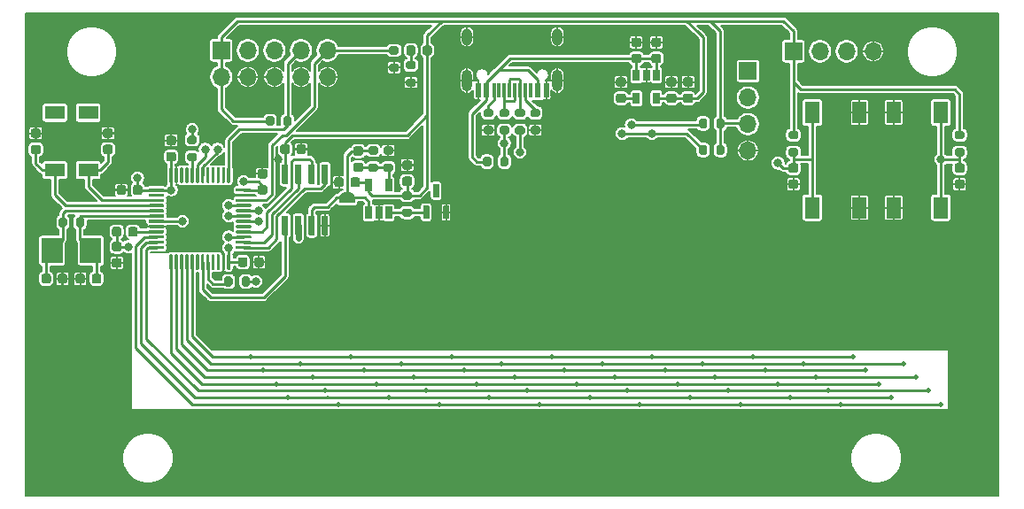
<source format=gtl>
G04 #@! TF.GenerationSoftware,KiCad,Pcbnew,(5.1.12)-1*
G04 #@! TF.CreationDate,2024-06-07T21:14:04+03:00*
G04 #@! TF.ProjectId,CaliperPCB,43616c69-7065-4725-9043-422e6b696361,rev?*
G04 #@! TF.SameCoordinates,Original*
G04 #@! TF.FileFunction,Copper,L1,Top*
G04 #@! TF.FilePolarity,Positive*
%FSLAX46Y46*%
G04 Gerber Fmt 4.6, Leading zero omitted, Abs format (unit mm)*
G04 Created by KiCad (PCBNEW (5.1.12)-1) date 2024-06-07 21:14:04*
%MOMM*%
%LPD*%
G01*
G04 APERTURE LIST*
G04 #@! TA.AperFunction,ComponentPad*
%ADD10O,1.700000X1.700000*%
G04 #@! TD*
G04 #@! TA.AperFunction,ComponentPad*
%ADD11R,1.700000X1.700000*%
G04 #@! TD*
G04 #@! TA.AperFunction,ComponentPad*
%ADD12C,0.500000*%
G04 #@! TD*
G04 #@! TA.AperFunction,SMDPad,CuDef*
%ADD13R,0.650000X1.220000*%
G04 #@! TD*
G04 #@! TA.AperFunction,SMDPad,CuDef*
%ADD14R,0.650000X1.060000*%
G04 #@! TD*
G04 #@! TA.AperFunction,SMDPad,CuDef*
%ADD15C,0.100000*%
G04 #@! TD*
G04 #@! TA.AperFunction,SMDPad,CuDef*
%ADD16R,1.400000X2.100000*%
G04 #@! TD*
G04 #@! TA.AperFunction,SMDPad,CuDef*
%ADD17R,1.900000X1.300000*%
G04 #@! TD*
G04 #@! TA.AperFunction,SMDPad,CuDef*
%ADD18R,2.000000X2.400000*%
G04 #@! TD*
G04 #@! TA.AperFunction,ComponentPad*
%ADD19O,1.000000X1.600000*%
G04 #@! TD*
G04 #@! TA.AperFunction,ComponentPad*
%ADD20O,1.000000X2.100000*%
G04 #@! TD*
G04 #@! TA.AperFunction,SMDPad,CuDef*
%ADD21R,0.300000X1.450000*%
G04 #@! TD*
G04 #@! TA.AperFunction,SMDPad,CuDef*
%ADD22R,0.600000X1.450000*%
G04 #@! TD*
G04 #@! TA.AperFunction,ViaPad*
%ADD23C,0.800000*%
G04 #@! TD*
G04 #@! TA.AperFunction,Conductor*
%ADD24C,0.250000*%
G04 #@! TD*
G04 #@! TA.AperFunction,Conductor*
%ADD25C,0.600000*%
G04 #@! TD*
G04 #@! TA.AperFunction,Conductor*
%ADD26C,0.200000*%
G04 #@! TD*
G04 #@! TA.AperFunction,Conductor*
%ADD27C,0.100000*%
G04 #@! TD*
G04 APERTURE END LIST*
D10*
X139192000Y-89408000D03*
X139192000Y-86868000D03*
X136652000Y-89408000D03*
X136652000Y-86868000D03*
X134112000Y-89408000D03*
X134112000Y-86868000D03*
X131572000Y-89408000D03*
X131572000Y-86868000D03*
X129032000Y-89408000D03*
D11*
X129032000Y-86868000D03*
G04 #@! TA.AperFunction,SMDPad,CuDef*
G36*
G01*
X159335000Y-94905000D02*
X158785000Y-94905000D01*
G75*
G02*
X158585000Y-94705000I0J200000D01*
G01*
X158585000Y-94305000D01*
G75*
G02*
X158785000Y-94105000I200000J0D01*
G01*
X159335000Y-94105000D01*
G75*
G02*
X159535000Y-94305000I0J-200000D01*
G01*
X159535000Y-94705000D01*
G75*
G02*
X159335000Y-94905000I-200000J0D01*
G01*
G37*
G04 #@! TD.AperFunction*
G04 #@! TA.AperFunction,SMDPad,CuDef*
G36*
G01*
X159335000Y-93255000D02*
X158785000Y-93255000D01*
G75*
G02*
X158585000Y-93055000I0J200000D01*
G01*
X158585000Y-92655000D01*
G75*
G02*
X158785000Y-92455000I200000J0D01*
G01*
X159335000Y-92455000D01*
G75*
G02*
X159535000Y-92655000I0J-200000D01*
G01*
X159535000Y-93055000D01*
G75*
G02*
X159335000Y-93255000I-200000J0D01*
G01*
G37*
G04 #@! TD.AperFunction*
G04 #@! TA.AperFunction,SMDPad,CuDef*
G36*
G01*
X146555000Y-98935000D02*
X147055000Y-98935000D01*
G75*
G02*
X147280000Y-99160000I0J-225000D01*
G01*
X147280000Y-99610000D01*
G75*
G02*
X147055000Y-99835000I-225000J0D01*
G01*
X146555000Y-99835000D01*
G75*
G02*
X146330000Y-99610000I0J225000D01*
G01*
X146330000Y-99160000D01*
G75*
G02*
X146555000Y-98935000I225000J0D01*
G01*
G37*
G04 #@! TD.AperFunction*
G04 #@! TA.AperFunction,SMDPad,CuDef*
G36*
G01*
X146555000Y-97385000D02*
X147055000Y-97385000D01*
G75*
G02*
X147280000Y-97610000I0J-225000D01*
G01*
X147280000Y-98060000D01*
G75*
G02*
X147055000Y-98285000I-225000J0D01*
G01*
X146555000Y-98285000D01*
G75*
G02*
X146330000Y-98060000I0J225000D01*
G01*
X146330000Y-97610000D01*
G75*
G02*
X146555000Y-97385000I225000J0D01*
G01*
G37*
G04 #@! TD.AperFunction*
G04 #@! TA.AperFunction,SMDPad,CuDef*
G36*
G01*
X141395000Y-99720000D02*
X141395000Y-99220000D01*
G75*
G02*
X141620000Y-98995000I225000J0D01*
G01*
X142070000Y-98995000D01*
G75*
G02*
X142295000Y-99220000I0J-225000D01*
G01*
X142295000Y-99720000D01*
G75*
G02*
X142070000Y-99945000I-225000J0D01*
G01*
X141620000Y-99945000D01*
G75*
G02*
X141395000Y-99720000I0J225000D01*
G01*
G37*
G04 #@! TD.AperFunction*
G04 #@! TA.AperFunction,SMDPad,CuDef*
G36*
G01*
X139845000Y-99720000D02*
X139845000Y-99220000D01*
G75*
G02*
X140070000Y-98995000I225000J0D01*
G01*
X140520000Y-98995000D01*
G75*
G02*
X140745000Y-99220000I0J-225000D01*
G01*
X140745000Y-99720000D01*
G75*
G02*
X140520000Y-99945000I-225000J0D01*
G01*
X140070000Y-99945000D01*
G75*
G02*
X139845000Y-99720000I0J225000D01*
G01*
G37*
G04 #@! TD.AperFunction*
G04 #@! TA.AperFunction,SMDPad,CuDef*
G36*
G01*
X135585000Y-96060000D02*
X135585000Y-96560000D01*
G75*
G02*
X135360000Y-96785000I-225000J0D01*
G01*
X134910000Y-96785000D01*
G75*
G02*
X134685000Y-96560000I0J225000D01*
G01*
X134685000Y-96060000D01*
G75*
G02*
X134910000Y-95835000I225000J0D01*
G01*
X135360000Y-95835000D01*
G75*
G02*
X135585000Y-96060000I0J-225000D01*
G01*
G37*
G04 #@! TD.AperFunction*
G04 #@! TA.AperFunction,SMDPad,CuDef*
G36*
G01*
X137135000Y-96060000D02*
X137135000Y-96560000D01*
G75*
G02*
X136910000Y-96785000I-225000J0D01*
G01*
X136460000Y-96785000D01*
G75*
G02*
X136235000Y-96560000I0J225000D01*
G01*
X136235000Y-96060000D01*
G75*
G02*
X136460000Y-95835000I225000J0D01*
G01*
X136910000Y-95835000D01*
G75*
G02*
X137135000Y-96060000I0J-225000D01*
G01*
G37*
G04 #@! TD.AperFunction*
D12*
X197850000Y-120720000D03*
X196650000Y-119420000D03*
X195450000Y-118120000D03*
X194250000Y-116820000D03*
X193050000Y-120070000D03*
X191850000Y-118770000D03*
X190650000Y-117470000D03*
X189450000Y-116170000D03*
X188250000Y-120720000D03*
X178650000Y-120720000D03*
X169050000Y-120720000D03*
X159450000Y-120720000D03*
X149850000Y-120720000D03*
X140250000Y-120720000D03*
X184650000Y-116820000D03*
X175050000Y-116820000D03*
X165450000Y-116820000D03*
X155850000Y-116820000D03*
X146250000Y-116820000D03*
X136630000Y-116820000D03*
X181050000Y-117470000D03*
X171450000Y-117470000D03*
X161850000Y-117470000D03*
X152250000Y-117470000D03*
X142650000Y-117470000D03*
X133060000Y-117470000D03*
X187050000Y-119420000D03*
X177450000Y-119420000D03*
X167850000Y-119420000D03*
X158250000Y-119420000D03*
X148650000Y-119420000D03*
X138950000Y-119420000D03*
X185850000Y-118120000D03*
X176250000Y-118120000D03*
X166650000Y-118120000D03*
X157050000Y-118120000D03*
X147450000Y-118120000D03*
X137740000Y-118120000D03*
X183450000Y-120070000D03*
X173850000Y-120070000D03*
X164250000Y-120070000D03*
X154650000Y-120070000D03*
X145050000Y-120070000D03*
X135400000Y-120070000D03*
X182250000Y-118770000D03*
X172650000Y-118770000D03*
X163050000Y-118770000D03*
X153450000Y-118770000D03*
X143850000Y-118770000D03*
X134270000Y-118770000D03*
X179850000Y-116170000D03*
X170250000Y-116170000D03*
X160650000Y-116170000D03*
X151050000Y-116170000D03*
X141450000Y-116170000D03*
X131850000Y-116170000D03*
X136400000Y-104820000D03*
G04 #@! TA.AperFunction,SMDPad,CuDef*
G36*
G01*
X183470000Y-97665000D02*
X183970000Y-97665000D01*
G75*
G02*
X184195000Y-97890000I0J-225000D01*
G01*
X184195000Y-98340000D01*
G75*
G02*
X183970000Y-98565000I-225000J0D01*
G01*
X183470000Y-98565000D01*
G75*
G02*
X183245000Y-98340000I0J225000D01*
G01*
X183245000Y-97890000D01*
G75*
G02*
X183470000Y-97665000I225000J0D01*
G01*
G37*
G04 #@! TD.AperFunction*
G04 #@! TA.AperFunction,SMDPad,CuDef*
G36*
G01*
X183470000Y-99215000D02*
X183970000Y-99215000D01*
G75*
G02*
X184195000Y-99440000I0J-225000D01*
G01*
X184195000Y-99890000D01*
G75*
G02*
X183970000Y-100115000I-225000J0D01*
G01*
X183470000Y-100115000D01*
G75*
G02*
X183245000Y-99890000I0J225000D01*
G01*
X183245000Y-99440000D01*
G75*
G02*
X183470000Y-99215000I225000J0D01*
G01*
G37*
G04 #@! TD.AperFunction*
D10*
X179380000Y-96450000D03*
X179380000Y-93910000D03*
X179380000Y-91370000D03*
D11*
X179380000Y-88830000D03*
G04 #@! TA.AperFunction,SMDPad,CuDef*
G36*
G01*
X154845000Y-94905000D02*
X154295000Y-94905000D01*
G75*
G02*
X154095000Y-94705000I0J200000D01*
G01*
X154095000Y-94305000D01*
G75*
G02*
X154295000Y-94105000I200000J0D01*
G01*
X154845000Y-94105000D01*
G75*
G02*
X155045000Y-94305000I0J-200000D01*
G01*
X155045000Y-94705000D01*
G75*
G02*
X154845000Y-94905000I-200000J0D01*
G01*
G37*
G04 #@! TD.AperFunction*
G04 #@! TA.AperFunction,SMDPad,CuDef*
G36*
G01*
X154845000Y-93255000D02*
X154295000Y-93255000D01*
G75*
G02*
X154095000Y-93055000I0J200000D01*
G01*
X154095000Y-92655000D01*
G75*
G02*
X154295000Y-92455000I200000J0D01*
G01*
X154845000Y-92455000D01*
G75*
G02*
X155045000Y-92655000I0J-200000D01*
G01*
X155045000Y-93055000D01*
G75*
G02*
X154845000Y-93255000I-200000J0D01*
G01*
G37*
G04 #@! TD.AperFunction*
G04 #@! TA.AperFunction,SMDPad,CuDef*
G36*
G01*
X154048000Y-97785000D02*
X154048000Y-97235000D01*
G75*
G02*
X154248000Y-97035000I200000J0D01*
G01*
X154648000Y-97035000D01*
G75*
G02*
X154848000Y-97235000I0J-200000D01*
G01*
X154848000Y-97785000D01*
G75*
G02*
X154648000Y-97985000I-200000J0D01*
G01*
X154248000Y-97985000D01*
G75*
G02*
X154048000Y-97785000I0J200000D01*
G01*
G37*
G04 #@! TD.AperFunction*
G04 #@! TA.AperFunction,SMDPad,CuDef*
G36*
G01*
X155698000Y-97785000D02*
X155698000Y-97235000D01*
G75*
G02*
X155898000Y-97035000I200000J0D01*
G01*
X156298000Y-97035000D01*
G75*
G02*
X156498000Y-97235000I0J-200000D01*
G01*
X156498000Y-97785000D01*
G75*
G02*
X156298000Y-97985000I-200000J0D01*
G01*
X155898000Y-97985000D01*
G75*
G02*
X155698000Y-97785000I0J200000D01*
G01*
G37*
G04 #@! TD.AperFunction*
G04 #@! TA.AperFunction,SMDPad,CuDef*
G36*
G01*
X155823000Y-92455000D02*
X156373000Y-92455000D01*
G75*
G02*
X156573000Y-92655000I0J-200000D01*
G01*
X156573000Y-93055000D01*
G75*
G02*
X156373000Y-93255000I-200000J0D01*
G01*
X155823000Y-93255000D01*
G75*
G02*
X155623000Y-93055000I0J200000D01*
G01*
X155623000Y-92655000D01*
G75*
G02*
X155823000Y-92455000I200000J0D01*
G01*
G37*
G04 #@! TD.AperFunction*
G04 #@! TA.AperFunction,SMDPad,CuDef*
G36*
G01*
X155823000Y-94105000D02*
X156373000Y-94105000D01*
G75*
G02*
X156573000Y-94305000I0J-200000D01*
G01*
X156573000Y-94705000D01*
G75*
G02*
X156373000Y-94905000I-200000J0D01*
G01*
X155823000Y-94905000D01*
G75*
G02*
X155623000Y-94705000I0J200000D01*
G01*
X155623000Y-94305000D01*
G75*
G02*
X155823000Y-94105000I200000J0D01*
G01*
G37*
G04 #@! TD.AperFunction*
G04 #@! TA.AperFunction,SMDPad,CuDef*
G36*
G01*
X157323000Y-92455000D02*
X157873000Y-92455000D01*
G75*
G02*
X158073000Y-92655000I0J-200000D01*
G01*
X158073000Y-93055000D01*
G75*
G02*
X157873000Y-93255000I-200000J0D01*
G01*
X157323000Y-93255000D01*
G75*
G02*
X157123000Y-93055000I0J200000D01*
G01*
X157123000Y-92655000D01*
G75*
G02*
X157323000Y-92455000I200000J0D01*
G01*
G37*
G04 #@! TD.AperFunction*
G04 #@! TA.AperFunction,SMDPad,CuDef*
G36*
G01*
X157323000Y-94105000D02*
X157873000Y-94105000D01*
G75*
G02*
X158073000Y-94305000I0J-200000D01*
G01*
X158073000Y-94705000D01*
G75*
G02*
X157873000Y-94905000I-200000J0D01*
G01*
X157323000Y-94905000D01*
G75*
G02*
X157123000Y-94705000I0J200000D01*
G01*
X157123000Y-94305000D01*
G75*
G02*
X157323000Y-94105000I200000J0D01*
G01*
G37*
G04 #@! TD.AperFunction*
D13*
X143150000Y-102387500D03*
X144100000Y-102387500D03*
X145050000Y-102387500D03*
X145050000Y-99767500D03*
X143150000Y-99767500D03*
G04 #@! TA.AperFunction,SMDPad,CuDef*
G36*
G01*
X132740000Y-98210000D02*
X133240000Y-98210000D01*
G75*
G02*
X133465000Y-98435000I0J-225000D01*
G01*
X133465000Y-98885000D01*
G75*
G02*
X133240000Y-99110000I-225000J0D01*
G01*
X132740000Y-99110000D01*
G75*
G02*
X132515000Y-98885000I0J225000D01*
G01*
X132515000Y-98435000D01*
G75*
G02*
X132740000Y-98210000I225000J0D01*
G01*
G37*
G04 #@! TD.AperFunction*
G04 #@! TA.AperFunction,SMDPad,CuDef*
G36*
G01*
X132740000Y-99760000D02*
X133240000Y-99760000D01*
G75*
G02*
X133465000Y-99985000I0J-225000D01*
G01*
X133465000Y-100435000D01*
G75*
G02*
X133240000Y-100660000I-225000J0D01*
G01*
X132740000Y-100660000D01*
G75*
G02*
X132515000Y-100435000I0J225000D01*
G01*
X132515000Y-99985000D01*
G75*
G02*
X132740000Y-99760000I225000J0D01*
G01*
G37*
G04 #@! TD.AperFunction*
G04 #@! TA.AperFunction,SMDPad,CuDef*
G36*
G01*
X148851250Y-102997500D02*
X148408750Y-102997500D01*
G75*
G02*
X148335000Y-102923750I0J73750D01*
G01*
X148335000Y-101771250D01*
G75*
G02*
X148408750Y-101697500I73750J0D01*
G01*
X148851250Y-101697500D01*
G75*
G02*
X148925000Y-101771250I0J-73750D01*
G01*
X148925000Y-102923750D01*
G75*
G02*
X148851250Y-102997500I-73750J0D01*
G01*
G37*
G04 #@! TD.AperFunction*
G04 #@! TA.AperFunction,SMDPad,CuDef*
G36*
G01*
X150751250Y-102997500D02*
X150308750Y-102997500D01*
G75*
G02*
X150235000Y-102923750I0J73750D01*
G01*
X150235000Y-101771250D01*
G75*
G02*
X150308750Y-101697500I73750J0D01*
G01*
X150751250Y-101697500D01*
G75*
G02*
X150825000Y-101771250I0J-73750D01*
G01*
X150825000Y-102923750D01*
G75*
G02*
X150751250Y-102997500I-73750J0D01*
G01*
G37*
G04 #@! TD.AperFunction*
G04 #@! TA.AperFunction,SMDPad,CuDef*
G36*
G01*
X149801250Y-100947500D02*
X149358750Y-100947500D01*
G75*
G02*
X149285000Y-100873750I0J73750D01*
G01*
X149285000Y-99721250D01*
G75*
G02*
X149358750Y-99647500I73750J0D01*
G01*
X149801250Y-99647500D01*
G75*
G02*
X149875000Y-99721250I0J-73750D01*
G01*
X149875000Y-100873750D01*
G75*
G02*
X149801250Y-100947500I-73750J0D01*
G01*
G37*
G04 #@! TD.AperFunction*
D14*
X170620000Y-91440000D03*
X168720000Y-91440000D03*
X168720000Y-89240000D03*
X169670000Y-89240000D03*
X170620000Y-89240000D03*
G04 #@! TA.AperFunction,SMDPad,CuDef*
G36*
G01*
X135360000Y-99655000D02*
X134910000Y-99655000D01*
G75*
G02*
X134835000Y-99580000I0J75000D01*
G01*
X134835000Y-97830000D01*
G75*
G02*
X134910000Y-97755000I75000J0D01*
G01*
X135360000Y-97755000D01*
G75*
G02*
X135435000Y-97830000I0J-75000D01*
G01*
X135435000Y-99580000D01*
G75*
G02*
X135360000Y-99655000I-75000J0D01*
G01*
G37*
G04 #@! TD.AperFunction*
G04 #@! TA.AperFunction,SMDPad,CuDef*
G36*
G01*
X136630000Y-99655000D02*
X136180000Y-99655000D01*
G75*
G02*
X136105000Y-99580000I0J75000D01*
G01*
X136105000Y-97830000D01*
G75*
G02*
X136180000Y-97755000I75000J0D01*
G01*
X136630000Y-97755000D01*
G75*
G02*
X136705000Y-97830000I0J-75000D01*
G01*
X136705000Y-99580000D01*
G75*
G02*
X136630000Y-99655000I-75000J0D01*
G01*
G37*
G04 #@! TD.AperFunction*
G04 #@! TA.AperFunction,SMDPad,CuDef*
G36*
G01*
X137900000Y-99655000D02*
X137450000Y-99655000D01*
G75*
G02*
X137375000Y-99580000I0J75000D01*
G01*
X137375000Y-97830000D01*
G75*
G02*
X137450000Y-97755000I75000J0D01*
G01*
X137900000Y-97755000D01*
G75*
G02*
X137975000Y-97830000I0J-75000D01*
G01*
X137975000Y-99580000D01*
G75*
G02*
X137900000Y-99655000I-75000J0D01*
G01*
G37*
G04 #@! TD.AperFunction*
G04 #@! TA.AperFunction,SMDPad,CuDef*
G36*
G01*
X139170000Y-99655000D02*
X138720000Y-99655000D01*
G75*
G02*
X138645000Y-99580000I0J75000D01*
G01*
X138645000Y-97830000D01*
G75*
G02*
X138720000Y-97755000I75000J0D01*
G01*
X139170000Y-97755000D01*
G75*
G02*
X139245000Y-97830000I0J-75000D01*
G01*
X139245000Y-99580000D01*
G75*
G02*
X139170000Y-99655000I-75000J0D01*
G01*
G37*
G04 #@! TD.AperFunction*
G04 #@! TA.AperFunction,SMDPad,CuDef*
G36*
G01*
X139170000Y-104565000D02*
X138720000Y-104565000D01*
G75*
G02*
X138645000Y-104490000I0J75000D01*
G01*
X138645000Y-102740000D01*
G75*
G02*
X138720000Y-102665000I75000J0D01*
G01*
X139170000Y-102665000D01*
G75*
G02*
X139245000Y-102740000I0J-75000D01*
G01*
X139245000Y-104490000D01*
G75*
G02*
X139170000Y-104565000I-75000J0D01*
G01*
G37*
G04 #@! TD.AperFunction*
G04 #@! TA.AperFunction,SMDPad,CuDef*
G36*
G01*
X137900000Y-104565000D02*
X137450000Y-104565000D01*
G75*
G02*
X137375000Y-104490000I0J75000D01*
G01*
X137375000Y-102740000D01*
G75*
G02*
X137450000Y-102665000I75000J0D01*
G01*
X137900000Y-102665000D01*
G75*
G02*
X137975000Y-102740000I0J-75000D01*
G01*
X137975000Y-104490000D01*
G75*
G02*
X137900000Y-104565000I-75000J0D01*
G01*
G37*
G04 #@! TD.AperFunction*
G04 #@! TA.AperFunction,SMDPad,CuDef*
G36*
G01*
X136630000Y-104565000D02*
X136180000Y-104565000D01*
G75*
G02*
X136105000Y-104490000I0J75000D01*
G01*
X136105000Y-102740000D01*
G75*
G02*
X136180000Y-102665000I75000J0D01*
G01*
X136630000Y-102665000D01*
G75*
G02*
X136705000Y-102740000I0J-75000D01*
G01*
X136705000Y-104490000D01*
G75*
G02*
X136630000Y-104565000I-75000J0D01*
G01*
G37*
G04 #@! TD.AperFunction*
G04 #@! TA.AperFunction,SMDPad,CuDef*
G36*
G01*
X135360000Y-104565000D02*
X134910000Y-104565000D01*
G75*
G02*
X134835000Y-104490000I0J75000D01*
G01*
X134835000Y-102740000D01*
G75*
G02*
X134910000Y-102665000I75000J0D01*
G01*
X135360000Y-102665000D01*
G75*
G02*
X135435000Y-102740000I0J-75000D01*
G01*
X135435000Y-104490000D01*
G75*
G02*
X135360000Y-104565000I-75000J0D01*
G01*
G37*
G04 #@! TD.AperFunction*
G04 #@! TA.AperFunction,SMDPad,CuDef*
G36*
G01*
X130981000Y-109241000D02*
X130981000Y-108691000D01*
G75*
G02*
X131181000Y-108491000I200000J0D01*
G01*
X131581000Y-108491000D01*
G75*
G02*
X131781000Y-108691000I0J-200000D01*
G01*
X131781000Y-109241000D01*
G75*
G02*
X131581000Y-109441000I-200000J0D01*
G01*
X131181000Y-109441000D01*
G75*
G02*
X130981000Y-109241000I0J200000D01*
G01*
G37*
G04 #@! TD.AperFunction*
G04 #@! TA.AperFunction,SMDPad,CuDef*
G36*
G01*
X129331000Y-109241000D02*
X129331000Y-108691000D01*
G75*
G02*
X129531000Y-108491000I200000J0D01*
G01*
X129931000Y-108491000D01*
G75*
G02*
X130131000Y-108691000I0J-200000D01*
G01*
X130131000Y-109241000D01*
G75*
G02*
X129931000Y-109441000I-200000J0D01*
G01*
X129531000Y-109441000D01*
G75*
G02*
X129331000Y-109241000I0J200000D01*
G01*
G37*
G04 #@! TD.AperFunction*
G04 #@! TA.AperFunction,SMDPad,CuDef*
G36*
G01*
X125981000Y-96685000D02*
X126531000Y-96685000D01*
G75*
G02*
X126731000Y-96885000I0J-200000D01*
G01*
X126731000Y-97285000D01*
G75*
G02*
X126531000Y-97485000I-200000J0D01*
G01*
X125981000Y-97485000D01*
G75*
G02*
X125781000Y-97285000I0J200000D01*
G01*
X125781000Y-96885000D01*
G75*
G02*
X125981000Y-96685000I200000J0D01*
G01*
G37*
G04 #@! TD.AperFunction*
G04 #@! TA.AperFunction,SMDPad,CuDef*
G36*
G01*
X125981000Y-95035000D02*
X126531000Y-95035000D01*
G75*
G02*
X126731000Y-95235000I0J-200000D01*
G01*
X126731000Y-95635000D01*
G75*
G02*
X126531000Y-95835000I-200000J0D01*
G01*
X125981000Y-95835000D01*
G75*
G02*
X125781000Y-95635000I0J200000D01*
G01*
X125781000Y-95235000D01*
G75*
G02*
X125981000Y-95035000I200000J0D01*
G01*
G37*
G04 #@! TD.AperFunction*
G04 #@! TA.AperFunction,SMDPad,CuDef*
D15*
G36*
X141819398Y-102247500D02*
G01*
X141819398Y-102272034D01*
X141814588Y-102320865D01*
X141805016Y-102368990D01*
X141790772Y-102415945D01*
X141771995Y-102461278D01*
X141748864Y-102504551D01*
X141721604Y-102545350D01*
X141690476Y-102583279D01*
X141655779Y-102617976D01*
X141617850Y-102649104D01*
X141577051Y-102676364D01*
X141533778Y-102699495D01*
X141488445Y-102718272D01*
X141441490Y-102732516D01*
X141393365Y-102742088D01*
X141344534Y-102746898D01*
X141320000Y-102746898D01*
X141320000Y-102747500D01*
X140820000Y-102747500D01*
X140820000Y-102746898D01*
X140795466Y-102746898D01*
X140746635Y-102742088D01*
X140698510Y-102732516D01*
X140651555Y-102718272D01*
X140606222Y-102699495D01*
X140562949Y-102676364D01*
X140522150Y-102649104D01*
X140484221Y-102617976D01*
X140449524Y-102583279D01*
X140418396Y-102545350D01*
X140391136Y-102504551D01*
X140368005Y-102461278D01*
X140349228Y-102415945D01*
X140334984Y-102368990D01*
X140325412Y-102320865D01*
X140320602Y-102272034D01*
X140320602Y-102247500D01*
X140320000Y-102247500D01*
X140320000Y-101747500D01*
X141820000Y-101747500D01*
X141820000Y-102247500D01*
X141819398Y-102247500D01*
G37*
G04 #@! TD.AperFunction*
G04 #@! TA.AperFunction,SMDPad,CuDef*
G36*
X140320000Y-101447500D02*
G01*
X140320000Y-100947500D01*
X140320602Y-100947500D01*
X140320602Y-100922966D01*
X140325412Y-100874135D01*
X140334984Y-100826010D01*
X140349228Y-100779055D01*
X140368005Y-100733722D01*
X140391136Y-100690449D01*
X140418396Y-100649650D01*
X140449524Y-100611721D01*
X140484221Y-100577024D01*
X140522150Y-100545896D01*
X140562949Y-100518636D01*
X140606222Y-100495505D01*
X140651555Y-100476728D01*
X140698510Y-100462484D01*
X140746635Y-100452912D01*
X140795466Y-100448102D01*
X140820000Y-100448102D01*
X140820000Y-100447500D01*
X141320000Y-100447500D01*
X141320000Y-100448102D01*
X141344534Y-100448102D01*
X141393365Y-100452912D01*
X141441490Y-100462484D01*
X141488445Y-100476728D01*
X141533778Y-100495505D01*
X141577051Y-100518636D01*
X141617850Y-100545896D01*
X141655779Y-100577024D01*
X141690476Y-100611721D01*
X141721604Y-100649650D01*
X141748864Y-100690449D01*
X141771995Y-100733722D01*
X141790772Y-100779055D01*
X141805016Y-100826010D01*
X141814588Y-100874135D01*
X141819398Y-100922966D01*
X141819398Y-100947500D01*
X141820000Y-100947500D01*
X141820000Y-101447500D01*
X140320000Y-101447500D01*
G37*
G04 #@! TD.AperFunction*
G04 #@! TA.AperFunction,SMDPad,CuDef*
G36*
G01*
X174700000Y-94117500D02*
X174700000Y-93567500D01*
G75*
G02*
X174900000Y-93367500I200000J0D01*
G01*
X175300000Y-93367500D01*
G75*
G02*
X175500000Y-93567500I0J-200000D01*
G01*
X175500000Y-94117500D01*
G75*
G02*
X175300000Y-94317500I-200000J0D01*
G01*
X174900000Y-94317500D01*
G75*
G02*
X174700000Y-94117500I0J200000D01*
G01*
G37*
G04 #@! TD.AperFunction*
G04 #@! TA.AperFunction,SMDPad,CuDef*
G36*
G01*
X176350000Y-94117500D02*
X176350000Y-93567500D01*
G75*
G02*
X176550000Y-93367500I200000J0D01*
G01*
X176950000Y-93367500D01*
G75*
G02*
X177150000Y-93567500I0J-200000D01*
G01*
X177150000Y-94117500D01*
G75*
G02*
X176950000Y-94317500I-200000J0D01*
G01*
X176550000Y-94317500D01*
G75*
G02*
X176350000Y-94117500I0J200000D01*
G01*
G37*
G04 #@! TD.AperFunction*
G04 #@! TA.AperFunction,SMDPad,CuDef*
G36*
G01*
X147080000Y-101137500D02*
X146530000Y-101137500D01*
G75*
G02*
X146330000Y-100937500I0J200000D01*
G01*
X146330000Y-100537500D01*
G75*
G02*
X146530000Y-100337500I200000J0D01*
G01*
X147080000Y-100337500D01*
G75*
G02*
X147280000Y-100537500I0J-200000D01*
G01*
X147280000Y-100937500D01*
G75*
G02*
X147080000Y-101137500I-200000J0D01*
G01*
G37*
G04 #@! TD.AperFunction*
G04 #@! TA.AperFunction,SMDPad,CuDef*
G36*
G01*
X147080000Y-102787500D02*
X146530000Y-102787500D01*
G75*
G02*
X146330000Y-102587500I0J200000D01*
G01*
X146330000Y-102187500D01*
G75*
G02*
X146530000Y-101987500I200000J0D01*
G01*
X147080000Y-101987500D01*
G75*
G02*
X147280000Y-102187500I0J-200000D01*
G01*
X147280000Y-102587500D01*
G75*
G02*
X147080000Y-102787500I-200000J0D01*
G01*
G37*
G04 #@! TD.AperFunction*
G04 #@! TA.AperFunction,SMDPad,CuDef*
G36*
G01*
X143840000Y-96845000D02*
X143290000Y-96845000D01*
G75*
G02*
X143090000Y-96645000I0J200000D01*
G01*
X143090000Y-96245000D01*
G75*
G02*
X143290000Y-96045000I200000J0D01*
G01*
X143840000Y-96045000D01*
G75*
G02*
X144040000Y-96245000I0J-200000D01*
G01*
X144040000Y-96645000D01*
G75*
G02*
X143840000Y-96845000I-200000J0D01*
G01*
G37*
G04 #@! TD.AperFunction*
G04 #@! TA.AperFunction,SMDPad,CuDef*
G36*
G01*
X143840000Y-98495000D02*
X143290000Y-98495000D01*
G75*
G02*
X143090000Y-98295000I0J200000D01*
G01*
X143090000Y-97895000D01*
G75*
G02*
X143290000Y-97695000I200000J0D01*
G01*
X143840000Y-97695000D01*
G75*
G02*
X144040000Y-97895000I0J-200000D01*
G01*
X144040000Y-98295000D01*
G75*
G02*
X143840000Y-98495000I-200000J0D01*
G01*
G37*
G04 #@! TD.AperFunction*
G04 #@! TA.AperFunction,SMDPad,CuDef*
G36*
G01*
X144725000Y-97695000D02*
X145275000Y-97695000D01*
G75*
G02*
X145475000Y-97895000I0J-200000D01*
G01*
X145475000Y-98295000D01*
G75*
G02*
X145275000Y-98495000I-200000J0D01*
G01*
X144725000Y-98495000D01*
G75*
G02*
X144525000Y-98295000I0J200000D01*
G01*
X144525000Y-97895000D01*
G75*
G02*
X144725000Y-97695000I200000J0D01*
G01*
G37*
G04 #@! TD.AperFunction*
G04 #@! TA.AperFunction,SMDPad,CuDef*
G36*
G01*
X144725000Y-96045000D02*
X145275000Y-96045000D01*
G75*
G02*
X145475000Y-96245000I0J-200000D01*
G01*
X145475000Y-96645000D01*
G75*
G02*
X145275000Y-96845000I-200000J0D01*
G01*
X144725000Y-96845000D01*
G75*
G02*
X144525000Y-96645000I0J200000D01*
G01*
X144525000Y-96245000D01*
G75*
G02*
X144725000Y-96045000I200000J0D01*
G01*
G37*
G04 #@! TD.AperFunction*
G04 #@! TA.AperFunction,SMDPad,CuDef*
G36*
G01*
X142380000Y-96945000D02*
X141880000Y-96945000D01*
G75*
G02*
X141655000Y-96720000I0J225000D01*
G01*
X141655000Y-96270000D01*
G75*
G02*
X141880000Y-96045000I225000J0D01*
G01*
X142380000Y-96045000D01*
G75*
G02*
X142605000Y-96270000I0J-225000D01*
G01*
X142605000Y-96720000D01*
G75*
G02*
X142380000Y-96945000I-225000J0D01*
G01*
G37*
G04 #@! TD.AperFunction*
G04 #@! TA.AperFunction,SMDPad,CuDef*
G36*
G01*
X142380000Y-98495000D02*
X141880000Y-98495000D01*
G75*
G02*
X141655000Y-98270000I0J225000D01*
G01*
X141655000Y-97820000D01*
G75*
G02*
X141880000Y-97595000I225000J0D01*
G01*
X142380000Y-97595000D01*
G75*
G02*
X142605000Y-97820000I0J-225000D01*
G01*
X142605000Y-98270000D01*
G75*
G02*
X142380000Y-98495000I-225000J0D01*
G01*
G37*
G04 #@! TD.AperFunction*
D16*
X193318333Y-101905000D03*
X193318333Y-92805000D03*
X197818333Y-92805000D03*
X197818333Y-101905000D03*
X190034334Y-92805000D03*
X190034334Y-101905000D03*
X185534334Y-101905000D03*
X185534334Y-92805000D03*
G04 #@! TA.AperFunction,SMDPad,CuDef*
G36*
G01*
X147440000Y-90340000D02*
X146890000Y-90340000D01*
G75*
G02*
X146690000Y-90140000I0J200000D01*
G01*
X146690000Y-89740000D01*
G75*
G02*
X146890000Y-89540000I200000J0D01*
G01*
X147440000Y-89540000D01*
G75*
G02*
X147640000Y-89740000I0J-200000D01*
G01*
X147640000Y-90140000D01*
G75*
G02*
X147440000Y-90340000I-200000J0D01*
G01*
G37*
G04 #@! TD.AperFunction*
G04 #@! TA.AperFunction,SMDPad,CuDef*
G36*
G01*
X147440000Y-88690000D02*
X146890000Y-88690000D01*
G75*
G02*
X146690000Y-88490000I0J200000D01*
G01*
X146690000Y-88090000D01*
G75*
G02*
X146890000Y-87890000I200000J0D01*
G01*
X147440000Y-87890000D01*
G75*
G02*
X147640000Y-88090000I0J-200000D01*
G01*
X147640000Y-88490000D01*
G75*
G02*
X147440000Y-88690000I-200000J0D01*
G01*
G37*
G04 #@! TD.AperFunction*
G04 #@! TA.AperFunction,SMDPad,CuDef*
G36*
G01*
X146727500Y-87124250D02*
X146727500Y-86611750D01*
G75*
G02*
X146946250Y-86393000I218750J0D01*
G01*
X147383750Y-86393000D01*
G75*
G02*
X147602500Y-86611750I0J-218750D01*
G01*
X147602500Y-87124250D01*
G75*
G02*
X147383750Y-87343000I-218750J0D01*
G01*
X146946250Y-87343000D01*
G75*
G02*
X146727500Y-87124250I0J218750D01*
G01*
G37*
G04 #@! TD.AperFunction*
G04 #@! TA.AperFunction,SMDPad,CuDef*
G36*
G01*
X148302500Y-87124250D02*
X148302500Y-86611750D01*
G75*
G02*
X148521250Y-86393000I218750J0D01*
G01*
X148958750Y-86393000D01*
G75*
G02*
X149177500Y-86611750I0J-218750D01*
G01*
X149177500Y-87124250D01*
G75*
G02*
X148958750Y-87343000I-218750J0D01*
G01*
X148521250Y-87343000D01*
G75*
G02*
X148302500Y-87124250I0J218750D01*
G01*
G37*
G04 #@! TD.AperFunction*
G04 #@! TA.AperFunction,SMDPad,CuDef*
G36*
G01*
X199899000Y-97010000D02*
X199349000Y-97010000D01*
G75*
G02*
X199149000Y-96810000I0J200000D01*
G01*
X199149000Y-96410000D01*
G75*
G02*
X199349000Y-96210000I200000J0D01*
G01*
X199899000Y-96210000D01*
G75*
G02*
X200099000Y-96410000I0J-200000D01*
G01*
X200099000Y-96810000D01*
G75*
G02*
X199899000Y-97010000I-200000J0D01*
G01*
G37*
G04 #@! TD.AperFunction*
G04 #@! TA.AperFunction,SMDPad,CuDef*
G36*
G01*
X199899000Y-95360000D02*
X199349000Y-95360000D01*
G75*
G02*
X199149000Y-95160000I0J200000D01*
G01*
X199149000Y-94760000D01*
G75*
G02*
X199349000Y-94560000I200000J0D01*
G01*
X199899000Y-94560000D01*
G75*
G02*
X200099000Y-94760000I0J-200000D01*
G01*
X200099000Y-95160000D01*
G75*
G02*
X199899000Y-95360000I-200000J0D01*
G01*
G37*
G04 #@! TD.AperFunction*
G04 #@! TA.AperFunction,SMDPad,CuDef*
G36*
G01*
X199374000Y-97665000D02*
X199874000Y-97665000D01*
G75*
G02*
X200099000Y-97890000I0J-225000D01*
G01*
X200099000Y-98340000D01*
G75*
G02*
X199874000Y-98565000I-225000J0D01*
G01*
X199374000Y-98565000D01*
G75*
G02*
X199149000Y-98340000I0J225000D01*
G01*
X199149000Y-97890000D01*
G75*
G02*
X199374000Y-97665000I225000J0D01*
G01*
G37*
G04 #@! TD.AperFunction*
G04 #@! TA.AperFunction,SMDPad,CuDef*
G36*
G01*
X199374000Y-99215000D02*
X199874000Y-99215000D01*
G75*
G02*
X200099000Y-99440000I0J-225000D01*
G01*
X200099000Y-99890000D01*
G75*
G02*
X199874000Y-100115000I-225000J0D01*
G01*
X199374000Y-100115000D01*
G75*
G02*
X199149000Y-99890000I0J225000D01*
G01*
X199149000Y-99440000D01*
G75*
G02*
X199374000Y-99215000I225000J0D01*
G01*
G37*
G04 #@! TD.AperFunction*
G04 #@! TA.AperFunction,SMDPad,CuDef*
G36*
G01*
X124006000Y-95035000D02*
X124506000Y-95035000D01*
G75*
G02*
X124731000Y-95260000I0J-225000D01*
G01*
X124731000Y-95710000D01*
G75*
G02*
X124506000Y-95935000I-225000J0D01*
G01*
X124006000Y-95935000D01*
G75*
G02*
X123781000Y-95710000I0J225000D01*
G01*
X123781000Y-95260000D01*
G75*
G02*
X124006000Y-95035000I225000J0D01*
G01*
G37*
G04 #@! TD.AperFunction*
G04 #@! TA.AperFunction,SMDPad,CuDef*
G36*
G01*
X124006000Y-96585000D02*
X124506000Y-96585000D01*
G75*
G02*
X124731000Y-96810000I0J-225000D01*
G01*
X124731000Y-97260000D01*
G75*
G02*
X124506000Y-97485000I-225000J0D01*
G01*
X124006000Y-97485000D01*
G75*
G02*
X123781000Y-97260000I0J225000D01*
G01*
X123781000Y-96810000D01*
G75*
G02*
X124006000Y-96585000I225000J0D01*
G01*
G37*
G04 #@! TD.AperFunction*
G04 #@! TA.AperFunction,SMDPad,CuDef*
G36*
G01*
X174700000Y-96657500D02*
X174700000Y-96107500D01*
G75*
G02*
X174900000Y-95907500I200000J0D01*
G01*
X175300000Y-95907500D01*
G75*
G02*
X175500000Y-96107500I0J-200000D01*
G01*
X175500000Y-96657500D01*
G75*
G02*
X175300000Y-96857500I-200000J0D01*
G01*
X174900000Y-96857500D01*
G75*
G02*
X174700000Y-96657500I0J200000D01*
G01*
G37*
G04 #@! TD.AperFunction*
G04 #@! TA.AperFunction,SMDPad,CuDef*
G36*
G01*
X176350000Y-96657500D02*
X176350000Y-96107500D01*
G75*
G02*
X176550000Y-95907500I200000J0D01*
G01*
X176950000Y-95907500D01*
G75*
G02*
X177150000Y-96107500I0J-200000D01*
G01*
X177150000Y-96657500D01*
G75*
G02*
X176950000Y-96857500I-200000J0D01*
G01*
X176550000Y-96857500D01*
G75*
G02*
X176350000Y-96657500I0J200000D01*
G01*
G37*
G04 #@! TD.AperFunction*
D11*
X183720000Y-86950000D03*
D10*
X186260000Y-86950000D03*
X188800000Y-86950000D03*
X191340000Y-86950000D03*
D17*
X116330000Y-98320000D03*
X116330000Y-92820000D03*
X113130000Y-92820000D03*
X113130000Y-98320000D03*
D18*
X112866000Y-106005000D03*
X116566000Y-106005000D03*
D19*
X152528000Y-85564000D03*
X161168000Y-85564000D03*
D20*
X161168000Y-89744000D03*
X152528000Y-89744000D03*
D21*
X157098000Y-90659000D03*
X155098000Y-90659000D03*
X155598000Y-90659000D03*
X156098000Y-90659000D03*
X156598000Y-90659000D03*
X157598000Y-90659000D03*
X158098000Y-90659000D03*
X158598000Y-90659000D03*
D22*
X153598000Y-90659000D03*
X154398000Y-90659000D03*
X159298000Y-90659000D03*
X160098000Y-90659000D03*
X160098000Y-90659000D03*
X159298000Y-90659000D03*
X154398000Y-90659000D03*
X153598000Y-90659000D03*
G04 #@! TA.AperFunction,SMDPad,CuDef*
G36*
G01*
X133325000Y-93895000D02*
X133325000Y-93345000D01*
G75*
G02*
X133525000Y-93145000I200000J0D01*
G01*
X133925000Y-93145000D01*
G75*
G02*
X134125000Y-93345000I0J-200000D01*
G01*
X134125000Y-93895000D01*
G75*
G02*
X133925000Y-94095000I-200000J0D01*
G01*
X133525000Y-94095000D01*
G75*
G02*
X133325000Y-93895000I0J200000D01*
G01*
G37*
G04 #@! TD.AperFunction*
G04 #@! TA.AperFunction,SMDPad,CuDef*
G36*
G01*
X134975000Y-93895000D02*
X134975000Y-93345000D01*
G75*
G02*
X135175000Y-93145000I200000J0D01*
G01*
X135575000Y-93145000D01*
G75*
G02*
X135775000Y-93345000I0J-200000D01*
G01*
X135775000Y-93895000D01*
G75*
G02*
X135575000Y-94095000I-200000J0D01*
G01*
X135175000Y-94095000D01*
G75*
G02*
X134975000Y-93895000I0J200000D01*
G01*
G37*
G04 #@! TD.AperFunction*
G04 #@! TA.AperFunction,SMDPad,CuDef*
G36*
G01*
X119051000Y-100460000D02*
X119051000Y-99960000D01*
G75*
G02*
X119276000Y-99735000I225000J0D01*
G01*
X119726000Y-99735000D01*
G75*
G02*
X119951000Y-99960000I0J-225000D01*
G01*
X119951000Y-100460000D01*
G75*
G02*
X119726000Y-100685000I-225000J0D01*
G01*
X119276000Y-100685000D01*
G75*
G02*
X119051000Y-100460000I0J225000D01*
G01*
G37*
G04 #@! TD.AperFunction*
G04 #@! TA.AperFunction,SMDPad,CuDef*
G36*
G01*
X120601000Y-100460000D02*
X120601000Y-99960000D01*
G75*
G02*
X120826000Y-99735000I225000J0D01*
G01*
X121276000Y-99735000D01*
G75*
G02*
X121501000Y-99960000I0J-225000D01*
G01*
X121501000Y-100460000D01*
G75*
G02*
X121276000Y-100685000I-225000J0D01*
G01*
X120826000Y-100685000D01*
G75*
G02*
X120601000Y-100460000I0J225000D01*
G01*
G37*
G04 #@! TD.AperFunction*
G04 #@! TA.AperFunction,SMDPad,CuDef*
G36*
G01*
X118595000Y-104460000D02*
X118595000Y-103960000D01*
G75*
G02*
X118820000Y-103735000I225000J0D01*
G01*
X119270000Y-103735000D01*
G75*
G02*
X119495000Y-103960000I0J-225000D01*
G01*
X119495000Y-104460000D01*
G75*
G02*
X119270000Y-104685000I-225000J0D01*
G01*
X118820000Y-104685000D01*
G75*
G02*
X118595000Y-104460000I0J225000D01*
G01*
G37*
G04 #@! TD.AperFunction*
G04 #@! TA.AperFunction,SMDPad,CuDef*
G36*
G01*
X120145000Y-104460000D02*
X120145000Y-103960000D01*
G75*
G02*
X120370000Y-103735000I225000J0D01*
G01*
X120820000Y-103735000D01*
G75*
G02*
X121045000Y-103960000I0J-225000D01*
G01*
X121045000Y-104460000D01*
G75*
G02*
X120820000Y-104685000I-225000J0D01*
G01*
X120370000Y-104685000D01*
G75*
G02*
X120145000Y-104460000I0J225000D01*
G01*
G37*
G04 #@! TD.AperFunction*
G04 #@! TA.AperFunction,SMDPad,CuDef*
G36*
G01*
X145285000Y-86465000D02*
X145835000Y-86465000D01*
G75*
G02*
X146035000Y-86665000I0J-200000D01*
G01*
X146035000Y-87065000D01*
G75*
G02*
X145835000Y-87265000I-200000J0D01*
G01*
X145285000Y-87265000D01*
G75*
G02*
X145085000Y-87065000I0J200000D01*
G01*
X145085000Y-86665000D01*
G75*
G02*
X145285000Y-86465000I200000J0D01*
G01*
G37*
G04 #@! TD.AperFunction*
G04 #@! TA.AperFunction,SMDPad,CuDef*
G36*
G01*
X145285000Y-88115000D02*
X145835000Y-88115000D01*
G75*
G02*
X146035000Y-88315000I0J-200000D01*
G01*
X146035000Y-88715000D01*
G75*
G02*
X145835000Y-88915000I-200000J0D01*
G01*
X145285000Y-88915000D01*
G75*
G02*
X145085000Y-88715000I0J200000D01*
G01*
X145085000Y-88315000D01*
G75*
G02*
X145285000Y-88115000I200000J0D01*
G01*
G37*
G04 #@! TD.AperFunction*
G04 #@! TA.AperFunction,SMDPad,CuDef*
G36*
G01*
X122106000Y-100285000D02*
X122106000Y-100135000D01*
G75*
G02*
X122181000Y-100060000I75000J0D01*
G01*
X123506000Y-100060000D01*
G75*
G02*
X123581000Y-100135000I0J-75000D01*
G01*
X123581000Y-100285000D01*
G75*
G02*
X123506000Y-100360000I-75000J0D01*
G01*
X122181000Y-100360000D01*
G75*
G02*
X122106000Y-100285000I0J75000D01*
G01*
G37*
G04 #@! TD.AperFunction*
G04 #@! TA.AperFunction,SMDPad,CuDef*
G36*
G01*
X122106000Y-100785000D02*
X122106000Y-100635000D01*
G75*
G02*
X122181000Y-100560000I75000J0D01*
G01*
X123506000Y-100560000D01*
G75*
G02*
X123581000Y-100635000I0J-75000D01*
G01*
X123581000Y-100785000D01*
G75*
G02*
X123506000Y-100860000I-75000J0D01*
G01*
X122181000Y-100860000D01*
G75*
G02*
X122106000Y-100785000I0J75000D01*
G01*
G37*
G04 #@! TD.AperFunction*
G04 #@! TA.AperFunction,SMDPad,CuDef*
G36*
G01*
X122106000Y-101285000D02*
X122106000Y-101135000D01*
G75*
G02*
X122181000Y-101060000I75000J0D01*
G01*
X123506000Y-101060000D01*
G75*
G02*
X123581000Y-101135000I0J-75000D01*
G01*
X123581000Y-101285000D01*
G75*
G02*
X123506000Y-101360000I-75000J0D01*
G01*
X122181000Y-101360000D01*
G75*
G02*
X122106000Y-101285000I0J75000D01*
G01*
G37*
G04 #@! TD.AperFunction*
G04 #@! TA.AperFunction,SMDPad,CuDef*
G36*
G01*
X122106000Y-101785000D02*
X122106000Y-101635000D01*
G75*
G02*
X122181000Y-101560000I75000J0D01*
G01*
X123506000Y-101560000D01*
G75*
G02*
X123581000Y-101635000I0J-75000D01*
G01*
X123581000Y-101785000D01*
G75*
G02*
X123506000Y-101860000I-75000J0D01*
G01*
X122181000Y-101860000D01*
G75*
G02*
X122106000Y-101785000I0J75000D01*
G01*
G37*
G04 #@! TD.AperFunction*
G04 #@! TA.AperFunction,SMDPad,CuDef*
G36*
G01*
X122106000Y-102285000D02*
X122106000Y-102135000D01*
G75*
G02*
X122181000Y-102060000I75000J0D01*
G01*
X123506000Y-102060000D01*
G75*
G02*
X123581000Y-102135000I0J-75000D01*
G01*
X123581000Y-102285000D01*
G75*
G02*
X123506000Y-102360000I-75000J0D01*
G01*
X122181000Y-102360000D01*
G75*
G02*
X122106000Y-102285000I0J75000D01*
G01*
G37*
G04 #@! TD.AperFunction*
G04 #@! TA.AperFunction,SMDPad,CuDef*
G36*
G01*
X122106000Y-102785000D02*
X122106000Y-102635000D01*
G75*
G02*
X122181000Y-102560000I75000J0D01*
G01*
X123506000Y-102560000D01*
G75*
G02*
X123581000Y-102635000I0J-75000D01*
G01*
X123581000Y-102785000D01*
G75*
G02*
X123506000Y-102860000I-75000J0D01*
G01*
X122181000Y-102860000D01*
G75*
G02*
X122106000Y-102785000I0J75000D01*
G01*
G37*
G04 #@! TD.AperFunction*
G04 #@! TA.AperFunction,SMDPad,CuDef*
G36*
G01*
X122106000Y-103285000D02*
X122106000Y-103135000D01*
G75*
G02*
X122181000Y-103060000I75000J0D01*
G01*
X123506000Y-103060000D01*
G75*
G02*
X123581000Y-103135000I0J-75000D01*
G01*
X123581000Y-103285000D01*
G75*
G02*
X123506000Y-103360000I-75000J0D01*
G01*
X122181000Y-103360000D01*
G75*
G02*
X122106000Y-103285000I0J75000D01*
G01*
G37*
G04 #@! TD.AperFunction*
G04 #@! TA.AperFunction,SMDPad,CuDef*
G36*
G01*
X122106000Y-103785000D02*
X122106000Y-103635000D01*
G75*
G02*
X122181000Y-103560000I75000J0D01*
G01*
X123506000Y-103560000D01*
G75*
G02*
X123581000Y-103635000I0J-75000D01*
G01*
X123581000Y-103785000D01*
G75*
G02*
X123506000Y-103860000I-75000J0D01*
G01*
X122181000Y-103860000D01*
G75*
G02*
X122106000Y-103785000I0J75000D01*
G01*
G37*
G04 #@! TD.AperFunction*
G04 #@! TA.AperFunction,SMDPad,CuDef*
G36*
G01*
X122106000Y-104285000D02*
X122106000Y-104135000D01*
G75*
G02*
X122181000Y-104060000I75000J0D01*
G01*
X123506000Y-104060000D01*
G75*
G02*
X123581000Y-104135000I0J-75000D01*
G01*
X123581000Y-104285000D01*
G75*
G02*
X123506000Y-104360000I-75000J0D01*
G01*
X122181000Y-104360000D01*
G75*
G02*
X122106000Y-104285000I0J75000D01*
G01*
G37*
G04 #@! TD.AperFunction*
G04 #@! TA.AperFunction,SMDPad,CuDef*
G36*
G01*
X122106000Y-104785000D02*
X122106000Y-104635000D01*
G75*
G02*
X122181000Y-104560000I75000J0D01*
G01*
X123506000Y-104560000D01*
G75*
G02*
X123581000Y-104635000I0J-75000D01*
G01*
X123581000Y-104785000D01*
G75*
G02*
X123506000Y-104860000I-75000J0D01*
G01*
X122181000Y-104860000D01*
G75*
G02*
X122106000Y-104785000I0J75000D01*
G01*
G37*
G04 #@! TD.AperFunction*
G04 #@! TA.AperFunction,SMDPad,CuDef*
G36*
G01*
X122106000Y-105285000D02*
X122106000Y-105135000D01*
G75*
G02*
X122181000Y-105060000I75000J0D01*
G01*
X123506000Y-105060000D01*
G75*
G02*
X123581000Y-105135000I0J-75000D01*
G01*
X123581000Y-105285000D01*
G75*
G02*
X123506000Y-105360000I-75000J0D01*
G01*
X122181000Y-105360000D01*
G75*
G02*
X122106000Y-105285000I0J75000D01*
G01*
G37*
G04 #@! TD.AperFunction*
G04 #@! TA.AperFunction,SMDPad,CuDef*
G36*
G01*
X122106000Y-105785000D02*
X122106000Y-105635000D01*
G75*
G02*
X122181000Y-105560000I75000J0D01*
G01*
X123506000Y-105560000D01*
G75*
G02*
X123581000Y-105635000I0J-75000D01*
G01*
X123581000Y-105785000D01*
G75*
G02*
X123506000Y-105860000I-75000J0D01*
G01*
X122181000Y-105860000D01*
G75*
G02*
X122106000Y-105785000I0J75000D01*
G01*
G37*
G04 #@! TD.AperFunction*
G04 #@! TA.AperFunction,SMDPad,CuDef*
G36*
G01*
X124106000Y-107785000D02*
X124106000Y-106460000D01*
G75*
G02*
X124181000Y-106385000I75000J0D01*
G01*
X124331000Y-106385000D01*
G75*
G02*
X124406000Y-106460000I0J-75000D01*
G01*
X124406000Y-107785000D01*
G75*
G02*
X124331000Y-107860000I-75000J0D01*
G01*
X124181000Y-107860000D01*
G75*
G02*
X124106000Y-107785000I0J75000D01*
G01*
G37*
G04 #@! TD.AperFunction*
G04 #@! TA.AperFunction,SMDPad,CuDef*
G36*
G01*
X124606000Y-107785000D02*
X124606000Y-106460000D01*
G75*
G02*
X124681000Y-106385000I75000J0D01*
G01*
X124831000Y-106385000D01*
G75*
G02*
X124906000Y-106460000I0J-75000D01*
G01*
X124906000Y-107785000D01*
G75*
G02*
X124831000Y-107860000I-75000J0D01*
G01*
X124681000Y-107860000D01*
G75*
G02*
X124606000Y-107785000I0J75000D01*
G01*
G37*
G04 #@! TD.AperFunction*
G04 #@! TA.AperFunction,SMDPad,CuDef*
G36*
G01*
X125106000Y-107785000D02*
X125106000Y-106460000D01*
G75*
G02*
X125181000Y-106385000I75000J0D01*
G01*
X125331000Y-106385000D01*
G75*
G02*
X125406000Y-106460000I0J-75000D01*
G01*
X125406000Y-107785000D01*
G75*
G02*
X125331000Y-107860000I-75000J0D01*
G01*
X125181000Y-107860000D01*
G75*
G02*
X125106000Y-107785000I0J75000D01*
G01*
G37*
G04 #@! TD.AperFunction*
G04 #@! TA.AperFunction,SMDPad,CuDef*
G36*
G01*
X125606000Y-107785000D02*
X125606000Y-106460000D01*
G75*
G02*
X125681000Y-106385000I75000J0D01*
G01*
X125831000Y-106385000D01*
G75*
G02*
X125906000Y-106460000I0J-75000D01*
G01*
X125906000Y-107785000D01*
G75*
G02*
X125831000Y-107860000I-75000J0D01*
G01*
X125681000Y-107860000D01*
G75*
G02*
X125606000Y-107785000I0J75000D01*
G01*
G37*
G04 #@! TD.AperFunction*
G04 #@! TA.AperFunction,SMDPad,CuDef*
G36*
G01*
X126106000Y-107785000D02*
X126106000Y-106460000D01*
G75*
G02*
X126181000Y-106385000I75000J0D01*
G01*
X126331000Y-106385000D01*
G75*
G02*
X126406000Y-106460000I0J-75000D01*
G01*
X126406000Y-107785000D01*
G75*
G02*
X126331000Y-107860000I-75000J0D01*
G01*
X126181000Y-107860000D01*
G75*
G02*
X126106000Y-107785000I0J75000D01*
G01*
G37*
G04 #@! TD.AperFunction*
G04 #@! TA.AperFunction,SMDPad,CuDef*
G36*
G01*
X126606000Y-107785000D02*
X126606000Y-106460000D01*
G75*
G02*
X126681000Y-106385000I75000J0D01*
G01*
X126831000Y-106385000D01*
G75*
G02*
X126906000Y-106460000I0J-75000D01*
G01*
X126906000Y-107785000D01*
G75*
G02*
X126831000Y-107860000I-75000J0D01*
G01*
X126681000Y-107860000D01*
G75*
G02*
X126606000Y-107785000I0J75000D01*
G01*
G37*
G04 #@! TD.AperFunction*
G04 #@! TA.AperFunction,SMDPad,CuDef*
G36*
G01*
X127106000Y-107785000D02*
X127106000Y-106460000D01*
G75*
G02*
X127181000Y-106385000I75000J0D01*
G01*
X127331000Y-106385000D01*
G75*
G02*
X127406000Y-106460000I0J-75000D01*
G01*
X127406000Y-107785000D01*
G75*
G02*
X127331000Y-107860000I-75000J0D01*
G01*
X127181000Y-107860000D01*
G75*
G02*
X127106000Y-107785000I0J75000D01*
G01*
G37*
G04 #@! TD.AperFunction*
G04 #@! TA.AperFunction,SMDPad,CuDef*
G36*
G01*
X127606000Y-107785000D02*
X127606000Y-106460000D01*
G75*
G02*
X127681000Y-106385000I75000J0D01*
G01*
X127831000Y-106385000D01*
G75*
G02*
X127906000Y-106460000I0J-75000D01*
G01*
X127906000Y-107785000D01*
G75*
G02*
X127831000Y-107860000I-75000J0D01*
G01*
X127681000Y-107860000D01*
G75*
G02*
X127606000Y-107785000I0J75000D01*
G01*
G37*
G04 #@! TD.AperFunction*
G04 #@! TA.AperFunction,SMDPad,CuDef*
G36*
G01*
X128106000Y-107785000D02*
X128106000Y-106460000D01*
G75*
G02*
X128181000Y-106385000I75000J0D01*
G01*
X128331000Y-106385000D01*
G75*
G02*
X128406000Y-106460000I0J-75000D01*
G01*
X128406000Y-107785000D01*
G75*
G02*
X128331000Y-107860000I-75000J0D01*
G01*
X128181000Y-107860000D01*
G75*
G02*
X128106000Y-107785000I0J75000D01*
G01*
G37*
G04 #@! TD.AperFunction*
G04 #@! TA.AperFunction,SMDPad,CuDef*
G36*
G01*
X128606000Y-107785000D02*
X128606000Y-106460000D01*
G75*
G02*
X128681000Y-106385000I75000J0D01*
G01*
X128831000Y-106385000D01*
G75*
G02*
X128906000Y-106460000I0J-75000D01*
G01*
X128906000Y-107785000D01*
G75*
G02*
X128831000Y-107860000I-75000J0D01*
G01*
X128681000Y-107860000D01*
G75*
G02*
X128606000Y-107785000I0J75000D01*
G01*
G37*
G04 #@! TD.AperFunction*
G04 #@! TA.AperFunction,SMDPad,CuDef*
G36*
G01*
X129106000Y-107785000D02*
X129106000Y-106460000D01*
G75*
G02*
X129181000Y-106385000I75000J0D01*
G01*
X129331000Y-106385000D01*
G75*
G02*
X129406000Y-106460000I0J-75000D01*
G01*
X129406000Y-107785000D01*
G75*
G02*
X129331000Y-107860000I-75000J0D01*
G01*
X129181000Y-107860000D01*
G75*
G02*
X129106000Y-107785000I0J75000D01*
G01*
G37*
G04 #@! TD.AperFunction*
G04 #@! TA.AperFunction,SMDPad,CuDef*
G36*
G01*
X129606000Y-107785000D02*
X129606000Y-106460000D01*
G75*
G02*
X129681000Y-106385000I75000J0D01*
G01*
X129831000Y-106385000D01*
G75*
G02*
X129906000Y-106460000I0J-75000D01*
G01*
X129906000Y-107785000D01*
G75*
G02*
X129831000Y-107860000I-75000J0D01*
G01*
X129681000Y-107860000D01*
G75*
G02*
X129606000Y-107785000I0J75000D01*
G01*
G37*
G04 #@! TD.AperFunction*
G04 #@! TA.AperFunction,SMDPad,CuDef*
G36*
G01*
X130431000Y-105785000D02*
X130431000Y-105635000D01*
G75*
G02*
X130506000Y-105560000I75000J0D01*
G01*
X131831000Y-105560000D01*
G75*
G02*
X131906000Y-105635000I0J-75000D01*
G01*
X131906000Y-105785000D01*
G75*
G02*
X131831000Y-105860000I-75000J0D01*
G01*
X130506000Y-105860000D01*
G75*
G02*
X130431000Y-105785000I0J75000D01*
G01*
G37*
G04 #@! TD.AperFunction*
G04 #@! TA.AperFunction,SMDPad,CuDef*
G36*
G01*
X130431000Y-105285000D02*
X130431000Y-105135000D01*
G75*
G02*
X130506000Y-105060000I75000J0D01*
G01*
X131831000Y-105060000D01*
G75*
G02*
X131906000Y-105135000I0J-75000D01*
G01*
X131906000Y-105285000D01*
G75*
G02*
X131831000Y-105360000I-75000J0D01*
G01*
X130506000Y-105360000D01*
G75*
G02*
X130431000Y-105285000I0J75000D01*
G01*
G37*
G04 #@! TD.AperFunction*
G04 #@! TA.AperFunction,SMDPad,CuDef*
G36*
G01*
X130431000Y-104785000D02*
X130431000Y-104635000D01*
G75*
G02*
X130506000Y-104560000I75000J0D01*
G01*
X131831000Y-104560000D01*
G75*
G02*
X131906000Y-104635000I0J-75000D01*
G01*
X131906000Y-104785000D01*
G75*
G02*
X131831000Y-104860000I-75000J0D01*
G01*
X130506000Y-104860000D01*
G75*
G02*
X130431000Y-104785000I0J75000D01*
G01*
G37*
G04 #@! TD.AperFunction*
G04 #@! TA.AperFunction,SMDPad,CuDef*
G36*
G01*
X130431000Y-104285000D02*
X130431000Y-104135000D01*
G75*
G02*
X130506000Y-104060000I75000J0D01*
G01*
X131831000Y-104060000D01*
G75*
G02*
X131906000Y-104135000I0J-75000D01*
G01*
X131906000Y-104285000D01*
G75*
G02*
X131831000Y-104360000I-75000J0D01*
G01*
X130506000Y-104360000D01*
G75*
G02*
X130431000Y-104285000I0J75000D01*
G01*
G37*
G04 #@! TD.AperFunction*
G04 #@! TA.AperFunction,SMDPad,CuDef*
G36*
G01*
X130431000Y-103785000D02*
X130431000Y-103635000D01*
G75*
G02*
X130506000Y-103560000I75000J0D01*
G01*
X131831000Y-103560000D01*
G75*
G02*
X131906000Y-103635000I0J-75000D01*
G01*
X131906000Y-103785000D01*
G75*
G02*
X131831000Y-103860000I-75000J0D01*
G01*
X130506000Y-103860000D01*
G75*
G02*
X130431000Y-103785000I0J75000D01*
G01*
G37*
G04 #@! TD.AperFunction*
G04 #@! TA.AperFunction,SMDPad,CuDef*
G36*
G01*
X130431000Y-103285000D02*
X130431000Y-103135000D01*
G75*
G02*
X130506000Y-103060000I75000J0D01*
G01*
X131831000Y-103060000D01*
G75*
G02*
X131906000Y-103135000I0J-75000D01*
G01*
X131906000Y-103285000D01*
G75*
G02*
X131831000Y-103360000I-75000J0D01*
G01*
X130506000Y-103360000D01*
G75*
G02*
X130431000Y-103285000I0J75000D01*
G01*
G37*
G04 #@! TD.AperFunction*
G04 #@! TA.AperFunction,SMDPad,CuDef*
G36*
G01*
X130431000Y-102785000D02*
X130431000Y-102635000D01*
G75*
G02*
X130506000Y-102560000I75000J0D01*
G01*
X131831000Y-102560000D01*
G75*
G02*
X131906000Y-102635000I0J-75000D01*
G01*
X131906000Y-102785000D01*
G75*
G02*
X131831000Y-102860000I-75000J0D01*
G01*
X130506000Y-102860000D01*
G75*
G02*
X130431000Y-102785000I0J75000D01*
G01*
G37*
G04 #@! TD.AperFunction*
G04 #@! TA.AperFunction,SMDPad,CuDef*
G36*
G01*
X130431000Y-102285000D02*
X130431000Y-102135000D01*
G75*
G02*
X130506000Y-102060000I75000J0D01*
G01*
X131831000Y-102060000D01*
G75*
G02*
X131906000Y-102135000I0J-75000D01*
G01*
X131906000Y-102285000D01*
G75*
G02*
X131831000Y-102360000I-75000J0D01*
G01*
X130506000Y-102360000D01*
G75*
G02*
X130431000Y-102285000I0J75000D01*
G01*
G37*
G04 #@! TD.AperFunction*
G04 #@! TA.AperFunction,SMDPad,CuDef*
G36*
G01*
X130431000Y-101785000D02*
X130431000Y-101635000D01*
G75*
G02*
X130506000Y-101560000I75000J0D01*
G01*
X131831000Y-101560000D01*
G75*
G02*
X131906000Y-101635000I0J-75000D01*
G01*
X131906000Y-101785000D01*
G75*
G02*
X131831000Y-101860000I-75000J0D01*
G01*
X130506000Y-101860000D01*
G75*
G02*
X130431000Y-101785000I0J75000D01*
G01*
G37*
G04 #@! TD.AperFunction*
G04 #@! TA.AperFunction,SMDPad,CuDef*
G36*
G01*
X130431000Y-101285000D02*
X130431000Y-101135000D01*
G75*
G02*
X130506000Y-101060000I75000J0D01*
G01*
X131831000Y-101060000D01*
G75*
G02*
X131906000Y-101135000I0J-75000D01*
G01*
X131906000Y-101285000D01*
G75*
G02*
X131831000Y-101360000I-75000J0D01*
G01*
X130506000Y-101360000D01*
G75*
G02*
X130431000Y-101285000I0J75000D01*
G01*
G37*
G04 #@! TD.AperFunction*
G04 #@! TA.AperFunction,SMDPad,CuDef*
G36*
G01*
X130431000Y-100785000D02*
X130431000Y-100635000D01*
G75*
G02*
X130506000Y-100560000I75000J0D01*
G01*
X131831000Y-100560000D01*
G75*
G02*
X131906000Y-100635000I0J-75000D01*
G01*
X131906000Y-100785000D01*
G75*
G02*
X131831000Y-100860000I-75000J0D01*
G01*
X130506000Y-100860000D01*
G75*
G02*
X130431000Y-100785000I0J75000D01*
G01*
G37*
G04 #@! TD.AperFunction*
G04 #@! TA.AperFunction,SMDPad,CuDef*
G36*
G01*
X130431000Y-100285000D02*
X130431000Y-100135000D01*
G75*
G02*
X130506000Y-100060000I75000J0D01*
G01*
X131831000Y-100060000D01*
G75*
G02*
X131906000Y-100135000I0J-75000D01*
G01*
X131906000Y-100285000D01*
G75*
G02*
X131831000Y-100360000I-75000J0D01*
G01*
X130506000Y-100360000D01*
G75*
G02*
X130431000Y-100285000I0J75000D01*
G01*
G37*
G04 #@! TD.AperFunction*
G04 #@! TA.AperFunction,SMDPad,CuDef*
G36*
G01*
X129606000Y-99460000D02*
X129606000Y-98135000D01*
G75*
G02*
X129681000Y-98060000I75000J0D01*
G01*
X129831000Y-98060000D01*
G75*
G02*
X129906000Y-98135000I0J-75000D01*
G01*
X129906000Y-99460000D01*
G75*
G02*
X129831000Y-99535000I-75000J0D01*
G01*
X129681000Y-99535000D01*
G75*
G02*
X129606000Y-99460000I0J75000D01*
G01*
G37*
G04 #@! TD.AperFunction*
G04 #@! TA.AperFunction,SMDPad,CuDef*
G36*
G01*
X129106000Y-99460000D02*
X129106000Y-98135000D01*
G75*
G02*
X129181000Y-98060000I75000J0D01*
G01*
X129331000Y-98060000D01*
G75*
G02*
X129406000Y-98135000I0J-75000D01*
G01*
X129406000Y-99460000D01*
G75*
G02*
X129331000Y-99535000I-75000J0D01*
G01*
X129181000Y-99535000D01*
G75*
G02*
X129106000Y-99460000I0J75000D01*
G01*
G37*
G04 #@! TD.AperFunction*
G04 #@! TA.AperFunction,SMDPad,CuDef*
G36*
G01*
X128606000Y-99460000D02*
X128606000Y-98135000D01*
G75*
G02*
X128681000Y-98060000I75000J0D01*
G01*
X128831000Y-98060000D01*
G75*
G02*
X128906000Y-98135000I0J-75000D01*
G01*
X128906000Y-99460000D01*
G75*
G02*
X128831000Y-99535000I-75000J0D01*
G01*
X128681000Y-99535000D01*
G75*
G02*
X128606000Y-99460000I0J75000D01*
G01*
G37*
G04 #@! TD.AperFunction*
G04 #@! TA.AperFunction,SMDPad,CuDef*
G36*
G01*
X128106000Y-99460000D02*
X128106000Y-98135000D01*
G75*
G02*
X128181000Y-98060000I75000J0D01*
G01*
X128331000Y-98060000D01*
G75*
G02*
X128406000Y-98135000I0J-75000D01*
G01*
X128406000Y-99460000D01*
G75*
G02*
X128331000Y-99535000I-75000J0D01*
G01*
X128181000Y-99535000D01*
G75*
G02*
X128106000Y-99460000I0J75000D01*
G01*
G37*
G04 #@! TD.AperFunction*
G04 #@! TA.AperFunction,SMDPad,CuDef*
G36*
G01*
X127606000Y-99460000D02*
X127606000Y-98135000D01*
G75*
G02*
X127681000Y-98060000I75000J0D01*
G01*
X127831000Y-98060000D01*
G75*
G02*
X127906000Y-98135000I0J-75000D01*
G01*
X127906000Y-99460000D01*
G75*
G02*
X127831000Y-99535000I-75000J0D01*
G01*
X127681000Y-99535000D01*
G75*
G02*
X127606000Y-99460000I0J75000D01*
G01*
G37*
G04 #@! TD.AperFunction*
G04 #@! TA.AperFunction,SMDPad,CuDef*
G36*
G01*
X127106000Y-99460000D02*
X127106000Y-98135000D01*
G75*
G02*
X127181000Y-98060000I75000J0D01*
G01*
X127331000Y-98060000D01*
G75*
G02*
X127406000Y-98135000I0J-75000D01*
G01*
X127406000Y-99460000D01*
G75*
G02*
X127331000Y-99535000I-75000J0D01*
G01*
X127181000Y-99535000D01*
G75*
G02*
X127106000Y-99460000I0J75000D01*
G01*
G37*
G04 #@! TD.AperFunction*
G04 #@! TA.AperFunction,SMDPad,CuDef*
G36*
G01*
X126606000Y-99460000D02*
X126606000Y-98135000D01*
G75*
G02*
X126681000Y-98060000I75000J0D01*
G01*
X126831000Y-98060000D01*
G75*
G02*
X126906000Y-98135000I0J-75000D01*
G01*
X126906000Y-99460000D01*
G75*
G02*
X126831000Y-99535000I-75000J0D01*
G01*
X126681000Y-99535000D01*
G75*
G02*
X126606000Y-99460000I0J75000D01*
G01*
G37*
G04 #@! TD.AperFunction*
G04 #@! TA.AperFunction,SMDPad,CuDef*
G36*
G01*
X126106000Y-99460000D02*
X126106000Y-98135000D01*
G75*
G02*
X126181000Y-98060000I75000J0D01*
G01*
X126331000Y-98060000D01*
G75*
G02*
X126406000Y-98135000I0J-75000D01*
G01*
X126406000Y-99460000D01*
G75*
G02*
X126331000Y-99535000I-75000J0D01*
G01*
X126181000Y-99535000D01*
G75*
G02*
X126106000Y-99460000I0J75000D01*
G01*
G37*
G04 #@! TD.AperFunction*
G04 #@! TA.AperFunction,SMDPad,CuDef*
G36*
G01*
X125606000Y-99460000D02*
X125606000Y-98135000D01*
G75*
G02*
X125681000Y-98060000I75000J0D01*
G01*
X125831000Y-98060000D01*
G75*
G02*
X125906000Y-98135000I0J-75000D01*
G01*
X125906000Y-99460000D01*
G75*
G02*
X125831000Y-99535000I-75000J0D01*
G01*
X125681000Y-99535000D01*
G75*
G02*
X125606000Y-99460000I0J75000D01*
G01*
G37*
G04 #@! TD.AperFunction*
G04 #@! TA.AperFunction,SMDPad,CuDef*
G36*
G01*
X125106000Y-99460000D02*
X125106000Y-98135000D01*
G75*
G02*
X125181000Y-98060000I75000J0D01*
G01*
X125331000Y-98060000D01*
G75*
G02*
X125406000Y-98135000I0J-75000D01*
G01*
X125406000Y-99460000D01*
G75*
G02*
X125331000Y-99535000I-75000J0D01*
G01*
X125181000Y-99535000D01*
G75*
G02*
X125106000Y-99460000I0J75000D01*
G01*
G37*
G04 #@! TD.AperFunction*
G04 #@! TA.AperFunction,SMDPad,CuDef*
G36*
G01*
X124606000Y-99460000D02*
X124606000Y-98135000D01*
G75*
G02*
X124681000Y-98060000I75000J0D01*
G01*
X124831000Y-98060000D01*
G75*
G02*
X124906000Y-98135000I0J-75000D01*
G01*
X124906000Y-99460000D01*
G75*
G02*
X124831000Y-99535000I-75000J0D01*
G01*
X124681000Y-99535000D01*
G75*
G02*
X124606000Y-99460000I0J75000D01*
G01*
G37*
G04 #@! TD.AperFunction*
G04 #@! TA.AperFunction,SMDPad,CuDef*
G36*
G01*
X124106000Y-99460000D02*
X124106000Y-98135000D01*
G75*
G02*
X124181000Y-98060000I75000J0D01*
G01*
X124331000Y-98060000D01*
G75*
G02*
X124406000Y-98135000I0J-75000D01*
G01*
X124406000Y-99460000D01*
G75*
G02*
X124331000Y-99535000I-75000J0D01*
G01*
X124181000Y-99535000D01*
G75*
G02*
X124106000Y-99460000I0J75000D01*
G01*
G37*
G04 #@! TD.AperFunction*
G04 #@! TA.AperFunction,SMDPad,CuDef*
G36*
G01*
X183995000Y-95360000D02*
X183445000Y-95360000D01*
G75*
G02*
X183245000Y-95160000I0J200000D01*
G01*
X183245000Y-94760000D01*
G75*
G02*
X183445000Y-94560000I200000J0D01*
G01*
X183995000Y-94560000D01*
G75*
G02*
X184195000Y-94760000I0J-200000D01*
G01*
X184195000Y-95160000D01*
G75*
G02*
X183995000Y-95360000I-200000J0D01*
G01*
G37*
G04 #@! TD.AperFunction*
G04 #@! TA.AperFunction,SMDPad,CuDef*
G36*
G01*
X183995000Y-97010000D02*
X183445000Y-97010000D01*
G75*
G02*
X183245000Y-96810000I0J200000D01*
G01*
X183245000Y-96410000D01*
G75*
G02*
X183445000Y-96210000I200000J0D01*
G01*
X183995000Y-96210000D01*
G75*
G02*
X184195000Y-96410000I0J-200000D01*
G01*
X184195000Y-96810000D01*
G75*
G02*
X183995000Y-97010000I-200000J0D01*
G01*
G37*
G04 #@! TD.AperFunction*
G04 #@! TA.AperFunction,SMDPad,CuDef*
G36*
G01*
X115941000Y-103035000D02*
X115941000Y-103585000D01*
G75*
G02*
X115741000Y-103785000I-200000J0D01*
G01*
X115341000Y-103785000D01*
G75*
G02*
X115141000Y-103585000I0J200000D01*
G01*
X115141000Y-103035000D01*
G75*
G02*
X115341000Y-102835000I200000J0D01*
G01*
X115741000Y-102835000D01*
G75*
G02*
X115941000Y-103035000I0J-200000D01*
G01*
G37*
G04 #@! TD.AperFunction*
G04 #@! TA.AperFunction,SMDPad,CuDef*
G36*
G01*
X114291000Y-103035000D02*
X114291000Y-103585000D01*
G75*
G02*
X114091000Y-103785000I-200000J0D01*
G01*
X113691000Y-103785000D01*
G75*
G02*
X113491000Y-103585000I0J200000D01*
G01*
X113491000Y-103035000D01*
G75*
G02*
X113691000Y-102835000I200000J0D01*
G01*
X114091000Y-102835000D01*
G75*
G02*
X114291000Y-103035000I0J-200000D01*
G01*
G37*
G04 #@! TD.AperFunction*
G04 #@! TA.AperFunction,SMDPad,CuDef*
G36*
G01*
X167490000Y-91890000D02*
X166990000Y-91890000D01*
G75*
G02*
X166765000Y-91665000I0J225000D01*
G01*
X166765000Y-91215000D01*
G75*
G02*
X166990000Y-90990000I225000J0D01*
G01*
X167490000Y-90990000D01*
G75*
G02*
X167715000Y-91215000I0J-225000D01*
G01*
X167715000Y-91665000D01*
G75*
G02*
X167490000Y-91890000I-225000J0D01*
G01*
G37*
G04 #@! TD.AperFunction*
G04 #@! TA.AperFunction,SMDPad,CuDef*
G36*
G01*
X167490000Y-90340000D02*
X166990000Y-90340000D01*
G75*
G02*
X166765000Y-90115000I0J225000D01*
G01*
X166765000Y-89665000D01*
G75*
G02*
X166990000Y-89440000I225000J0D01*
G01*
X167490000Y-89440000D01*
G75*
G02*
X167715000Y-89665000I0J-225000D01*
G01*
X167715000Y-90115000D01*
G75*
G02*
X167490000Y-90340000I-225000J0D01*
G01*
G37*
G04 #@! TD.AperFunction*
G04 #@! TA.AperFunction,SMDPad,CuDef*
G36*
G01*
X133100000Y-106872500D02*
X133100000Y-107372500D01*
G75*
G02*
X132875000Y-107597500I-225000J0D01*
G01*
X132425000Y-107597500D01*
G75*
G02*
X132200000Y-107372500I0J225000D01*
G01*
X132200000Y-106872500D01*
G75*
G02*
X132425000Y-106647500I225000J0D01*
G01*
X132875000Y-106647500D01*
G75*
G02*
X133100000Y-106872500I0J-225000D01*
G01*
G37*
G04 #@! TD.AperFunction*
G04 #@! TA.AperFunction,SMDPad,CuDef*
G36*
G01*
X131550000Y-106872500D02*
X131550000Y-107372500D01*
G75*
G02*
X131325000Y-107597500I-225000J0D01*
G01*
X130875000Y-107597500D01*
G75*
G02*
X130650000Y-107372500I0J225000D01*
G01*
X130650000Y-106872500D01*
G75*
G02*
X130875000Y-106647500I225000J0D01*
G01*
X131325000Y-106647500D01*
G75*
G02*
X131550000Y-106872500I0J-225000D01*
G01*
G37*
G04 #@! TD.AperFunction*
G04 #@! TA.AperFunction,SMDPad,CuDef*
G36*
G01*
X119295000Y-107640000D02*
X118795000Y-107640000D01*
G75*
G02*
X118570000Y-107415000I0J225000D01*
G01*
X118570000Y-106965000D01*
G75*
G02*
X118795000Y-106740000I225000J0D01*
G01*
X119295000Y-106740000D01*
G75*
G02*
X119520000Y-106965000I0J-225000D01*
G01*
X119520000Y-107415000D01*
G75*
G02*
X119295000Y-107640000I-225000J0D01*
G01*
G37*
G04 #@! TD.AperFunction*
G04 #@! TA.AperFunction,SMDPad,CuDef*
G36*
G01*
X119295000Y-106090000D02*
X118795000Y-106090000D01*
G75*
G02*
X118570000Y-105865000I0J225000D01*
G01*
X118570000Y-105415000D01*
G75*
G02*
X118795000Y-105190000I225000J0D01*
G01*
X119295000Y-105190000D01*
G75*
G02*
X119520000Y-105415000I0J-225000D01*
G01*
X119520000Y-105865000D01*
G75*
G02*
X119295000Y-106090000I-225000J0D01*
G01*
G37*
G04 #@! TD.AperFunction*
G04 #@! TA.AperFunction,SMDPad,CuDef*
G36*
G01*
X111570000Y-96795000D02*
X111070000Y-96795000D01*
G75*
G02*
X110845000Y-96570000I0J225000D01*
G01*
X110845000Y-96120000D01*
G75*
G02*
X111070000Y-95895000I225000J0D01*
G01*
X111570000Y-95895000D01*
G75*
G02*
X111795000Y-96120000I0J-225000D01*
G01*
X111795000Y-96570000D01*
G75*
G02*
X111570000Y-96795000I-225000J0D01*
G01*
G37*
G04 #@! TD.AperFunction*
G04 #@! TA.AperFunction,SMDPad,CuDef*
G36*
G01*
X111570000Y-95245000D02*
X111070000Y-95245000D01*
G75*
G02*
X110845000Y-95020000I0J225000D01*
G01*
X110845000Y-94570000D01*
G75*
G02*
X111070000Y-94345000I225000J0D01*
G01*
X111570000Y-94345000D01*
G75*
G02*
X111795000Y-94570000I0J-225000D01*
G01*
X111795000Y-95020000D01*
G75*
G02*
X111570000Y-95245000I-225000J0D01*
G01*
G37*
G04 #@! TD.AperFunction*
G04 #@! TA.AperFunction,SMDPad,CuDef*
G36*
G01*
X171813000Y-89440000D02*
X172313000Y-89440000D01*
G75*
G02*
X172538000Y-89665000I0J-225000D01*
G01*
X172538000Y-90115000D01*
G75*
G02*
X172313000Y-90340000I-225000J0D01*
G01*
X171813000Y-90340000D01*
G75*
G02*
X171588000Y-90115000I0J225000D01*
G01*
X171588000Y-89665000D01*
G75*
G02*
X171813000Y-89440000I225000J0D01*
G01*
G37*
G04 #@! TD.AperFunction*
G04 #@! TA.AperFunction,SMDPad,CuDef*
G36*
G01*
X171813000Y-90990000D02*
X172313000Y-90990000D01*
G75*
G02*
X172538000Y-91215000I0J-225000D01*
G01*
X172538000Y-91665000D01*
G75*
G02*
X172313000Y-91890000I-225000J0D01*
G01*
X171813000Y-91890000D01*
G75*
G02*
X171588000Y-91665000I0J225000D01*
G01*
X171588000Y-91215000D01*
G75*
G02*
X171813000Y-90990000I225000J0D01*
G01*
G37*
G04 #@! TD.AperFunction*
G04 #@! TA.AperFunction,SMDPad,CuDef*
G36*
G01*
X173906000Y-91890000D02*
X173406000Y-91890000D01*
G75*
G02*
X173181000Y-91665000I0J225000D01*
G01*
X173181000Y-91215000D01*
G75*
G02*
X173406000Y-90990000I225000J0D01*
G01*
X173906000Y-90990000D01*
G75*
G02*
X174131000Y-91215000I0J-225000D01*
G01*
X174131000Y-91665000D01*
G75*
G02*
X173906000Y-91890000I-225000J0D01*
G01*
G37*
G04 #@! TD.AperFunction*
G04 #@! TA.AperFunction,SMDPad,CuDef*
G36*
G01*
X173906000Y-90340000D02*
X173406000Y-90340000D01*
G75*
G02*
X173181000Y-90115000I0J225000D01*
G01*
X173181000Y-89665000D01*
G75*
G02*
X173406000Y-89440000I225000J0D01*
G01*
X173906000Y-89440000D01*
G75*
G02*
X174131000Y-89665000I0J-225000D01*
G01*
X174131000Y-90115000D01*
G75*
G02*
X173906000Y-90340000I-225000J0D01*
G01*
G37*
G04 #@! TD.AperFunction*
G04 #@! TA.AperFunction,SMDPad,CuDef*
G36*
G01*
X117960000Y-95885000D02*
X118460000Y-95885000D01*
G75*
G02*
X118685000Y-96110000I0J-225000D01*
G01*
X118685000Y-96560000D01*
G75*
G02*
X118460000Y-96785000I-225000J0D01*
G01*
X117960000Y-96785000D01*
G75*
G02*
X117735000Y-96560000I0J225000D01*
G01*
X117735000Y-96110000D01*
G75*
G02*
X117960000Y-95885000I225000J0D01*
G01*
G37*
G04 #@! TD.AperFunction*
G04 #@! TA.AperFunction,SMDPad,CuDef*
G36*
G01*
X117960000Y-94335000D02*
X118460000Y-94335000D01*
G75*
G02*
X118685000Y-94560000I0J-225000D01*
G01*
X118685000Y-95010000D01*
G75*
G02*
X118460000Y-95235000I-225000J0D01*
G01*
X117960000Y-95235000D01*
G75*
G02*
X117735000Y-95010000I0J225000D01*
G01*
X117735000Y-94560000D01*
G75*
G02*
X117960000Y-94335000I225000J0D01*
G01*
G37*
G04 #@! TD.AperFunction*
G04 #@! TA.AperFunction,SMDPad,CuDef*
G36*
G01*
X117566000Y-108450000D02*
X117566000Y-108950000D01*
G75*
G02*
X117341000Y-109175000I-225000J0D01*
G01*
X116891000Y-109175000D01*
G75*
G02*
X116666000Y-108950000I0J225000D01*
G01*
X116666000Y-108450000D01*
G75*
G02*
X116891000Y-108225000I225000J0D01*
G01*
X117341000Y-108225000D01*
G75*
G02*
X117566000Y-108450000I0J-225000D01*
G01*
G37*
G04 #@! TD.AperFunction*
G04 #@! TA.AperFunction,SMDPad,CuDef*
G36*
G01*
X116016000Y-108450000D02*
X116016000Y-108950000D01*
G75*
G02*
X115791000Y-109175000I-225000J0D01*
G01*
X115341000Y-109175000D01*
G75*
G02*
X115116000Y-108950000I0J225000D01*
G01*
X115116000Y-108450000D01*
G75*
G02*
X115341000Y-108225000I225000J0D01*
G01*
X115791000Y-108225000D01*
G75*
G02*
X116016000Y-108450000I0J-225000D01*
G01*
G37*
G04 #@! TD.AperFunction*
G04 #@! TA.AperFunction,SMDPad,CuDef*
G36*
G01*
X168470000Y-85644000D02*
X168970000Y-85644000D01*
G75*
G02*
X169195000Y-85869000I0J-225000D01*
G01*
X169195000Y-86319000D01*
G75*
G02*
X168970000Y-86544000I-225000J0D01*
G01*
X168470000Y-86544000D01*
G75*
G02*
X168245000Y-86319000I0J225000D01*
G01*
X168245000Y-85869000D01*
G75*
G02*
X168470000Y-85644000I225000J0D01*
G01*
G37*
G04 #@! TD.AperFunction*
G04 #@! TA.AperFunction,SMDPad,CuDef*
G36*
G01*
X168470000Y-87194000D02*
X168970000Y-87194000D01*
G75*
G02*
X169195000Y-87419000I0J-225000D01*
G01*
X169195000Y-87869000D01*
G75*
G02*
X168970000Y-88094000I-225000J0D01*
G01*
X168470000Y-88094000D01*
G75*
G02*
X168245000Y-87869000I0J225000D01*
G01*
X168245000Y-87419000D01*
G75*
G02*
X168470000Y-87194000I225000J0D01*
G01*
G37*
G04 #@! TD.AperFunction*
G04 #@! TA.AperFunction,SMDPad,CuDef*
G36*
G01*
X114316000Y-108450000D02*
X114316000Y-108950000D01*
G75*
G02*
X114091000Y-109175000I-225000J0D01*
G01*
X113641000Y-109175000D01*
G75*
G02*
X113416000Y-108950000I0J225000D01*
G01*
X113416000Y-108450000D01*
G75*
G02*
X113641000Y-108225000I225000J0D01*
G01*
X114091000Y-108225000D01*
G75*
G02*
X114316000Y-108450000I0J-225000D01*
G01*
G37*
G04 #@! TD.AperFunction*
G04 #@! TA.AperFunction,SMDPad,CuDef*
G36*
G01*
X112766000Y-108450000D02*
X112766000Y-108950000D01*
G75*
G02*
X112541000Y-109175000I-225000J0D01*
G01*
X112091000Y-109175000D01*
G75*
G02*
X111866000Y-108950000I0J225000D01*
G01*
X111866000Y-108450000D01*
G75*
G02*
X112091000Y-108225000I225000J0D01*
G01*
X112541000Y-108225000D01*
G75*
G02*
X112766000Y-108450000I0J-225000D01*
G01*
G37*
G04 #@! TD.AperFunction*
G04 #@! TA.AperFunction,SMDPad,CuDef*
G36*
G01*
X170370000Y-85644000D02*
X170870000Y-85644000D01*
G75*
G02*
X171095000Y-85869000I0J-225000D01*
G01*
X171095000Y-86319000D01*
G75*
G02*
X170870000Y-86544000I-225000J0D01*
G01*
X170370000Y-86544000D01*
G75*
G02*
X170145000Y-86319000I0J225000D01*
G01*
X170145000Y-85869000D01*
G75*
G02*
X170370000Y-85644000I225000J0D01*
G01*
G37*
G04 #@! TD.AperFunction*
G04 #@! TA.AperFunction,SMDPad,CuDef*
G36*
G01*
X170370000Y-87194000D02*
X170870000Y-87194000D01*
G75*
G02*
X171095000Y-87419000I0J-225000D01*
G01*
X171095000Y-87869000D01*
G75*
G02*
X170870000Y-88094000I-225000J0D01*
G01*
X170370000Y-88094000D01*
G75*
G02*
X170145000Y-87869000I0J225000D01*
G01*
X170145000Y-87419000D01*
G75*
G02*
X170370000Y-87194000I225000J0D01*
G01*
G37*
G04 #@! TD.AperFunction*
D23*
X113856000Y-109860000D03*
X115556000Y-109880000D03*
X171010000Y-97850000D03*
X174050000Y-97910000D03*
X177500000Y-99040000D03*
X133930000Y-107122500D03*
X128750000Y-108480000D03*
X123100000Y-91070000D03*
X127100000Y-91070000D03*
X126180000Y-104800000D03*
X127920000Y-104750000D03*
X158145000Y-102920000D03*
X164860000Y-102920000D03*
X124230000Y-87740000D03*
X111010000Y-128830000D03*
X113550000Y-128830000D03*
X116090000Y-128830000D03*
X118630000Y-128830000D03*
X121170000Y-128830000D03*
X123710000Y-128830000D03*
X126250000Y-128830000D03*
X128790000Y-128830000D03*
X131330000Y-128830000D03*
X133870000Y-128830000D03*
X136410000Y-128830000D03*
X138950000Y-128830000D03*
X141490000Y-128830000D03*
X144030000Y-128830000D03*
X146570000Y-128830000D03*
X149110000Y-128830000D03*
X151650000Y-128830000D03*
X154190000Y-128830000D03*
X156730000Y-128830000D03*
X159270000Y-128830000D03*
X161810000Y-128830000D03*
X164350000Y-128830000D03*
X166890000Y-128830000D03*
X169430000Y-128830000D03*
X171970000Y-128830000D03*
X174510000Y-128830000D03*
X177050000Y-128830000D03*
X179590000Y-128830000D03*
X182130000Y-128830000D03*
X184670000Y-128830000D03*
X187210000Y-128830000D03*
X189750000Y-128830000D03*
X192290000Y-128830000D03*
X194830000Y-128830000D03*
X197370000Y-128830000D03*
X199910000Y-128830000D03*
X202450000Y-128830000D03*
X130640000Y-97340000D03*
X132970000Y-97330000D03*
X139880000Y-103660000D03*
X119070000Y-108240000D03*
X118420000Y-100180000D03*
X128778000Y-102210000D03*
X125336000Y-102108000D03*
X129690000Y-111660000D03*
X147190000Y-90920000D03*
X145560000Y-89480000D03*
X169670000Y-85170000D03*
X166110000Y-89830000D03*
X191660000Y-92870000D03*
X191660000Y-102080000D03*
X199660000Y-100780000D03*
X181650000Y-98830000D03*
X202450000Y-126290000D03*
X202450000Y-123750000D03*
X202450000Y-121210000D03*
X202450000Y-118670000D03*
X202450000Y-116130000D03*
X202450000Y-113590000D03*
X202450000Y-111050000D03*
X202450000Y-108510000D03*
X202450000Y-105970000D03*
X202450000Y-103430000D03*
X202450000Y-100890000D03*
X202450000Y-98350000D03*
X202450000Y-95810000D03*
X202450000Y-93270000D03*
X202450000Y-90730000D03*
X202450000Y-88190000D03*
X202450000Y-85650000D03*
X111010000Y-126290000D03*
X111010000Y-123750000D03*
X111010000Y-121210000D03*
X111010000Y-118670000D03*
X111010000Y-116130000D03*
X111010000Y-113590000D03*
X111010000Y-111050000D03*
X111010000Y-108510000D03*
X111010000Y-105970000D03*
X111010000Y-103430000D03*
X111010000Y-100890000D03*
X110998000Y-98552000D03*
X112522000Y-94785000D03*
X111010000Y-93270000D03*
X111010000Y-90730000D03*
X111010000Y-88190000D03*
X111010000Y-85650000D03*
X144100000Y-103632000D03*
X117094000Y-94785000D03*
X121510000Y-103460000D03*
X117310000Y-103810000D03*
X129000000Y-97290000D03*
X127490000Y-95160000D03*
X171958000Y-86106000D03*
X173736000Y-86106000D03*
X177800000Y-86106000D03*
X181356000Y-86106000D03*
X182118000Y-93980000D03*
X182118000Y-91694000D03*
X175924999Y-95112499D03*
X168656000Y-96520000D03*
X161798000Y-96266000D03*
X165354000Y-96266000D03*
X169672000Y-90424000D03*
X159004000Y-95758000D03*
X163830000Y-92710000D03*
X149606000Y-102362000D03*
X123190000Y-95504000D03*
X138430000Y-95758000D03*
X140208000Y-95758000D03*
X149606000Y-95670000D03*
X151384000Y-95670000D03*
X147828000Y-95670000D03*
X138450000Y-101000000D03*
X134470000Y-97290000D03*
X139370000Y-93080000D03*
X142460000Y-93080000D03*
X145550000Y-93080000D03*
X128700000Y-94360000D03*
X122390000Y-96900000D03*
X119840000Y-97150000D03*
X152570000Y-101210000D03*
X172700000Y-101400000D03*
X172780000Y-96460000D03*
X164110000Y-88930000D03*
X164000000Y-86150000D03*
X151120000Y-91580000D03*
X150820000Y-87540000D03*
X142260000Y-85330000D03*
X132440000Y-91910000D03*
X136750000Y-91580000D03*
X114730000Y-96270000D03*
X179050000Y-103120000D03*
X188540000Y-97200000D03*
X193290000Y-96930000D03*
X192660000Y-89070000D03*
X187480000Y-84470000D03*
X172900000Y-87460000D03*
X165830000Y-92800000D03*
X161320000Y-92570000D03*
X196190000Y-107710000D03*
X199730000Y-105710000D03*
X195470000Y-102020000D03*
X183230000Y-101530000D03*
X184740000Y-98910000D03*
X186560000Y-96060000D03*
X194420000Y-89430000D03*
X195620000Y-93210000D03*
X131168500Y-99430000D03*
X120130000Y-105640000D03*
X124256000Y-100210000D03*
X129756000Y-105774000D03*
X121051000Y-99059000D03*
X125336000Y-103210000D03*
X182260000Y-97652499D03*
X157598000Y-96610000D03*
X132620000Y-102210000D03*
X129756000Y-101710000D03*
X156098000Y-95750000D03*
X129756000Y-102710000D03*
X132620000Y-103210000D03*
X128680000Y-96330000D03*
X167350000Y-94820000D03*
X170190000Y-94820000D03*
X127510000Y-96330000D03*
X168230000Y-94010000D03*
X129756000Y-104710000D03*
X197818333Y-97291667D03*
X126256000Y-94444000D03*
X132334000Y-108966000D03*
D24*
X168720000Y-89240000D02*
X168720000Y-87644000D01*
X170620000Y-89240000D02*
X170620000Y-87644000D01*
X154398000Y-89898998D02*
X155126998Y-89170000D01*
X154398000Y-90659000D02*
X154398000Y-89898998D01*
X170620000Y-87644000D02*
X168720000Y-87644000D01*
X156652998Y-87644000D02*
X155126998Y-89170000D01*
X168720000Y-87644000D02*
X156652998Y-87644000D01*
X159298000Y-89698000D02*
X159298000Y-90659000D01*
X158370000Y-88770000D02*
X159298000Y-89698000D01*
X155526998Y-88770000D02*
X158370000Y-88770000D01*
X155126998Y-89170000D02*
X155526998Y-88770000D01*
X154398000Y-90659000D02*
X154398000Y-91592000D01*
X154398000Y-91592000D02*
X153010000Y-92980000D01*
X153010000Y-92980000D02*
X153010000Y-97060000D01*
X153460000Y-97510000D02*
X154448000Y-97510000D01*
X153010000Y-97060000D02*
X153460000Y-97510000D01*
X129256000Y-106319298D02*
X128560000Y-105623298D01*
X129256000Y-107122500D02*
X129256000Y-106319298D01*
X122843500Y-102210000D02*
X114160000Y-102210000D01*
X113891000Y-102479000D02*
X113891000Y-103310000D01*
X114160000Y-102210000D02*
X113891000Y-102479000D01*
X112316000Y-106555000D02*
X112866000Y-106005000D01*
X112316000Y-108700000D02*
X112316000Y-106555000D01*
X113891000Y-104980000D02*
X112866000Y-106005000D01*
X113891000Y-103310000D02*
X113891000Y-104980000D01*
X116626000Y-106550000D02*
X116076000Y-106000000D01*
X115531000Y-103310000D02*
X115531000Y-103075000D01*
X122843500Y-102710000D02*
X115640000Y-102710000D01*
X115541000Y-102809000D02*
X115541000Y-103310000D01*
X115640000Y-102710000D02*
X115541000Y-102809000D01*
X117116000Y-106555000D02*
X116566000Y-106005000D01*
X117116000Y-108700000D02*
X117116000Y-106555000D01*
X115541000Y-104980000D02*
X116566000Y-106005000D01*
X115541000Y-103310000D02*
X115541000Y-104980000D01*
X122843500Y-101210000D02*
X117650000Y-101210000D01*
X116330000Y-99890000D02*
X116330000Y-98320000D01*
X117650000Y-101210000D02*
X116330000Y-99890000D01*
X116330000Y-98320000D02*
X117460000Y-98320000D01*
X118210000Y-97570000D02*
X118210000Y-96335000D01*
X117460000Y-98320000D02*
X118210000Y-97570000D01*
X122843500Y-100210000D02*
X122622000Y-100210000D01*
X124256000Y-96892000D02*
X124082000Y-96718000D01*
X129793500Y-107160000D02*
X129756000Y-107122500D01*
X124256000Y-98797500D02*
X124256000Y-97035000D01*
X122843500Y-100210000D02*
X121051000Y-100210000D01*
X135135000Y-98705000D02*
X135135000Y-96310000D01*
X173656000Y-91440000D02*
X170620000Y-91440000D01*
X175100000Y-85610000D02*
X174610000Y-85120000D01*
X174540000Y-91440000D02*
X175100000Y-90880000D01*
X173656000Y-91440000D02*
X174540000Y-91440000D01*
X173540000Y-84050000D02*
X174610000Y-85120000D01*
X172860000Y-84050000D02*
X173540000Y-84050000D01*
X199624000Y-91074000D02*
X199150000Y-90600000D01*
X199624000Y-94960000D02*
X199624000Y-91074000D01*
X129032000Y-89408000D02*
X129032000Y-86868000D01*
X129032000Y-85628000D02*
X129032000Y-86868000D01*
X130610000Y-84050000D02*
X129032000Y-85628000D01*
X141845000Y-99470000D02*
X141800000Y-99470000D01*
X146805000Y-100737500D02*
X146805000Y-99385000D01*
X142852500Y-99470000D02*
X143150000Y-99767500D01*
X141845000Y-99470000D02*
X142852500Y-99470000D01*
X119045000Y-105640000D02*
X119045000Y-104210000D01*
X119045000Y-105640000D02*
X120130000Y-105640000D01*
X120130000Y-105640000D02*
X120130000Y-105640000D01*
X121051000Y-100210000D02*
X121051000Y-100210000D01*
X124256000Y-100210000D02*
X124256000Y-98797500D01*
X124256000Y-100210000D02*
X122843500Y-100210000D01*
X148740000Y-85450000D02*
X150140000Y-84050000D01*
X172860000Y-84050000D02*
X150140000Y-84050000D01*
X146805000Y-100737500D02*
X147992500Y-100737500D01*
X148740000Y-99990000D02*
X148740000Y-98190000D01*
X147992500Y-100737500D02*
X148740000Y-99990000D01*
X148740000Y-98390000D02*
X148740000Y-98190000D01*
X143477500Y-100737500D02*
X146805000Y-100737500D01*
X143150000Y-100410000D02*
X143477500Y-100737500D01*
X143150000Y-99767500D02*
X143150000Y-100410000D01*
X129756000Y-107122500D02*
X129756000Y-105774000D01*
X132990000Y-100210000D02*
X132990000Y-99790000D01*
X132630000Y-99430000D02*
X131168500Y-99430000D01*
X132990000Y-99790000D02*
X132630000Y-99430000D01*
X131168500Y-100210000D02*
X132990000Y-100210000D01*
X148700000Y-84050000D02*
X130610000Y-84050000D01*
X150140000Y-84050000D02*
X148700000Y-84050000D01*
X175100000Y-89690000D02*
X175100000Y-85610000D01*
X175100000Y-90880000D02*
X175100000Y-89690000D01*
X148740000Y-98190000D02*
X148740000Y-94350000D01*
X121051000Y-100210000D02*
X121051000Y-99059000D01*
X121051000Y-99059000D02*
X121051000Y-99059000D01*
X133725000Y-93620000D02*
X130200000Y-93620000D01*
X129032000Y-92452000D02*
X129032000Y-91062000D01*
X130200000Y-93620000D02*
X129032000Y-92452000D01*
X129032000Y-91062000D02*
X129032000Y-89408000D01*
X129032000Y-91462000D02*
X129032000Y-91062000D01*
X131100000Y-107122500D02*
X129756000Y-107122500D01*
X178190000Y-84050000D02*
X182770000Y-84050000D01*
X183720000Y-85000000D02*
X183720000Y-86950000D01*
X182770000Y-84050000D02*
X183720000Y-85000000D01*
X184440000Y-90600000D02*
X183720000Y-89880000D01*
X199150000Y-90600000D02*
X184440000Y-90600000D01*
X183720000Y-89880000D02*
X183720000Y-94960000D01*
X183720000Y-86950000D02*
X183720000Y-89880000D01*
X176750000Y-85040000D02*
X175760000Y-84050000D01*
X176750000Y-93842500D02*
X176750000Y-85040000D01*
X175760000Y-84050000D02*
X178190000Y-84050000D01*
X172860000Y-84050000D02*
X175760000Y-84050000D01*
X176750000Y-96382500D02*
X176750000Y-93842500D01*
X179312500Y-93842500D02*
X179380000Y-93910000D01*
X176750000Y-93842500D02*
X179312500Y-93842500D01*
X135844000Y-94996000D02*
X135135000Y-95705000D01*
X135135000Y-95705000D02*
X135135000Y-96310000D01*
X148740000Y-93068000D02*
X148740000Y-92560000D01*
X146812000Y-94996000D02*
X148740000Y-93068000D01*
X148740000Y-92560000D02*
X148740000Y-85450000D01*
X148740000Y-94350000D02*
X148740000Y-92560000D01*
X146812000Y-94996000D02*
X135844000Y-94996000D01*
X113130000Y-100660000D02*
X113130000Y-98320000D01*
X114180000Y-101710000D02*
X113130000Y-100660000D01*
X122843500Y-101710000D02*
X114180000Y-101710000D01*
X111320000Y-97680000D02*
X111320000Y-96345000D01*
X111960000Y-98320000D02*
X111320000Y-97680000D01*
X113130000Y-98320000D02*
X111960000Y-98320000D01*
X125336000Y-103210000D02*
X122843500Y-103210000D01*
X185478668Y-97300000D02*
X185534334Y-97355666D01*
X183720000Y-97300000D02*
X185478668Y-97300000D01*
X185534334Y-101905000D02*
X185534334Y-97355666D01*
X183720000Y-96610000D02*
X183720000Y-97300000D01*
X185534334Y-97355666D02*
X185534334Y-92805000D01*
X183720000Y-97300000D02*
X183720000Y-98115000D01*
X182722501Y-98115000D02*
X182260000Y-97652499D01*
X183720000Y-98115000D02*
X182722501Y-98115000D01*
X158122999Y-91086999D02*
X158122999Y-91582999D01*
X158098000Y-91062000D02*
X158122999Y-91086999D01*
X158098000Y-90659000D02*
X158098000Y-91062000D01*
X159060000Y-92520000D02*
X159060000Y-92875000D01*
X158122999Y-91582999D02*
X159060000Y-92520000D01*
X156687999Y-89608999D02*
X157498999Y-89608999D01*
X156598000Y-89698998D02*
X156687999Y-89608999D01*
X156598000Y-90659000D02*
X156598000Y-89698998D01*
X157598000Y-89708000D02*
X157598000Y-90659000D01*
X157498999Y-89608999D02*
X157598000Y-89708000D01*
X157598000Y-92855000D02*
X157598000Y-90659000D01*
X156098000Y-91619002D02*
X156098000Y-90659000D01*
X156187999Y-91709001D02*
X156098000Y-91619002D01*
X157008001Y-91709001D02*
X156187999Y-91709001D01*
X157098000Y-91619002D02*
X157008001Y-91709001D01*
X157098000Y-90659000D02*
X157098000Y-91619002D01*
X156098000Y-92590000D02*
X155833000Y-92855000D01*
X156098000Y-91619002D02*
X156098000Y-92590000D01*
X155098000Y-90659000D02*
X155098000Y-91592000D01*
X154570000Y-92120000D02*
X154570000Y-92860000D01*
X155098000Y-91592000D02*
X154570000Y-92120000D01*
X129491999Y-109205001D02*
X129731000Y-108966000D01*
X128255001Y-109205001D02*
X129491999Y-109205001D01*
X127756000Y-108706000D02*
X128255001Y-109205001D01*
X127756000Y-107122500D02*
X127756000Y-108706000D01*
X126256000Y-98797500D02*
X126256000Y-97095000D01*
X129756000Y-98797500D02*
X129756000Y-98582000D01*
X135382000Y-88138000D02*
X136652000Y-86868000D01*
X135382000Y-94008000D02*
X135382000Y-88138000D01*
X134960000Y-94430000D02*
X135382000Y-94008000D01*
X130790000Y-94430000D02*
X134960000Y-94430000D01*
X129756000Y-95464000D02*
X130790000Y-94430000D01*
X129756000Y-98797500D02*
X129756000Y-95464000D01*
X137930000Y-88130000D02*
X139192000Y-86868000D01*
X135243590Y-94960000D02*
X137930000Y-92273590D01*
X134870000Y-94960000D02*
X135243590Y-94960000D01*
X137930000Y-92273590D02*
X137930000Y-88130000D01*
X133860000Y-95970000D02*
X134870000Y-94960000D01*
X133860000Y-100660000D02*
X133860000Y-95970000D01*
X133310000Y-101210000D02*
X133860000Y-100660000D01*
X131168500Y-101210000D02*
X133310000Y-101210000D01*
X141915000Y-86865000D02*
X141912000Y-86868000D01*
X145560000Y-86865000D02*
X141915000Y-86865000D01*
X141912000Y-86868000D02*
X139192000Y-86868000D01*
X142960000Y-86868000D02*
X141912000Y-86868000D01*
X140250000Y-120720000D02*
X197850000Y-120720000D01*
X120875990Y-105553600D02*
X120875990Y-107548010D01*
X121719590Y-104710000D02*
X120875990Y-105553600D01*
X122843500Y-104710000D02*
X121719590Y-104710000D01*
X120875990Y-107548010D02*
X120875990Y-112194010D01*
X120875990Y-112194010D02*
X120875990Y-112804010D01*
X126250000Y-120720000D02*
X120875990Y-115345990D01*
X140250000Y-120720000D02*
X126250000Y-120720000D01*
X120875990Y-115345990D02*
X120875990Y-112194010D01*
X138950000Y-119420000D02*
X196650000Y-119420000D01*
X122436000Y-105710000D02*
X122843500Y-105710000D01*
X122416000Y-105730000D02*
X122436000Y-105710000D01*
X121871000Y-105905000D02*
X122046000Y-105730000D01*
X122046000Y-105730000D02*
X122416000Y-105730000D01*
X121871000Y-109435000D02*
X121871000Y-109171000D01*
X121871000Y-109171000D02*
X121871000Y-105905000D01*
X121871000Y-114461000D02*
X121871000Y-109171000D01*
X126830000Y-119420000D02*
X121871000Y-114461000D01*
X138950000Y-119420000D02*
X126830000Y-119420000D01*
X137740000Y-118120000D02*
X195450000Y-118120000D01*
X127490000Y-118120000D02*
X137740000Y-118120000D01*
X124756000Y-115386000D02*
X127490000Y-118120000D01*
X124756000Y-107122500D02*
X124756000Y-115386000D01*
X136630000Y-116820000D02*
X194250000Y-116820000D01*
X125756000Y-114566000D02*
X125756000Y-107122500D01*
X128010000Y-116820000D02*
X125756000Y-114566000D01*
X136630000Y-116820000D02*
X128010000Y-116820000D01*
X131620000Y-102210000D02*
X131644990Y-102185010D01*
X131168500Y-102210000D02*
X131620000Y-102210000D01*
X131168500Y-102210000D02*
X132574680Y-102210000D01*
X157598000Y-96610000D02*
X157598000Y-94505000D01*
X156098000Y-94505000D02*
X156098000Y-97510000D01*
X131168500Y-101710000D02*
X129660000Y-101710000D01*
X122843500Y-104210000D02*
X120595000Y-104210000D01*
X131168500Y-102728500D02*
X131174990Y-102734990D01*
X131168500Y-102710000D02*
X131168500Y-102728500D01*
X129670000Y-102490000D02*
X129670000Y-102490000D01*
X131168500Y-102710000D02*
X129670000Y-102710000D01*
X132620000Y-103210000D02*
X132620000Y-103210000D01*
X131168500Y-103210000D02*
X132620000Y-103210000D01*
X127256000Y-97994298D02*
X128680000Y-96570298D01*
X127256000Y-98797500D02*
X127256000Y-97994298D01*
X128680000Y-96570298D02*
X128680000Y-96330000D01*
X128680000Y-96330000D02*
X128680000Y-96330000D01*
X167350000Y-94820000D02*
X170190000Y-94820000D01*
X173537500Y-94820000D02*
X175100000Y-96382500D01*
X170190000Y-94820000D02*
X173537500Y-94820000D01*
X126756000Y-97802478D02*
X127510000Y-97048478D01*
X126756000Y-98797500D02*
X126756000Y-97802478D01*
X127510000Y-97048478D02*
X127510000Y-96330000D01*
X127510000Y-96330000D02*
X127510000Y-96330000D01*
X168230000Y-94010000D02*
X173730000Y-94010000D01*
X173730000Y-94010000D02*
X173750000Y-94010000D01*
X174932500Y-94010000D02*
X175100000Y-93842500D01*
X173730000Y-94010000D02*
X174932500Y-94010000D01*
X197822666Y-97326000D02*
X197818333Y-97321667D01*
X199624000Y-97326000D02*
X197822666Y-97326000D01*
X197818333Y-97321667D02*
X197818333Y-97291667D01*
X197818333Y-101905000D02*
X197818333Y-97321667D01*
X199624000Y-98115000D02*
X199624000Y-97326000D01*
X199624000Y-97326000D02*
X199624000Y-96610000D01*
X131168500Y-104710000D02*
X129710000Y-104710000D01*
X129710000Y-104710000D02*
X129710000Y-104710000D01*
X197818333Y-97291667D02*
X197818333Y-92805000D01*
X147165000Y-88290000D02*
X147165000Y-86868000D01*
X135135000Y-106165000D02*
X135135000Y-103615000D01*
X135135000Y-108451000D02*
X135135000Y-106165000D01*
X133096000Y-110490000D02*
X135135000Y-108451000D01*
X128016000Y-110490000D02*
X133096000Y-110490000D01*
X127256000Y-109730000D02*
X128016000Y-110490000D01*
X127256000Y-107122500D02*
X127256000Y-109730000D01*
X142180000Y-96445000D02*
X142130000Y-96495000D01*
X143565000Y-96445000D02*
X142180000Y-96445000D01*
X141070000Y-100947500D02*
X141070000Y-96920000D01*
X141495000Y-96495000D02*
X142130000Y-96495000D01*
X141070000Y-96920000D02*
X141495000Y-96495000D01*
X142747500Y-100947500D02*
X143150000Y-101350000D01*
X143150000Y-101350000D02*
X143150000Y-102387500D01*
X137675000Y-103615000D02*
X137675000Y-102101000D01*
X141070000Y-100947500D02*
X140098500Y-100947500D01*
X139192000Y-101854000D02*
X137922000Y-101854000D01*
X140098500Y-100947500D02*
X139192000Y-101854000D01*
X137675000Y-102101000D02*
X137922000Y-101854000D01*
X142747500Y-100947500D02*
X141070000Y-100947500D01*
X144950000Y-98045000D02*
X145000000Y-98095000D01*
X142130000Y-98045000D02*
X144950000Y-98045000D01*
X145050000Y-98145000D02*
X145000000Y-98095000D01*
X145050000Y-99767500D02*
X145050000Y-98145000D01*
X148590000Y-102387500D02*
X148630000Y-102347500D01*
X145050000Y-102387500D02*
X148590000Y-102387500D01*
X139151002Y-120070000D02*
X139226001Y-119995001D01*
X135400000Y-120070000D02*
X139151002Y-120070000D01*
X193050000Y-120070000D02*
X135400000Y-120070000D01*
X121856000Y-105210000D02*
X121326000Y-105740000D01*
X122843500Y-105210000D02*
X121856000Y-105210000D01*
X121326000Y-113296000D02*
X121326000Y-113370000D01*
X121326000Y-105740000D02*
X121326000Y-113296000D01*
X121326000Y-114856000D02*
X121326000Y-113296000D01*
X126540000Y-120070000D02*
X121326000Y-114856000D01*
X135400000Y-120070000D02*
X126540000Y-120070000D01*
X191850000Y-118770000D02*
X134270000Y-118770000D01*
X127220000Y-118770000D02*
X134270000Y-118770000D01*
X124256000Y-115806000D02*
X127220000Y-118770000D01*
X124256000Y-107122500D02*
X124256000Y-115806000D01*
X190650000Y-117470000D02*
X133060000Y-117470000D01*
X125256000Y-113456000D02*
X125256000Y-114012000D01*
X125256000Y-107122500D02*
X125256000Y-113456000D01*
X125256000Y-114986000D02*
X125256000Y-113456000D01*
X127740000Y-117470000D02*
X125256000Y-114986000D01*
X133060000Y-117470000D02*
X127740000Y-117470000D01*
X156051002Y-116170000D02*
X189450000Y-116170000D01*
X131850000Y-116170000D02*
X156051002Y-116170000D01*
X128242000Y-116170000D02*
X126256000Y-114184000D01*
X131850000Y-116170000D02*
X128242000Y-116170000D01*
X126256000Y-114184000D02*
X126256000Y-107122500D01*
X136410000Y-104830000D02*
X136400000Y-104820000D01*
X136400000Y-103240000D02*
X136365000Y-103205000D01*
X136400000Y-103620000D02*
X136405000Y-103615000D01*
D25*
X136400000Y-104820000D02*
X136400000Y-103620000D01*
D24*
X138945000Y-99655000D02*
X138945000Y-98705000D01*
X137006820Y-100076000D02*
X138524000Y-100076000D01*
X138524000Y-100076000D02*
X138945000Y-99655000D01*
X134340000Y-102742820D02*
X137006820Y-100076000D01*
X134340000Y-104920000D02*
X134340000Y-102742820D01*
X133550000Y-105710000D02*
X134340000Y-104920000D01*
X131168500Y-105710000D02*
X133550000Y-105710000D01*
X133870011Y-104439989D02*
X133100000Y-105210000D01*
X133870011Y-102576399D02*
X133870011Y-104439989D01*
X133100000Y-105210000D02*
X131168500Y-105210000D01*
X136405000Y-100041410D02*
X133870011Y-102576399D01*
X136405000Y-98705000D02*
X136405000Y-100041410D01*
X133420000Y-103720000D02*
X132930000Y-104210000D01*
X133420000Y-102390000D02*
X133420000Y-103720000D01*
X135760010Y-100049990D02*
X133420000Y-102390000D01*
X132930000Y-104210000D02*
X131168500Y-104210000D01*
X135760010Y-97469990D02*
X135760010Y-100049990D01*
X135980000Y-97250000D02*
X135760010Y-97469990D01*
X137480000Y-97250000D02*
X135980000Y-97250000D01*
X137675000Y-97445000D02*
X137480000Y-97250000D01*
X137675000Y-98705000D02*
X137675000Y-97445000D01*
X168720000Y-91440000D02*
X167240000Y-91440000D01*
X126256000Y-95435000D02*
X126256000Y-94444000D01*
X131381000Y-108966000D02*
X132334000Y-108966000D01*
D26*
X203345000Y-129469000D02*
X110325000Y-129469000D01*
X110325000Y-125616348D01*
X119601773Y-125616348D01*
X119601773Y-126095652D01*
X119695281Y-126565746D01*
X119878703Y-127008565D01*
X120144989Y-127407092D01*
X120483908Y-127746011D01*
X120882435Y-128012297D01*
X121325254Y-128195719D01*
X121795348Y-128289227D01*
X122274652Y-128289227D01*
X122744746Y-128195719D01*
X123187565Y-128012297D01*
X123586092Y-127746011D01*
X123925011Y-127407092D01*
X124191297Y-127008565D01*
X124374719Y-126565746D01*
X124468227Y-126095652D01*
X124468227Y-125616348D01*
X189201773Y-125616348D01*
X189201773Y-126095652D01*
X189295281Y-126565746D01*
X189478703Y-127008565D01*
X189744989Y-127407092D01*
X190083908Y-127746011D01*
X190482435Y-128012297D01*
X190925254Y-128195719D01*
X191395348Y-128289227D01*
X191874652Y-128289227D01*
X192344746Y-128195719D01*
X192787565Y-128012297D01*
X193186092Y-127746011D01*
X193525011Y-127407092D01*
X193791297Y-127008565D01*
X193974719Y-126565746D01*
X194068227Y-126095652D01*
X194068227Y-125616348D01*
X193974719Y-125146254D01*
X193791297Y-124703435D01*
X193525011Y-124304908D01*
X193186092Y-123965989D01*
X192787565Y-123699703D01*
X192344746Y-123516281D01*
X191874652Y-123422773D01*
X191395348Y-123422773D01*
X190925254Y-123516281D01*
X190482435Y-123699703D01*
X190083908Y-123965989D01*
X189744989Y-124304908D01*
X189478703Y-124703435D01*
X189295281Y-125146254D01*
X189201773Y-125616348D01*
X124468227Y-125616348D01*
X124374719Y-125146254D01*
X124191297Y-124703435D01*
X123925011Y-124304908D01*
X123586092Y-123965989D01*
X123187565Y-123699703D01*
X122744746Y-123516281D01*
X122274652Y-123422773D01*
X121795348Y-123422773D01*
X121325254Y-123516281D01*
X120882435Y-123699703D01*
X120483908Y-123965989D01*
X120144989Y-124304908D01*
X119878703Y-124703435D01*
X119695281Y-125146254D01*
X119601773Y-125616348D01*
X110325000Y-125616348D01*
X110325000Y-96120000D01*
X110543549Y-96120000D01*
X110543549Y-96570000D01*
X110553665Y-96672705D01*
X110583623Y-96771464D01*
X110632272Y-96862481D01*
X110697743Y-96942257D01*
X110777519Y-97007728D01*
X110868536Y-97056377D01*
X110895000Y-97064405D01*
X110895000Y-97659133D01*
X110892945Y-97680000D01*
X110895000Y-97700867D01*
X110895000Y-97700873D01*
X110899482Y-97746377D01*
X110901150Y-97763314D01*
X110907038Y-97782722D01*
X110925452Y-97843426D01*
X110964916Y-97917259D01*
X111018026Y-97981974D01*
X111034243Y-97995283D01*
X111644721Y-98605762D01*
X111658026Y-98621974D01*
X111722740Y-98675084D01*
X111770855Y-98700801D01*
X111796572Y-98714548D01*
X111839026Y-98727426D01*
X111876686Y-98738850D01*
X111878549Y-98739033D01*
X111878549Y-98970000D01*
X111884341Y-99028810D01*
X111901496Y-99085360D01*
X111929353Y-99137477D01*
X111966842Y-99183158D01*
X112012523Y-99220647D01*
X112064640Y-99248504D01*
X112121190Y-99265659D01*
X112180000Y-99271451D01*
X112705001Y-99271451D01*
X112705000Y-100639133D01*
X112702945Y-100660000D01*
X112705000Y-100680867D01*
X112705000Y-100680873D01*
X112709268Y-100724207D01*
X112711150Y-100743314D01*
X112711221Y-100743548D01*
X112735452Y-100823426D01*
X112774916Y-100897259D01*
X112828026Y-100961974D01*
X112844243Y-100975283D01*
X113818960Y-101950000D01*
X113605244Y-102163716D01*
X113589026Y-102177026D01*
X113535916Y-102241741D01*
X113496452Y-102315574D01*
X113483448Y-102358442D01*
X113473830Y-102390150D01*
X113472150Y-102395687D01*
X113466000Y-102458127D01*
X113466000Y-102458133D01*
X113463945Y-102479000D01*
X113466000Y-102499867D01*
X113466000Y-102589414D01*
X113412409Y-102618059D01*
X113336421Y-102680421D01*
X113274059Y-102756409D01*
X113227720Y-102843103D01*
X113199184Y-102937172D01*
X113189549Y-103035000D01*
X113189549Y-103585000D01*
X113199184Y-103682828D01*
X113227720Y-103776897D01*
X113274059Y-103863591D01*
X113336421Y-103939579D01*
X113412409Y-104001941D01*
X113466000Y-104030586D01*
X113466001Y-104503549D01*
X111866000Y-104503549D01*
X111807190Y-104509341D01*
X111750640Y-104526496D01*
X111698523Y-104554353D01*
X111652842Y-104591842D01*
X111615353Y-104637523D01*
X111587496Y-104689640D01*
X111570341Y-104746190D01*
X111564549Y-104805000D01*
X111564549Y-107205000D01*
X111570341Y-107263810D01*
X111587496Y-107320360D01*
X111615353Y-107372477D01*
X111652842Y-107418158D01*
X111698523Y-107455647D01*
X111750640Y-107483504D01*
X111807190Y-107500659D01*
X111866000Y-107506451D01*
X111891001Y-107506451D01*
X111891000Y-107963179D01*
X111889536Y-107963623D01*
X111798519Y-108012272D01*
X111718743Y-108077743D01*
X111653272Y-108157519D01*
X111604623Y-108248536D01*
X111574665Y-108347295D01*
X111564549Y-108450000D01*
X111564549Y-108950000D01*
X111574665Y-109052705D01*
X111604623Y-109151464D01*
X111653272Y-109242481D01*
X111718743Y-109322257D01*
X111798519Y-109387728D01*
X111889536Y-109436377D01*
X111988295Y-109466335D01*
X112091000Y-109476451D01*
X112541000Y-109476451D01*
X112643705Y-109466335D01*
X112742464Y-109436377D01*
X112833481Y-109387728D01*
X112913257Y-109322257D01*
X112978728Y-109242481D01*
X113014796Y-109175000D01*
X113215032Y-109175000D01*
X113218894Y-109214207D01*
X113230330Y-109251907D01*
X113248901Y-109286652D01*
X113273894Y-109317106D01*
X113304348Y-109342099D01*
X113339093Y-109360670D01*
X113376793Y-109372106D01*
X113416000Y-109375968D01*
X113811000Y-109375000D01*
X113861000Y-109325000D01*
X113861000Y-108705000D01*
X113871000Y-108705000D01*
X113871000Y-109325000D01*
X113921000Y-109375000D01*
X114316000Y-109375968D01*
X114355207Y-109372106D01*
X114392907Y-109360670D01*
X114427652Y-109342099D01*
X114458106Y-109317106D01*
X114483099Y-109286652D01*
X114501670Y-109251907D01*
X114513106Y-109214207D01*
X114516968Y-109175000D01*
X114915032Y-109175000D01*
X114918894Y-109214207D01*
X114930330Y-109251907D01*
X114948901Y-109286652D01*
X114973894Y-109317106D01*
X115004348Y-109342099D01*
X115039093Y-109360670D01*
X115076793Y-109372106D01*
X115116000Y-109375968D01*
X115511000Y-109375000D01*
X115561000Y-109325000D01*
X115561000Y-108705000D01*
X115571000Y-108705000D01*
X115571000Y-109325000D01*
X115621000Y-109375000D01*
X116016000Y-109375968D01*
X116055207Y-109372106D01*
X116092907Y-109360670D01*
X116127652Y-109342099D01*
X116158106Y-109317106D01*
X116183099Y-109286652D01*
X116201670Y-109251907D01*
X116213106Y-109214207D01*
X116216968Y-109175000D01*
X116216000Y-108755000D01*
X116166000Y-108705000D01*
X115571000Y-108705000D01*
X115561000Y-108705000D01*
X114966000Y-108705000D01*
X114916000Y-108755000D01*
X114915032Y-109175000D01*
X114516968Y-109175000D01*
X114516000Y-108755000D01*
X114466000Y-108705000D01*
X113871000Y-108705000D01*
X113861000Y-108705000D01*
X113266000Y-108705000D01*
X113216000Y-108755000D01*
X113215032Y-109175000D01*
X113014796Y-109175000D01*
X113027377Y-109151464D01*
X113057335Y-109052705D01*
X113067451Y-108950000D01*
X113067451Y-108450000D01*
X113057335Y-108347295D01*
X113027377Y-108248536D01*
X113014797Y-108225000D01*
X113215032Y-108225000D01*
X113216000Y-108645000D01*
X113266000Y-108695000D01*
X113861000Y-108695000D01*
X113861000Y-108075000D01*
X113871000Y-108075000D01*
X113871000Y-108695000D01*
X114466000Y-108695000D01*
X114516000Y-108645000D01*
X114516968Y-108225000D01*
X114915032Y-108225000D01*
X114916000Y-108645000D01*
X114966000Y-108695000D01*
X115561000Y-108695000D01*
X115561000Y-108075000D01*
X115571000Y-108075000D01*
X115571000Y-108695000D01*
X116166000Y-108695000D01*
X116216000Y-108645000D01*
X116216968Y-108225000D01*
X116213106Y-108185793D01*
X116201670Y-108148093D01*
X116183099Y-108113348D01*
X116158106Y-108082894D01*
X116127652Y-108057901D01*
X116092907Y-108039330D01*
X116055207Y-108027894D01*
X116016000Y-108024032D01*
X115621000Y-108025000D01*
X115571000Y-108075000D01*
X115561000Y-108075000D01*
X115511000Y-108025000D01*
X115116000Y-108024032D01*
X115076793Y-108027894D01*
X115039093Y-108039330D01*
X115004348Y-108057901D01*
X114973894Y-108082894D01*
X114948901Y-108113348D01*
X114930330Y-108148093D01*
X114918894Y-108185793D01*
X114915032Y-108225000D01*
X114516968Y-108225000D01*
X114513106Y-108185793D01*
X114501670Y-108148093D01*
X114483099Y-108113348D01*
X114458106Y-108082894D01*
X114427652Y-108057901D01*
X114392907Y-108039330D01*
X114355207Y-108027894D01*
X114316000Y-108024032D01*
X113921000Y-108025000D01*
X113871000Y-108075000D01*
X113861000Y-108075000D01*
X113811000Y-108025000D01*
X113416000Y-108024032D01*
X113376793Y-108027894D01*
X113339093Y-108039330D01*
X113304348Y-108057901D01*
X113273894Y-108082894D01*
X113248901Y-108113348D01*
X113230330Y-108148093D01*
X113218894Y-108185793D01*
X113215032Y-108225000D01*
X113014797Y-108225000D01*
X112978728Y-108157519D01*
X112913257Y-108077743D01*
X112833481Y-108012272D01*
X112742464Y-107963623D01*
X112741000Y-107963179D01*
X112741000Y-107506451D01*
X113866000Y-107506451D01*
X113924810Y-107500659D01*
X113981360Y-107483504D01*
X114033477Y-107455647D01*
X114079158Y-107418158D01*
X114116647Y-107372477D01*
X114144504Y-107320360D01*
X114161659Y-107263810D01*
X114167451Y-107205000D01*
X114167451Y-105304590D01*
X114176762Y-105295279D01*
X114192974Y-105281974D01*
X114246084Y-105217260D01*
X114285548Y-105143427D01*
X114302478Y-105087617D01*
X114309850Y-105063315D01*
X114311991Y-105041574D01*
X114316000Y-105000874D01*
X114316000Y-105000867D01*
X114318055Y-104980000D01*
X114316000Y-104959133D01*
X114316000Y-104030586D01*
X114369591Y-104001941D01*
X114445579Y-103939579D01*
X114507941Y-103863591D01*
X114554280Y-103776897D01*
X114582816Y-103682828D01*
X114592451Y-103585000D01*
X114592451Y-103035000D01*
X114582816Y-102937172D01*
X114554280Y-102843103D01*
X114507941Y-102756409D01*
X114445579Y-102680421D01*
X114390234Y-102635000D01*
X115041766Y-102635000D01*
X114986421Y-102680421D01*
X114924059Y-102756409D01*
X114877720Y-102843103D01*
X114849184Y-102937172D01*
X114839549Y-103035000D01*
X114839549Y-103585000D01*
X114849184Y-103682828D01*
X114877720Y-103776897D01*
X114924059Y-103863591D01*
X114986421Y-103939579D01*
X115062409Y-104001941D01*
X115116000Y-104030586D01*
X115116001Y-104959124D01*
X115113945Y-104980000D01*
X115122150Y-105063314D01*
X115142031Y-105128850D01*
X115146453Y-105143427D01*
X115185917Y-105217260D01*
X115239027Y-105281974D01*
X115255239Y-105295279D01*
X115264549Y-105304589D01*
X115264549Y-107205000D01*
X115270341Y-107263810D01*
X115287496Y-107320360D01*
X115315353Y-107372477D01*
X115352842Y-107418158D01*
X115398523Y-107455647D01*
X115450640Y-107483504D01*
X115507190Y-107500659D01*
X115566000Y-107506451D01*
X116691001Y-107506451D01*
X116691000Y-107963179D01*
X116689536Y-107963623D01*
X116598519Y-108012272D01*
X116518743Y-108077743D01*
X116453272Y-108157519D01*
X116404623Y-108248536D01*
X116374665Y-108347295D01*
X116364549Y-108450000D01*
X116364549Y-108950000D01*
X116374665Y-109052705D01*
X116404623Y-109151464D01*
X116453272Y-109242481D01*
X116518743Y-109322257D01*
X116598519Y-109387728D01*
X116689536Y-109436377D01*
X116788295Y-109466335D01*
X116891000Y-109476451D01*
X117341000Y-109476451D01*
X117443705Y-109466335D01*
X117542464Y-109436377D01*
X117633481Y-109387728D01*
X117713257Y-109322257D01*
X117778728Y-109242481D01*
X117827377Y-109151464D01*
X117857335Y-109052705D01*
X117867451Y-108950000D01*
X117867451Y-108450000D01*
X117857335Y-108347295D01*
X117827377Y-108248536D01*
X117778728Y-108157519D01*
X117713257Y-108077743D01*
X117633481Y-108012272D01*
X117542464Y-107963623D01*
X117541000Y-107963179D01*
X117541000Y-107640000D01*
X118369032Y-107640000D01*
X118372894Y-107679207D01*
X118384330Y-107716907D01*
X118402901Y-107751652D01*
X118427894Y-107782106D01*
X118458348Y-107807099D01*
X118493093Y-107825670D01*
X118530793Y-107837106D01*
X118570000Y-107840968D01*
X118990000Y-107840000D01*
X119040000Y-107790000D01*
X119040000Y-107195000D01*
X119050000Y-107195000D01*
X119050000Y-107790000D01*
X119100000Y-107840000D01*
X119520000Y-107840968D01*
X119559207Y-107837106D01*
X119596907Y-107825670D01*
X119631652Y-107807099D01*
X119662106Y-107782106D01*
X119687099Y-107751652D01*
X119705670Y-107716907D01*
X119717106Y-107679207D01*
X119720968Y-107640000D01*
X119720000Y-107245000D01*
X119670000Y-107195000D01*
X119050000Y-107195000D01*
X119040000Y-107195000D01*
X118420000Y-107195000D01*
X118370000Y-107245000D01*
X118369032Y-107640000D01*
X117541000Y-107640000D01*
X117541000Y-107506451D01*
X117566000Y-107506451D01*
X117624810Y-107500659D01*
X117681360Y-107483504D01*
X117733477Y-107455647D01*
X117779158Y-107418158D01*
X117816647Y-107372477D01*
X117844504Y-107320360D01*
X117861659Y-107263810D01*
X117867451Y-107205000D01*
X117867451Y-106740000D01*
X118369032Y-106740000D01*
X118370000Y-107135000D01*
X118420000Y-107185000D01*
X119040000Y-107185000D01*
X119040000Y-106590000D01*
X119050000Y-106590000D01*
X119050000Y-107185000D01*
X119670000Y-107185000D01*
X119720000Y-107135000D01*
X119720968Y-106740000D01*
X119717106Y-106700793D01*
X119705670Y-106663093D01*
X119687099Y-106628348D01*
X119662106Y-106597894D01*
X119631652Y-106572901D01*
X119596907Y-106554330D01*
X119559207Y-106542894D01*
X119520000Y-106539032D01*
X119100000Y-106540000D01*
X119050000Y-106590000D01*
X119040000Y-106590000D01*
X118990000Y-106540000D01*
X118570000Y-106539032D01*
X118530793Y-106542894D01*
X118493093Y-106554330D01*
X118458348Y-106572901D01*
X118427894Y-106597894D01*
X118402901Y-106628348D01*
X118384330Y-106663093D01*
X118372894Y-106700793D01*
X118369032Y-106740000D01*
X117867451Y-106740000D01*
X117867451Y-104805000D01*
X117861659Y-104746190D01*
X117844504Y-104689640D01*
X117816647Y-104637523D01*
X117779158Y-104591842D01*
X117733477Y-104554353D01*
X117681360Y-104526496D01*
X117624810Y-104509341D01*
X117566000Y-104503549D01*
X115966000Y-104503549D01*
X115966000Y-104030586D01*
X116019591Y-104001941D01*
X116095579Y-103939579D01*
X116157941Y-103863591D01*
X116204280Y-103776897D01*
X116232816Y-103682828D01*
X116242451Y-103585000D01*
X116242451Y-103135000D01*
X121804549Y-103135000D01*
X121804549Y-103285000D01*
X121811782Y-103358442D01*
X121833205Y-103429062D01*
X121867992Y-103494145D01*
X121906854Y-103541498D01*
X121905032Y-103560000D01*
X121906000Y-103655000D01*
X121956000Y-103705000D01*
X122838500Y-103705000D01*
X122838500Y-103685000D01*
X122848500Y-103685000D01*
X122848500Y-103705000D01*
X123731000Y-103705000D01*
X123781000Y-103655000D01*
X123781204Y-103635000D01*
X124778093Y-103635000D01*
X124792274Y-103656224D01*
X124889776Y-103753726D01*
X125004426Y-103830332D01*
X125131818Y-103883099D01*
X125267056Y-103910000D01*
X125404944Y-103910000D01*
X125540182Y-103883099D01*
X125667574Y-103830332D01*
X125782224Y-103753726D01*
X125879726Y-103656224D01*
X125956332Y-103541574D01*
X126009099Y-103414182D01*
X126036000Y-103278944D01*
X126036000Y-103141056D01*
X126009099Y-103005818D01*
X125956332Y-102878426D01*
X125879726Y-102763776D01*
X125782224Y-102666274D01*
X125667574Y-102589668D01*
X125540182Y-102536901D01*
X125404944Y-102510000D01*
X125267056Y-102510000D01*
X125131818Y-102536901D01*
X125004426Y-102589668D01*
X124889776Y-102666274D01*
X124792274Y-102763776D01*
X124778093Y-102785000D01*
X123882451Y-102785000D01*
X123882451Y-102635000D01*
X123875218Y-102561558D01*
X123853795Y-102490938D01*
X123837259Y-102460000D01*
X123853795Y-102429062D01*
X123875218Y-102358442D01*
X123882451Y-102285000D01*
X123882451Y-102135000D01*
X123875218Y-102061558D01*
X123853795Y-101990938D01*
X123837259Y-101960000D01*
X123853795Y-101929062D01*
X123875218Y-101858442D01*
X123882451Y-101785000D01*
X123882451Y-101635000D01*
X123875218Y-101561558D01*
X123853795Y-101490938D01*
X123837259Y-101460000D01*
X123853795Y-101429062D01*
X123875218Y-101358442D01*
X123882451Y-101285000D01*
X123882451Y-101135000D01*
X123875218Y-101061558D01*
X123853795Y-100990938D01*
X123837259Y-100960000D01*
X123853795Y-100929062D01*
X123875218Y-100858442D01*
X123880854Y-100801218D01*
X123924426Y-100830332D01*
X124051818Y-100883099D01*
X124187056Y-100910000D01*
X124324944Y-100910000D01*
X124460182Y-100883099D01*
X124587574Y-100830332D01*
X124702224Y-100753726D01*
X124799726Y-100656224D01*
X124876332Y-100541574D01*
X124929099Y-100414182D01*
X124956000Y-100278944D01*
X124956000Y-100141056D01*
X124929099Y-100005818D01*
X124876332Y-99878426D01*
X124799726Y-99763776D01*
X124761002Y-99725052D01*
X124761002Y-99685002D01*
X124811000Y-99735000D01*
X124906000Y-99735968D01*
X124924502Y-99734146D01*
X124971855Y-99773008D01*
X125036938Y-99807795D01*
X125107558Y-99829218D01*
X125181000Y-99836451D01*
X125331000Y-99836451D01*
X125404442Y-99829218D01*
X125475062Y-99807795D01*
X125506000Y-99791259D01*
X125536938Y-99807795D01*
X125607558Y-99829218D01*
X125681000Y-99836451D01*
X125831000Y-99836451D01*
X125904442Y-99829218D01*
X125975062Y-99807795D01*
X126006000Y-99791259D01*
X126036938Y-99807795D01*
X126107558Y-99829218D01*
X126181000Y-99836451D01*
X126331000Y-99836451D01*
X126404442Y-99829218D01*
X126475062Y-99807795D01*
X126506000Y-99791259D01*
X126536938Y-99807795D01*
X126607558Y-99829218D01*
X126681000Y-99836451D01*
X126831000Y-99836451D01*
X126904442Y-99829218D01*
X126975062Y-99807795D01*
X127006000Y-99791259D01*
X127036938Y-99807795D01*
X127107558Y-99829218D01*
X127181000Y-99836451D01*
X127331000Y-99836451D01*
X127404442Y-99829218D01*
X127475062Y-99807795D01*
X127506000Y-99791259D01*
X127536938Y-99807795D01*
X127607558Y-99829218D01*
X127681000Y-99836451D01*
X127831000Y-99836451D01*
X127904442Y-99829218D01*
X127975062Y-99807795D01*
X128006000Y-99791259D01*
X128036938Y-99807795D01*
X128107558Y-99829218D01*
X128181000Y-99836451D01*
X128331000Y-99836451D01*
X128404442Y-99829218D01*
X128475062Y-99807795D01*
X128506000Y-99791259D01*
X128536938Y-99807795D01*
X128607558Y-99829218D01*
X128681000Y-99836451D01*
X128831000Y-99836451D01*
X128904442Y-99829218D01*
X128975062Y-99807795D01*
X129006000Y-99791259D01*
X129036938Y-99807795D01*
X129107558Y-99829218D01*
X129181000Y-99836451D01*
X129331000Y-99836451D01*
X129404442Y-99829218D01*
X129475062Y-99807795D01*
X129506000Y-99791259D01*
X129536938Y-99807795D01*
X129607558Y-99829218D01*
X129681000Y-99836451D01*
X129831000Y-99836451D01*
X129904442Y-99829218D01*
X129975062Y-99807795D01*
X130040145Y-99773008D01*
X130097191Y-99726191D01*
X130144008Y-99669145D01*
X130178795Y-99604062D01*
X130200218Y-99533442D01*
X130207451Y-99460000D01*
X130207451Y-98210000D01*
X132314032Y-98210000D01*
X132315000Y-98605000D01*
X132365000Y-98655000D01*
X132985000Y-98655000D01*
X132985000Y-98060000D01*
X132935000Y-98010000D01*
X132515000Y-98009032D01*
X132475793Y-98012894D01*
X132438093Y-98024330D01*
X132403348Y-98042901D01*
X132372894Y-98067894D01*
X132347901Y-98098348D01*
X132329330Y-98133093D01*
X132317894Y-98170793D01*
X132314032Y-98210000D01*
X130207451Y-98210000D01*
X130207451Y-98135000D01*
X130200218Y-98061558D01*
X130181000Y-97998207D01*
X130181000Y-95640040D01*
X130966041Y-94855000D01*
X134373959Y-94855000D01*
X133574239Y-95654721D01*
X133558027Y-95668026D01*
X133544722Y-95684238D01*
X133544720Y-95684240D01*
X133541845Y-95687743D01*
X133504917Y-95732740D01*
X133471215Y-95795793D01*
X133465453Y-95806573D01*
X133441150Y-95886686D01*
X133432945Y-95970000D01*
X133435001Y-95990877D01*
X133435001Y-98009101D01*
X133045000Y-98010000D01*
X132995000Y-98060000D01*
X132995000Y-98655000D01*
X133015000Y-98655000D01*
X133015000Y-98665000D01*
X132995000Y-98665000D01*
X132995000Y-98685000D01*
X132985000Y-98685000D01*
X132985000Y-98665000D01*
X132365000Y-98665000D01*
X132315000Y-98715000D01*
X132314289Y-99005000D01*
X131726407Y-99005000D01*
X131712226Y-98983776D01*
X131614724Y-98886274D01*
X131500074Y-98809668D01*
X131372682Y-98756901D01*
X131237444Y-98730000D01*
X131099556Y-98730000D01*
X130964318Y-98756901D01*
X130836926Y-98809668D01*
X130722276Y-98886274D01*
X130624774Y-98983776D01*
X130548168Y-99098426D01*
X130495401Y-99225818D01*
X130468500Y-99361056D01*
X130468500Y-99498944D01*
X130495401Y-99634182D01*
X130546915Y-99758549D01*
X130506000Y-99758549D01*
X130432558Y-99765782D01*
X130361938Y-99787205D01*
X130296855Y-99821992D01*
X130239809Y-99868809D01*
X130192992Y-99925855D01*
X130158205Y-99990938D01*
X130136782Y-100061558D01*
X130129549Y-100135000D01*
X130129549Y-100285000D01*
X130136782Y-100358442D01*
X130158205Y-100429062D01*
X130192992Y-100494145D01*
X130231854Y-100541498D01*
X130230032Y-100560000D01*
X130231000Y-100655000D01*
X130281000Y-100705000D01*
X131163500Y-100705000D01*
X131163500Y-100685000D01*
X131173500Y-100685000D01*
X131173500Y-100705000D01*
X132056000Y-100705000D01*
X132106000Y-100655000D01*
X132106204Y-100635000D01*
X132253179Y-100635000D01*
X132253623Y-100636464D01*
X132302272Y-100727481D01*
X132349477Y-100785000D01*
X132106204Y-100785000D01*
X132106000Y-100765000D01*
X132056000Y-100715000D01*
X131173500Y-100715000D01*
X131173500Y-100735000D01*
X131163500Y-100735000D01*
X131163500Y-100715000D01*
X130281000Y-100715000D01*
X130231000Y-100765000D01*
X130230032Y-100860000D01*
X130231854Y-100878502D01*
X130192992Y-100925855D01*
X130158205Y-100990938D01*
X130136782Y-101061558D01*
X130131146Y-101118782D01*
X130087574Y-101089668D01*
X129960182Y-101036901D01*
X129824944Y-101010000D01*
X129687056Y-101010000D01*
X129551818Y-101036901D01*
X129424426Y-101089668D01*
X129309776Y-101166274D01*
X129212274Y-101263776D01*
X129135668Y-101378426D01*
X129082901Y-101505818D01*
X129056000Y-101641056D01*
X129056000Y-101778944D01*
X129082901Y-101914182D01*
X129135668Y-102041574D01*
X129212274Y-102156224D01*
X129266050Y-102210000D01*
X129212274Y-102263776D01*
X129135668Y-102378426D01*
X129082901Y-102505818D01*
X129056000Y-102641056D01*
X129056000Y-102778944D01*
X129082901Y-102914182D01*
X129135668Y-103041574D01*
X129212274Y-103156224D01*
X129309776Y-103253726D01*
X129424426Y-103330332D01*
X129551818Y-103383099D01*
X129687056Y-103410000D01*
X129824944Y-103410000D01*
X129960182Y-103383099D01*
X130087574Y-103330332D01*
X130131146Y-103301218D01*
X130136782Y-103358442D01*
X130158205Y-103429062D01*
X130174741Y-103460000D01*
X130158205Y-103490938D01*
X130136782Y-103561558D01*
X130129549Y-103635000D01*
X130129549Y-103785000D01*
X130136782Y-103858442D01*
X130158205Y-103929062D01*
X130174741Y-103960000D01*
X130158205Y-103990938D01*
X130136782Y-104061558D01*
X130131146Y-104118782D01*
X130087574Y-104089668D01*
X129960182Y-104036901D01*
X129824944Y-104010000D01*
X129687056Y-104010000D01*
X129551818Y-104036901D01*
X129424426Y-104089668D01*
X129309776Y-104166274D01*
X129212274Y-104263776D01*
X129135668Y-104378426D01*
X129082901Y-104505818D01*
X129056000Y-104641056D01*
X129056000Y-104778944D01*
X129082901Y-104914182D01*
X129135668Y-105041574D01*
X129212274Y-105156224D01*
X129298050Y-105242000D01*
X129212274Y-105327776D01*
X129135668Y-105442426D01*
X129082901Y-105569818D01*
X129056000Y-105705056D01*
X129056000Y-105842944D01*
X129082901Y-105978182D01*
X129135668Y-106105574D01*
X129188654Y-106184874D01*
X129106000Y-106184032D01*
X129087498Y-106185854D01*
X129040145Y-106146992D01*
X128975062Y-106112205D01*
X128904442Y-106090782D01*
X128831000Y-106083549D01*
X128681000Y-106083549D01*
X128607558Y-106090782D01*
X128536938Y-106112205D01*
X128506000Y-106128741D01*
X128475062Y-106112205D01*
X128404442Y-106090782D01*
X128331000Y-106083549D01*
X128181000Y-106083549D01*
X128107558Y-106090782D01*
X128036938Y-106112205D01*
X128006000Y-106128741D01*
X127975062Y-106112205D01*
X127904442Y-106090782D01*
X127831000Y-106083549D01*
X127681000Y-106083549D01*
X127607558Y-106090782D01*
X127536938Y-106112205D01*
X127506000Y-106128741D01*
X127475062Y-106112205D01*
X127404442Y-106090782D01*
X127331000Y-106083549D01*
X127181000Y-106083549D01*
X127107558Y-106090782D01*
X127036938Y-106112205D01*
X127006000Y-106128741D01*
X126975062Y-106112205D01*
X126904442Y-106090782D01*
X126831000Y-106083549D01*
X126681000Y-106083549D01*
X126607558Y-106090782D01*
X126536938Y-106112205D01*
X126506000Y-106128741D01*
X126475062Y-106112205D01*
X126404442Y-106090782D01*
X126331000Y-106083549D01*
X126181000Y-106083549D01*
X126107558Y-106090782D01*
X126036938Y-106112205D01*
X126006000Y-106128741D01*
X125975062Y-106112205D01*
X125904442Y-106090782D01*
X125831000Y-106083549D01*
X125681000Y-106083549D01*
X125607558Y-106090782D01*
X125536938Y-106112205D01*
X125506000Y-106128741D01*
X125475062Y-106112205D01*
X125404442Y-106090782D01*
X125331000Y-106083549D01*
X125181000Y-106083549D01*
X125107558Y-106090782D01*
X125036938Y-106112205D01*
X125006000Y-106128741D01*
X124975062Y-106112205D01*
X124904442Y-106090782D01*
X124831000Y-106083549D01*
X124681000Y-106083549D01*
X124607558Y-106090782D01*
X124536938Y-106112205D01*
X124506000Y-106128741D01*
X124475062Y-106112205D01*
X124404442Y-106090782D01*
X124331000Y-106083549D01*
X124181000Y-106083549D01*
X124107558Y-106090782D01*
X124036938Y-106112205D01*
X123971855Y-106146992D01*
X123919450Y-106190000D01*
X122296000Y-106190000D01*
X122296000Y-106161451D01*
X123506000Y-106161451D01*
X123579442Y-106154218D01*
X123650062Y-106132795D01*
X123715145Y-106098008D01*
X123772191Y-106051191D01*
X123819008Y-105994145D01*
X123853795Y-105929062D01*
X123875218Y-105858442D01*
X123882451Y-105785000D01*
X123882451Y-105635000D01*
X123875218Y-105561558D01*
X123853795Y-105490938D01*
X123837259Y-105460000D01*
X123853795Y-105429062D01*
X123875218Y-105358442D01*
X123882451Y-105285000D01*
X123882451Y-105135000D01*
X123875218Y-105061558D01*
X123853795Y-104990938D01*
X123837259Y-104960000D01*
X123853795Y-104929062D01*
X123875218Y-104858442D01*
X123882451Y-104785000D01*
X123882451Y-104635000D01*
X123875218Y-104561558D01*
X123853795Y-104490938D01*
X123837259Y-104460000D01*
X123853795Y-104429062D01*
X123875218Y-104358442D01*
X123882451Y-104285000D01*
X123882451Y-104135000D01*
X123875218Y-104061558D01*
X123853795Y-103990938D01*
X123819008Y-103925855D01*
X123780146Y-103878502D01*
X123781968Y-103860000D01*
X123781000Y-103765000D01*
X123731000Y-103715000D01*
X122848500Y-103715000D01*
X122848500Y-103735000D01*
X122838500Y-103735000D01*
X122838500Y-103715000D01*
X121956000Y-103715000D01*
X121906000Y-103765000D01*
X121905796Y-103785000D01*
X121314405Y-103785000D01*
X121306377Y-103758536D01*
X121257728Y-103667519D01*
X121192257Y-103587743D01*
X121112481Y-103522272D01*
X121021464Y-103473623D01*
X120922705Y-103443665D01*
X120820000Y-103433549D01*
X120370000Y-103433549D01*
X120267295Y-103443665D01*
X120168536Y-103473623D01*
X120077519Y-103522272D01*
X119997743Y-103587743D01*
X119932272Y-103667519D01*
X119883623Y-103758536D01*
X119853665Y-103857295D01*
X119843549Y-103960000D01*
X119843549Y-104460000D01*
X119853665Y-104562705D01*
X119883623Y-104661464D01*
X119932272Y-104752481D01*
X119997743Y-104832257D01*
X120077519Y-104897728D01*
X120156605Y-104940000D01*
X120061056Y-104940000D01*
X119925818Y-104966901D01*
X119798426Y-105019668D01*
X119701481Y-105084444D01*
X119667257Y-105042743D01*
X119587481Y-104977272D01*
X119500572Y-104930819D01*
X119562481Y-104897728D01*
X119642257Y-104832257D01*
X119707728Y-104752481D01*
X119756377Y-104661464D01*
X119786335Y-104562705D01*
X119796451Y-104460000D01*
X119796451Y-103960000D01*
X119786335Y-103857295D01*
X119756377Y-103758536D01*
X119707728Y-103667519D01*
X119642257Y-103587743D01*
X119562481Y-103522272D01*
X119471464Y-103473623D01*
X119372705Y-103443665D01*
X119270000Y-103433549D01*
X118820000Y-103433549D01*
X118717295Y-103443665D01*
X118618536Y-103473623D01*
X118527519Y-103522272D01*
X118447743Y-103587743D01*
X118382272Y-103667519D01*
X118333623Y-103758536D01*
X118303665Y-103857295D01*
X118293549Y-103960000D01*
X118293549Y-104460000D01*
X118303665Y-104562705D01*
X118333623Y-104661464D01*
X118382272Y-104752481D01*
X118447743Y-104832257D01*
X118527519Y-104897728D01*
X118589428Y-104930819D01*
X118502519Y-104977272D01*
X118422743Y-105042743D01*
X118357272Y-105122519D01*
X118308623Y-105213536D01*
X118278665Y-105312295D01*
X118268549Y-105415000D01*
X118268549Y-105865000D01*
X118278665Y-105967705D01*
X118308623Y-106066464D01*
X118357272Y-106157481D01*
X118422743Y-106237257D01*
X118502519Y-106302728D01*
X118593536Y-106351377D01*
X118692295Y-106381335D01*
X118795000Y-106391451D01*
X119295000Y-106391451D01*
X119397705Y-106381335D01*
X119496464Y-106351377D01*
X119587481Y-106302728D01*
X119667257Y-106237257D01*
X119701481Y-106195556D01*
X119798426Y-106260332D01*
X119925818Y-106313099D01*
X120061056Y-106340000D01*
X120198944Y-106340000D01*
X120334182Y-106313099D01*
X120421278Y-106277023D01*
X120420000Y-106290000D01*
X120420000Y-115523264D01*
X120417612Y-115527732D01*
X120411921Y-115546491D01*
X120410000Y-115566000D01*
X120410000Y-121154000D01*
X120411917Y-121173489D01*
X120417604Y-121192249D01*
X120426842Y-121209540D01*
X120439275Y-121224696D01*
X120454426Y-121237136D01*
X120471713Y-121246380D01*
X120490471Y-121252075D01*
X120509979Y-121254000D01*
X140135649Y-121258029D01*
X140195830Y-121270000D01*
X140304170Y-121270000D01*
X140364115Y-121258076D01*
X149745568Y-121260002D01*
X149795830Y-121270000D01*
X149904170Y-121270000D01*
X149954216Y-121260045D01*
X159355488Y-121261975D01*
X159395830Y-121270000D01*
X159504170Y-121270000D01*
X159544318Y-121262014D01*
X168965407Y-121263949D01*
X168995830Y-121270000D01*
X169104170Y-121270000D01*
X169134419Y-121263983D01*
X178575326Y-121265922D01*
X178595830Y-121270000D01*
X178704170Y-121270000D01*
X178724520Y-121265952D01*
X188185245Y-121267895D01*
X188195830Y-121270000D01*
X188304170Y-121270000D01*
X188314621Y-121267921D01*
X197795164Y-121269868D01*
X197795830Y-121270000D01*
X197904170Y-121270000D01*
X197904722Y-121269890D01*
X198439979Y-121270000D01*
X198459509Y-121268079D01*
X198478268Y-121262388D01*
X198495557Y-121253147D01*
X198510711Y-121240711D01*
X198523147Y-121225557D01*
X198532388Y-121208268D01*
X198538079Y-121189509D01*
X198540000Y-121170000D01*
X198540000Y-115582000D01*
X198538083Y-115562511D01*
X198532396Y-115543751D01*
X198523158Y-115526460D01*
X198510725Y-115511304D01*
X198495574Y-115498864D01*
X198478287Y-115489620D01*
X198459529Y-115483925D01*
X198440021Y-115482000D01*
X128140608Y-115467567D01*
X126681000Y-114007960D01*
X126681000Y-108161451D01*
X126831000Y-108161451D01*
X126831001Y-109709123D01*
X126828945Y-109730000D01*
X126837150Y-109813314D01*
X126861453Y-109893427D01*
X126900917Y-109967260D01*
X126954027Y-110031974D01*
X126970239Y-110045279D01*
X127700721Y-110775762D01*
X127714026Y-110791974D01*
X127778740Y-110845084D01*
X127852573Y-110884548D01*
X127908383Y-110901478D01*
X127932685Y-110908850D01*
X127941098Y-110909679D01*
X127995126Y-110915000D01*
X127995132Y-110915000D01*
X128015999Y-110917055D01*
X128036866Y-110915000D01*
X133075133Y-110915000D01*
X133096000Y-110917055D01*
X133116867Y-110915000D01*
X133116874Y-110915000D01*
X133179314Y-110908850D01*
X133259427Y-110884548D01*
X133333260Y-110845084D01*
X133397974Y-110791974D01*
X133411283Y-110775757D01*
X135420763Y-108766278D01*
X135436974Y-108752974D01*
X135490084Y-108688260D01*
X135529548Y-108614427D01*
X135553850Y-108534314D01*
X135560000Y-108471874D01*
X135560000Y-108471868D01*
X135562055Y-108451001D01*
X135560000Y-108430134D01*
X135560000Y-104849473D01*
X135800000Y-104849473D01*
X135808682Y-104937620D01*
X135842990Y-105050720D01*
X135898704Y-105154954D01*
X135973683Y-105246317D01*
X136065045Y-105321296D01*
X136169279Y-105377010D01*
X136282379Y-105411318D01*
X136400000Y-105422903D01*
X136517620Y-105411318D01*
X136630720Y-105377010D01*
X136734954Y-105321296D01*
X136826317Y-105246317D01*
X136901296Y-105154955D01*
X136957010Y-105050721D01*
X136991318Y-104937621D01*
X137000000Y-104849474D01*
X137000000Y-104555502D01*
X137006451Y-104490000D01*
X137006451Y-102740000D01*
X136999218Y-102666558D01*
X136977795Y-102595938D01*
X136943008Y-102530855D01*
X136896191Y-102473809D01*
X136839145Y-102426992D01*
X136774062Y-102392205D01*
X136703442Y-102370782D01*
X136630000Y-102363549D01*
X136180000Y-102363549D01*
X136106558Y-102370782D01*
X136035938Y-102392205D01*
X135970855Y-102426992D01*
X135913809Y-102473809D01*
X135866992Y-102530855D01*
X135832205Y-102595938D01*
X135810782Y-102666558D01*
X135803549Y-102740000D01*
X135803549Y-103554504D01*
X135800001Y-103590526D01*
X135800000Y-104849473D01*
X135560000Y-104849473D01*
X135560000Y-104807896D01*
X135569145Y-104803008D01*
X135626191Y-104756191D01*
X135673008Y-104699145D01*
X135707795Y-104634062D01*
X135729218Y-104563442D01*
X135736451Y-104490000D01*
X135736451Y-102740000D01*
X135729218Y-102666558D01*
X135707795Y-102595938D01*
X135673008Y-102530855D01*
X135626191Y-102473809D01*
X135569145Y-102426992D01*
X135504062Y-102392205D01*
X135433442Y-102370782D01*
X135360000Y-102363549D01*
X135320311Y-102363549D01*
X137182861Y-100501000D01*
X138503133Y-100501000D01*
X138524000Y-100503055D01*
X138544867Y-100501000D01*
X138544874Y-100501000D01*
X138607314Y-100494850D01*
X138687427Y-100470548D01*
X138761260Y-100431084D01*
X138825974Y-100377974D01*
X138839283Y-100361757D01*
X139230763Y-99970278D01*
X139246974Y-99956974D01*
X139256620Y-99945220D01*
X139257345Y-99945000D01*
X139644032Y-99945000D01*
X139647894Y-99984207D01*
X139659330Y-100021907D01*
X139677901Y-100056652D01*
X139702894Y-100087106D01*
X139733348Y-100112099D01*
X139768093Y-100130670D01*
X139805793Y-100142106D01*
X139845000Y-100145968D01*
X140240000Y-100145000D01*
X140290000Y-100095000D01*
X140290000Y-99475000D01*
X139695000Y-99475000D01*
X139645000Y-99525000D01*
X139644032Y-99945000D01*
X139257345Y-99945000D01*
X139314062Y-99927795D01*
X139379145Y-99893008D01*
X139436191Y-99846191D01*
X139483008Y-99789145D01*
X139517795Y-99724062D01*
X139539218Y-99653442D01*
X139546451Y-99580000D01*
X139546451Y-98995000D01*
X139644032Y-98995000D01*
X139645000Y-99415000D01*
X139695000Y-99465000D01*
X140290000Y-99465000D01*
X140290000Y-98845000D01*
X140240000Y-98795000D01*
X139845000Y-98794032D01*
X139805793Y-98797894D01*
X139768093Y-98809330D01*
X139733348Y-98827901D01*
X139702894Y-98852894D01*
X139677901Y-98883348D01*
X139659330Y-98918093D01*
X139647894Y-98955793D01*
X139644032Y-98995000D01*
X139546451Y-98995000D01*
X139546451Y-97830000D01*
X139539218Y-97756558D01*
X139517795Y-97685938D01*
X139483008Y-97620855D01*
X139436191Y-97563809D01*
X139379145Y-97516992D01*
X139314062Y-97482205D01*
X139243442Y-97460782D01*
X139170000Y-97453549D01*
X138720000Y-97453549D01*
X138646558Y-97460782D01*
X138575938Y-97482205D01*
X138510855Y-97516992D01*
X138453809Y-97563809D01*
X138406992Y-97620855D01*
X138372205Y-97685938D01*
X138350782Y-97756558D01*
X138343549Y-97830000D01*
X138343549Y-99580000D01*
X138350310Y-99648650D01*
X138347960Y-99651000D01*
X138269459Y-99651000D01*
X138276451Y-99580000D01*
X138276451Y-97830000D01*
X138269218Y-97756558D01*
X138247795Y-97685938D01*
X138213008Y-97620855D01*
X138166191Y-97563809D01*
X138109145Y-97516992D01*
X138100000Y-97512104D01*
X138100000Y-97465867D01*
X138102055Y-97445000D01*
X138100000Y-97424133D01*
X138100000Y-97424126D01*
X138093850Y-97361686D01*
X138069548Y-97281573D01*
X138030084Y-97207740D01*
X137976974Y-97143026D01*
X137960752Y-97129712D01*
X137795284Y-96964244D01*
X137781974Y-96948026D01*
X137717260Y-96894916D01*
X137643427Y-96855452D01*
X137563314Y-96831150D01*
X137500874Y-96825000D01*
X137500867Y-96825000D01*
X137480000Y-96822945D01*
X137459133Y-96825000D01*
X137331865Y-96825000D01*
X137332106Y-96824207D01*
X137335968Y-96785000D01*
X137335000Y-96365000D01*
X137285000Y-96315000D01*
X136690000Y-96315000D01*
X136690000Y-96335000D01*
X136680000Y-96335000D01*
X136680000Y-96315000D01*
X136085000Y-96315000D01*
X136035000Y-96365000D01*
X136034032Y-96785000D01*
X136037894Y-96824207D01*
X136038135Y-96825000D01*
X136000867Y-96825000D01*
X135980000Y-96822945D01*
X135959133Y-96825000D01*
X135959126Y-96825000D01*
X135904327Y-96830397D01*
X135896685Y-96831150D01*
X135816572Y-96855452D01*
X135812292Y-96857740D01*
X135778658Y-96875718D01*
X135797728Y-96852481D01*
X135846377Y-96761464D01*
X135876335Y-96662705D01*
X135886451Y-96560000D01*
X135886451Y-96060000D01*
X135876335Y-95957295D01*
X135846377Y-95858536D01*
X135833797Y-95835000D01*
X136034032Y-95835000D01*
X136035000Y-96255000D01*
X136085000Y-96305000D01*
X136680000Y-96305000D01*
X136680000Y-95685000D01*
X136690000Y-95685000D01*
X136690000Y-96305000D01*
X137285000Y-96305000D01*
X137335000Y-96255000D01*
X137335968Y-95835000D01*
X137332106Y-95795793D01*
X137320670Y-95758093D01*
X137302099Y-95723348D01*
X137277106Y-95692894D01*
X137246652Y-95667901D01*
X137211907Y-95649330D01*
X137174207Y-95637894D01*
X137135000Y-95634032D01*
X136740000Y-95635000D01*
X136690000Y-95685000D01*
X136680000Y-95685000D01*
X136630000Y-95635000D01*
X136235000Y-95634032D01*
X136195793Y-95637894D01*
X136158093Y-95649330D01*
X136123348Y-95667901D01*
X136092894Y-95692894D01*
X136067901Y-95723348D01*
X136049330Y-95758093D01*
X136037894Y-95795793D01*
X136034032Y-95835000D01*
X135833797Y-95835000D01*
X135797728Y-95767519D01*
X135741741Y-95699299D01*
X136020041Y-95421000D01*
X146791133Y-95421000D01*
X146812000Y-95423055D01*
X146832867Y-95421000D01*
X146832874Y-95421000D01*
X146895314Y-95414850D01*
X146975427Y-95390548D01*
X147049260Y-95351084D01*
X147113974Y-95297974D01*
X147127283Y-95281757D01*
X148315000Y-94094040D01*
X148315000Y-94370873D01*
X148315001Y-94370883D01*
X148315000Y-98169126D01*
X148315000Y-98410873D01*
X148315001Y-98410882D01*
X148315000Y-99813960D01*
X147816460Y-100312500D01*
X147525586Y-100312500D01*
X147496941Y-100258909D01*
X147434579Y-100182921D01*
X147358591Y-100120559D01*
X147284907Y-100081174D01*
X147347481Y-100047728D01*
X147427257Y-99982257D01*
X147492728Y-99902481D01*
X147541377Y-99811464D01*
X147571335Y-99712705D01*
X147581451Y-99610000D01*
X147581451Y-99160000D01*
X147571335Y-99057295D01*
X147541377Y-98958536D01*
X147492728Y-98867519D01*
X147427257Y-98787743D01*
X147347481Y-98722272D01*
X147256464Y-98673623D01*
X147157705Y-98643665D01*
X147055000Y-98633549D01*
X146555000Y-98633549D01*
X146452295Y-98643665D01*
X146353536Y-98673623D01*
X146262519Y-98722272D01*
X146182743Y-98787743D01*
X146117272Y-98867519D01*
X146068623Y-98958536D01*
X146038665Y-99057295D01*
X146028549Y-99160000D01*
X146028549Y-99610000D01*
X146038665Y-99712705D01*
X146068623Y-99811464D01*
X146117272Y-99902481D01*
X146182743Y-99982257D01*
X146262519Y-100047728D01*
X146325093Y-100081174D01*
X146251409Y-100120559D01*
X146175421Y-100182921D01*
X146113059Y-100258909D01*
X146084414Y-100312500D01*
X145676451Y-100312500D01*
X145676451Y-99157500D01*
X145670659Y-99098690D01*
X145653504Y-99042140D01*
X145625647Y-98990023D01*
X145588158Y-98944342D01*
X145542477Y-98906853D01*
X145490360Y-98878996D01*
X145475000Y-98874336D01*
X145475000Y-98753949D01*
X145553591Y-98711941D01*
X145629579Y-98649579D01*
X145691941Y-98573591D01*
X145738280Y-98486897D01*
X145766816Y-98392828D01*
X145776451Y-98295000D01*
X145776451Y-98285000D01*
X146129032Y-98285000D01*
X146132894Y-98324207D01*
X146144330Y-98361907D01*
X146162901Y-98396652D01*
X146187894Y-98427106D01*
X146218348Y-98452099D01*
X146253093Y-98470670D01*
X146290793Y-98482106D01*
X146330000Y-98485968D01*
X146750000Y-98485000D01*
X146800000Y-98435000D01*
X146800000Y-97840000D01*
X146810000Y-97840000D01*
X146810000Y-98435000D01*
X146860000Y-98485000D01*
X147280000Y-98485968D01*
X147319207Y-98482106D01*
X147356907Y-98470670D01*
X147391652Y-98452099D01*
X147422106Y-98427106D01*
X147447099Y-98396652D01*
X147465670Y-98361907D01*
X147477106Y-98324207D01*
X147480968Y-98285000D01*
X147480000Y-97890000D01*
X147430000Y-97840000D01*
X146810000Y-97840000D01*
X146800000Y-97840000D01*
X146180000Y-97840000D01*
X146130000Y-97890000D01*
X146129032Y-98285000D01*
X145776451Y-98285000D01*
X145776451Y-97895000D01*
X145766816Y-97797172D01*
X145738280Y-97703103D01*
X145691941Y-97616409D01*
X145629579Y-97540421D01*
X145553591Y-97478059D01*
X145466897Y-97431720D01*
X145372828Y-97403184D01*
X145275000Y-97393549D01*
X144725000Y-97393549D01*
X144627172Y-97403184D01*
X144533103Y-97431720D01*
X144446409Y-97478059D01*
X144370421Y-97540421D01*
X144308059Y-97616409D01*
X144306140Y-97620000D01*
X144258860Y-97620000D01*
X144256941Y-97616409D01*
X144194579Y-97540421D01*
X144118591Y-97478059D01*
X144031897Y-97431720D01*
X143937828Y-97403184D01*
X143840000Y-97393549D01*
X143290000Y-97393549D01*
X143192172Y-97403184D01*
X143098103Y-97431720D01*
X143011409Y-97478059D01*
X142935421Y-97540421D01*
X142873059Y-97616409D01*
X142871140Y-97620000D01*
X142866821Y-97620000D01*
X142866377Y-97618536D01*
X142817728Y-97527519D01*
X142752257Y-97447743D01*
X142675806Y-97385000D01*
X146129032Y-97385000D01*
X146130000Y-97780000D01*
X146180000Y-97830000D01*
X146800000Y-97830000D01*
X146800000Y-97235000D01*
X146810000Y-97235000D01*
X146810000Y-97830000D01*
X147430000Y-97830000D01*
X147480000Y-97780000D01*
X147480968Y-97385000D01*
X147477106Y-97345793D01*
X147465670Y-97308093D01*
X147447099Y-97273348D01*
X147422106Y-97242894D01*
X147391652Y-97217901D01*
X147356907Y-97199330D01*
X147319207Y-97187894D01*
X147280000Y-97184032D01*
X146860000Y-97185000D01*
X146810000Y-97235000D01*
X146800000Y-97235000D01*
X146750000Y-97185000D01*
X146330000Y-97184032D01*
X146290793Y-97187894D01*
X146253093Y-97199330D01*
X146218348Y-97217901D01*
X146187894Y-97242894D01*
X146162901Y-97273348D01*
X146144330Y-97308093D01*
X146132894Y-97345793D01*
X146129032Y-97385000D01*
X142675806Y-97385000D01*
X142672481Y-97382272D01*
X142581464Y-97333623D01*
X142482705Y-97303665D01*
X142380000Y-97293549D01*
X141880000Y-97293549D01*
X141777295Y-97303665D01*
X141678536Y-97333623D01*
X141587519Y-97382272D01*
X141507743Y-97447743D01*
X141495000Y-97463270D01*
X141495000Y-97096040D01*
X141503704Y-97087336D01*
X141507743Y-97092257D01*
X141587519Y-97157728D01*
X141678536Y-97206377D01*
X141777295Y-97236335D01*
X141880000Y-97246451D01*
X142380000Y-97246451D01*
X142482705Y-97236335D01*
X142581464Y-97206377D01*
X142672481Y-97157728D01*
X142752257Y-97092257D01*
X142817728Y-97012481D01*
X142866377Y-96921464D01*
X142868385Y-96914846D01*
X142873059Y-96923591D01*
X142935421Y-96999579D01*
X143011409Y-97061941D01*
X143098103Y-97108280D01*
X143192172Y-97136816D01*
X143290000Y-97146451D01*
X143840000Y-97146451D01*
X143937828Y-97136816D01*
X144031897Y-97108280D01*
X144118591Y-97061941D01*
X144194579Y-96999579D01*
X144256941Y-96923591D01*
X144303280Y-96836897D01*
X144324249Y-96767774D01*
X144324032Y-96845000D01*
X144327894Y-96884207D01*
X144339330Y-96921907D01*
X144357901Y-96956652D01*
X144382894Y-96987106D01*
X144413348Y-97012099D01*
X144448093Y-97030670D01*
X144485793Y-97042106D01*
X144525000Y-97045968D01*
X144945000Y-97045000D01*
X144995000Y-96995000D01*
X144995000Y-96450000D01*
X145005000Y-96450000D01*
X145005000Y-96995000D01*
X145055000Y-97045000D01*
X145475000Y-97045968D01*
X145514207Y-97042106D01*
X145551907Y-97030670D01*
X145586652Y-97012099D01*
X145617106Y-96987106D01*
X145642099Y-96956652D01*
X145660670Y-96921907D01*
X145672106Y-96884207D01*
X145675968Y-96845000D01*
X145675000Y-96500000D01*
X145625000Y-96450000D01*
X145005000Y-96450000D01*
X144995000Y-96450000D01*
X144975000Y-96450000D01*
X144975000Y-96440000D01*
X144995000Y-96440000D01*
X144995000Y-95895000D01*
X145005000Y-95895000D01*
X145005000Y-96440000D01*
X145625000Y-96440000D01*
X145675000Y-96390000D01*
X145675968Y-96045000D01*
X145672106Y-96005793D01*
X145660670Y-95968093D01*
X145642099Y-95933348D01*
X145617106Y-95902894D01*
X145586652Y-95877901D01*
X145551907Y-95859330D01*
X145514207Y-95847894D01*
X145475000Y-95844032D01*
X145055000Y-95845000D01*
X145005000Y-95895000D01*
X144995000Y-95895000D01*
X144945000Y-95845000D01*
X144525000Y-95844032D01*
X144485793Y-95847894D01*
X144448093Y-95859330D01*
X144413348Y-95877901D01*
X144382894Y-95902894D01*
X144357901Y-95933348D01*
X144339330Y-95968093D01*
X144327894Y-96005793D01*
X144324032Y-96045000D01*
X144324249Y-96122226D01*
X144303280Y-96053103D01*
X144256941Y-95966409D01*
X144194579Y-95890421D01*
X144118591Y-95828059D01*
X144031897Y-95781720D01*
X143937828Y-95753184D01*
X143840000Y-95743549D01*
X143290000Y-95743549D01*
X143192172Y-95753184D01*
X143098103Y-95781720D01*
X143011409Y-95828059D01*
X142935421Y-95890421D01*
X142873059Y-95966409D01*
X142844414Y-96020000D01*
X142840434Y-96020000D01*
X142817728Y-95977519D01*
X142752257Y-95897743D01*
X142672481Y-95832272D01*
X142581464Y-95783623D01*
X142482705Y-95753665D01*
X142380000Y-95743549D01*
X141880000Y-95743549D01*
X141777295Y-95753665D01*
X141678536Y-95783623D01*
X141587519Y-95832272D01*
X141507743Y-95897743D01*
X141442272Y-95977519D01*
X141393623Y-96068536D01*
X141389249Y-96082956D01*
X141331572Y-96100452D01*
X141305855Y-96114199D01*
X141257740Y-96139916D01*
X141193026Y-96193026D01*
X141179721Y-96209238D01*
X140784239Y-96604721D01*
X140768027Y-96618026D01*
X140714917Y-96682740D01*
X140680835Y-96746504D01*
X140675453Y-96756573D01*
X140651150Y-96836686D01*
X140642945Y-96920000D01*
X140645001Y-96940877D01*
X140645001Y-98794277D01*
X140350000Y-98795000D01*
X140300000Y-98845000D01*
X140300000Y-99465000D01*
X140320000Y-99465000D01*
X140320000Y-99475000D01*
X140300000Y-99475000D01*
X140300000Y-100095000D01*
X140350000Y-100145000D01*
X140645000Y-100145723D01*
X140645000Y-100167611D01*
X140616048Y-100173370D01*
X140559499Y-100190524D01*
X140468943Y-100228033D01*
X140416824Y-100255891D01*
X140335325Y-100310347D01*
X140289644Y-100347836D01*
X140220336Y-100417144D01*
X140182847Y-100462825D01*
X140142973Y-100522500D01*
X140119374Y-100522500D01*
X140098500Y-100520444D01*
X140077626Y-100522500D01*
X140015186Y-100528650D01*
X139935073Y-100552952D01*
X139861240Y-100592416D01*
X139796526Y-100645526D01*
X139783216Y-100661744D01*
X139015960Y-101429000D01*
X137942867Y-101429000D01*
X137922000Y-101426945D01*
X137901133Y-101429000D01*
X137901126Y-101429000D01*
X137838686Y-101435150D01*
X137758572Y-101459452D01*
X137733713Y-101472740D01*
X137684740Y-101498916D01*
X137620026Y-101552026D01*
X137606716Y-101568244D01*
X137389239Y-101785721D01*
X137373027Y-101799026D01*
X137359722Y-101815238D01*
X137359720Y-101815240D01*
X137354179Y-101821992D01*
X137319917Y-101863740D01*
X137295774Y-101908909D01*
X137280453Y-101937573D01*
X137256150Y-102017686D01*
X137247945Y-102101000D01*
X137250001Y-102121876D01*
X137250001Y-102422104D01*
X137240855Y-102426992D01*
X137183809Y-102473809D01*
X137136992Y-102530855D01*
X137102205Y-102595938D01*
X137080782Y-102666558D01*
X137073549Y-102740000D01*
X137073549Y-104490000D01*
X137080782Y-104563442D01*
X137102205Y-104634062D01*
X137136992Y-104699145D01*
X137183809Y-104756191D01*
X137240855Y-104803008D01*
X137305938Y-104837795D01*
X137376558Y-104859218D01*
X137450000Y-104866451D01*
X137900000Y-104866451D01*
X137973442Y-104859218D01*
X138044062Y-104837795D01*
X138109145Y-104803008D01*
X138166191Y-104756191D01*
X138213008Y-104699145D01*
X138247795Y-104634062D01*
X138268745Y-104565000D01*
X138444032Y-104565000D01*
X138447894Y-104604207D01*
X138459330Y-104641907D01*
X138477901Y-104676652D01*
X138502894Y-104707106D01*
X138533348Y-104732099D01*
X138568093Y-104750670D01*
X138605793Y-104762106D01*
X138645000Y-104765968D01*
X138890000Y-104765000D01*
X138940000Y-104715000D01*
X138940000Y-103620000D01*
X138950000Y-103620000D01*
X138950000Y-104715000D01*
X139000000Y-104765000D01*
X139245000Y-104765968D01*
X139284207Y-104762106D01*
X139321907Y-104750670D01*
X139356652Y-104732099D01*
X139387106Y-104707106D01*
X139412099Y-104676652D01*
X139430670Y-104641907D01*
X139442106Y-104604207D01*
X139445968Y-104565000D01*
X139445000Y-103670000D01*
X139395000Y-103620000D01*
X138950000Y-103620000D01*
X138940000Y-103620000D01*
X138495000Y-103620000D01*
X138445000Y-103670000D01*
X138444032Y-104565000D01*
X138268745Y-104565000D01*
X138269218Y-104563442D01*
X138276451Y-104490000D01*
X138276451Y-102740000D01*
X138269218Y-102666558D01*
X138268746Y-102665000D01*
X138444032Y-102665000D01*
X138445000Y-103560000D01*
X138495000Y-103610000D01*
X138940000Y-103610000D01*
X138940000Y-102515000D01*
X138950000Y-102515000D01*
X138950000Y-103610000D01*
X139395000Y-103610000D01*
X139445000Y-103560000D01*
X139445968Y-102665000D01*
X139442106Y-102625793D01*
X139430670Y-102588093D01*
X139412099Y-102553348D01*
X139387106Y-102522894D01*
X139356652Y-102497901D01*
X139321907Y-102479330D01*
X139284207Y-102467894D01*
X139245000Y-102464032D01*
X139000000Y-102465000D01*
X138950000Y-102515000D01*
X138940000Y-102515000D01*
X138890000Y-102465000D01*
X138645000Y-102464032D01*
X138605793Y-102467894D01*
X138568093Y-102479330D01*
X138533348Y-102497901D01*
X138502894Y-102522894D01*
X138477901Y-102553348D01*
X138459330Y-102588093D01*
X138447894Y-102625793D01*
X138444032Y-102665000D01*
X138268746Y-102665000D01*
X138247795Y-102595938D01*
X138213008Y-102530855D01*
X138166191Y-102473809D01*
X138109145Y-102426992D01*
X138100000Y-102422104D01*
X138100000Y-102279000D01*
X139171133Y-102279000D01*
X139192000Y-102281055D01*
X139212867Y-102279000D01*
X139212874Y-102279000D01*
X139275314Y-102272850D01*
X139355427Y-102248548D01*
X139429260Y-102209084D01*
X139493974Y-102155974D01*
X139507284Y-102139756D01*
X140056363Y-101590677D01*
X140069352Y-101614978D01*
X140106841Y-101660659D01*
X140152522Y-101698148D01*
X140204639Y-101726005D01*
X140261190Y-101743160D01*
X140320000Y-101748952D01*
X141820000Y-101748952D01*
X141878810Y-101743160D01*
X141935361Y-101726005D01*
X141987478Y-101698148D01*
X142033159Y-101660659D01*
X142070648Y-101614978D01*
X142098505Y-101562861D01*
X142115660Y-101506310D01*
X142121452Y-101447500D01*
X142121452Y-101372500D01*
X142571460Y-101372500D01*
X142702025Y-101503066D01*
X142657523Y-101526853D01*
X142611842Y-101564342D01*
X142574353Y-101610023D01*
X142546496Y-101662140D01*
X142529341Y-101718690D01*
X142523549Y-101777500D01*
X142523549Y-102997500D01*
X142529341Y-103056310D01*
X142546496Y-103112860D01*
X142574353Y-103164977D01*
X142611842Y-103210658D01*
X142657523Y-103248147D01*
X142709640Y-103276004D01*
X142766190Y-103293159D01*
X142825000Y-103298951D01*
X143475000Y-103298951D01*
X143533810Y-103293159D01*
X143590360Y-103276004D01*
X143642477Y-103248147D01*
X143688158Y-103210658D01*
X143708200Y-103186236D01*
X143735793Y-103194606D01*
X143775000Y-103198468D01*
X144045000Y-103197500D01*
X144095000Y-103147500D01*
X144095000Y-102392500D01*
X144075000Y-102392500D01*
X144075000Y-102382500D01*
X144095000Y-102382500D01*
X144095000Y-101627500D01*
X144105000Y-101627500D01*
X144105000Y-102382500D01*
X144125000Y-102382500D01*
X144125000Y-102392500D01*
X144105000Y-102392500D01*
X144105000Y-103147500D01*
X144155000Y-103197500D01*
X144425000Y-103198468D01*
X144464207Y-103194606D01*
X144491800Y-103186236D01*
X144511842Y-103210658D01*
X144557523Y-103248147D01*
X144609640Y-103276004D01*
X144666190Y-103293159D01*
X144725000Y-103298951D01*
X145375000Y-103298951D01*
X145433810Y-103293159D01*
X145490360Y-103276004D01*
X145542477Y-103248147D01*
X145588158Y-103210658D01*
X145625647Y-103164977D01*
X145653504Y-103112860D01*
X145670659Y-103056310D01*
X145676451Y-102997500D01*
X145676451Y-102812500D01*
X146084414Y-102812500D01*
X146113059Y-102866091D01*
X146175421Y-102942079D01*
X146251409Y-103004441D01*
X146338103Y-103050780D01*
X146432172Y-103079316D01*
X146530000Y-103088951D01*
X147080000Y-103088951D01*
X147177828Y-103079316D01*
X147271897Y-103050780D01*
X147358591Y-103004441D01*
X147434579Y-102942079D01*
X147496941Y-102866091D01*
X147525586Y-102812500D01*
X148033549Y-102812500D01*
X148033549Y-102923750D01*
X148040758Y-102996948D01*
X148062109Y-103067333D01*
X148096782Y-103132201D01*
X148143443Y-103189057D01*
X148200299Y-103235718D01*
X148265167Y-103270391D01*
X148335552Y-103291742D01*
X148408750Y-103298951D01*
X148851250Y-103298951D01*
X148924448Y-103291742D01*
X148994833Y-103270391D01*
X149059701Y-103235718D01*
X149116557Y-103189057D01*
X149163218Y-103132201D01*
X149197891Y-103067333D01*
X149219074Y-102997500D01*
X150034032Y-102997500D01*
X150037894Y-103036707D01*
X150049330Y-103074407D01*
X150067901Y-103109152D01*
X150092894Y-103139606D01*
X150123348Y-103164599D01*
X150158093Y-103183170D01*
X150195793Y-103194606D01*
X150235000Y-103198468D01*
X150475000Y-103197500D01*
X150525000Y-103147500D01*
X150525000Y-102352500D01*
X150535000Y-102352500D01*
X150535000Y-103147500D01*
X150585000Y-103197500D01*
X150825000Y-103198468D01*
X150864207Y-103194606D01*
X150901907Y-103183170D01*
X150936652Y-103164599D01*
X150967106Y-103139606D01*
X150992099Y-103109152D01*
X151010670Y-103074407D01*
X151022106Y-103036707D01*
X151025968Y-102997500D01*
X151025000Y-102402500D01*
X150975000Y-102352500D01*
X150535000Y-102352500D01*
X150525000Y-102352500D01*
X150085000Y-102352500D01*
X150035000Y-102402500D01*
X150034032Y-102997500D01*
X149219074Y-102997500D01*
X149219242Y-102996948D01*
X149226451Y-102923750D01*
X149226451Y-101771250D01*
X149219242Y-101698052D01*
X149219075Y-101697500D01*
X150034032Y-101697500D01*
X150035000Y-102292500D01*
X150085000Y-102342500D01*
X150525000Y-102342500D01*
X150525000Y-101547500D01*
X150535000Y-101547500D01*
X150535000Y-102342500D01*
X150975000Y-102342500D01*
X151025000Y-102292500D01*
X151025968Y-101697500D01*
X151022106Y-101658293D01*
X151010670Y-101620593D01*
X150992099Y-101585848D01*
X150967106Y-101555394D01*
X150936652Y-101530401D01*
X150901907Y-101511830D01*
X150864207Y-101500394D01*
X150825000Y-101496532D01*
X150585000Y-101497500D01*
X150535000Y-101547500D01*
X150525000Y-101547500D01*
X150475000Y-101497500D01*
X150235000Y-101496532D01*
X150195793Y-101500394D01*
X150158093Y-101511830D01*
X150123348Y-101530401D01*
X150092894Y-101555394D01*
X150067901Y-101585848D01*
X150049330Y-101620593D01*
X150037894Y-101658293D01*
X150034032Y-101697500D01*
X149219075Y-101697500D01*
X149197891Y-101627667D01*
X149163218Y-101562799D01*
X149116557Y-101505943D01*
X149059701Y-101459282D01*
X148994833Y-101424609D01*
X148924448Y-101403258D01*
X148851250Y-101396049D01*
X148408750Y-101396049D01*
X148335552Y-101403258D01*
X148265167Y-101424609D01*
X148200299Y-101459282D01*
X148143443Y-101505943D01*
X148096782Y-101562799D01*
X148062109Y-101627667D01*
X148040758Y-101698052D01*
X148033549Y-101771250D01*
X148033549Y-101962500D01*
X147525586Y-101962500D01*
X147496941Y-101908909D01*
X147434579Y-101832921D01*
X147358591Y-101770559D01*
X147271897Y-101724220D01*
X147177828Y-101695684D01*
X147080000Y-101686049D01*
X146530000Y-101686049D01*
X146432172Y-101695684D01*
X146338103Y-101724220D01*
X146251409Y-101770559D01*
X146175421Y-101832921D01*
X146113059Y-101908909D01*
X146084414Y-101962500D01*
X145676451Y-101962500D01*
X145676451Y-101777500D01*
X145670659Y-101718690D01*
X145653504Y-101662140D01*
X145625647Y-101610023D01*
X145588158Y-101564342D01*
X145542477Y-101526853D01*
X145490360Y-101498996D01*
X145433810Y-101481841D01*
X145375000Y-101476049D01*
X144725000Y-101476049D01*
X144666190Y-101481841D01*
X144609640Y-101498996D01*
X144557523Y-101526853D01*
X144511842Y-101564342D01*
X144491800Y-101588764D01*
X144464207Y-101580394D01*
X144425000Y-101576532D01*
X144155000Y-101577500D01*
X144105000Y-101627500D01*
X144095000Y-101627500D01*
X144045000Y-101577500D01*
X143775000Y-101576532D01*
X143735793Y-101580394D01*
X143708200Y-101588764D01*
X143688158Y-101564342D01*
X143642477Y-101526853D01*
X143590360Y-101498996D01*
X143575000Y-101494336D01*
X143575000Y-101370867D01*
X143577055Y-101350000D01*
X143575000Y-101329133D01*
X143575000Y-101329126D01*
X143568850Y-101266686D01*
X143567968Y-101263776D01*
X143558710Y-101233260D01*
X143544548Y-101186573D01*
X143531681Y-101162500D01*
X146084414Y-101162500D01*
X146113059Y-101216091D01*
X146175421Y-101292079D01*
X146251409Y-101354441D01*
X146338103Y-101400780D01*
X146432172Y-101429316D01*
X146530000Y-101438951D01*
X147080000Y-101438951D01*
X147177828Y-101429316D01*
X147271897Y-101400780D01*
X147358591Y-101354441D01*
X147434579Y-101292079D01*
X147496941Y-101216091D01*
X147525586Y-101162500D01*
X147971633Y-101162500D01*
X147992500Y-101164555D01*
X148013367Y-101162500D01*
X148013374Y-101162500D01*
X148075814Y-101156350D01*
X148155927Y-101132048D01*
X148229760Y-101092584D01*
X148294474Y-101039474D01*
X148307784Y-101023256D01*
X148983549Y-100347491D01*
X148983549Y-100873750D01*
X148990758Y-100946948D01*
X149012109Y-101017333D01*
X149046782Y-101082201D01*
X149093443Y-101139057D01*
X149150299Y-101185718D01*
X149215167Y-101220391D01*
X149285552Y-101241742D01*
X149358750Y-101248951D01*
X149801250Y-101248951D01*
X149874448Y-101241742D01*
X149944833Y-101220391D01*
X150009701Y-101185718D01*
X150066557Y-101139057D01*
X150113218Y-101082201D01*
X150147891Y-101017333D01*
X150169242Y-100946948D01*
X150176451Y-100873750D01*
X150176451Y-100115000D01*
X183044032Y-100115000D01*
X183047894Y-100154207D01*
X183059330Y-100191907D01*
X183077901Y-100226652D01*
X183102894Y-100257106D01*
X183133348Y-100282099D01*
X183168093Y-100300670D01*
X183205793Y-100312106D01*
X183245000Y-100315968D01*
X183665000Y-100315000D01*
X183715000Y-100265000D01*
X183715000Y-99670000D01*
X183725000Y-99670000D01*
X183725000Y-100265000D01*
X183775000Y-100315000D01*
X184195000Y-100315968D01*
X184234207Y-100312106D01*
X184271907Y-100300670D01*
X184306652Y-100282099D01*
X184337106Y-100257106D01*
X184362099Y-100226652D01*
X184380670Y-100191907D01*
X184392106Y-100154207D01*
X184395968Y-100115000D01*
X184395000Y-99720000D01*
X184345000Y-99670000D01*
X183725000Y-99670000D01*
X183715000Y-99670000D01*
X183095000Y-99670000D01*
X183045000Y-99720000D01*
X183044032Y-100115000D01*
X150176451Y-100115000D01*
X150176451Y-99721250D01*
X150169242Y-99648052D01*
X150147891Y-99577667D01*
X150113218Y-99512799D01*
X150066557Y-99455943D01*
X150009701Y-99409282D01*
X149944833Y-99374609D01*
X149874448Y-99353258D01*
X149801250Y-99346049D01*
X149358750Y-99346049D01*
X149285552Y-99353258D01*
X149215167Y-99374609D01*
X149165000Y-99401424D01*
X149165000Y-99215000D01*
X183044032Y-99215000D01*
X183045000Y-99610000D01*
X183095000Y-99660000D01*
X183715000Y-99660000D01*
X183715000Y-99065000D01*
X183725000Y-99065000D01*
X183725000Y-99660000D01*
X184345000Y-99660000D01*
X184395000Y-99610000D01*
X184395968Y-99215000D01*
X184392106Y-99175793D01*
X184380670Y-99138093D01*
X184362099Y-99103348D01*
X184337106Y-99072894D01*
X184306652Y-99047901D01*
X184271907Y-99029330D01*
X184234207Y-99017894D01*
X184195000Y-99014032D01*
X183775000Y-99015000D01*
X183725000Y-99065000D01*
X183715000Y-99065000D01*
X183665000Y-99015000D01*
X183245000Y-99014032D01*
X183205793Y-99017894D01*
X183168093Y-99029330D01*
X183133348Y-99047901D01*
X183102894Y-99072894D01*
X183077901Y-99103348D01*
X183059330Y-99138093D01*
X183047894Y-99175793D01*
X183044032Y-99215000D01*
X149165000Y-99215000D01*
X149165000Y-93088867D01*
X149167055Y-93068000D01*
X149165000Y-93047133D01*
X149165000Y-92980000D01*
X152582945Y-92980000D01*
X152585000Y-93000867D01*
X152585001Y-97039123D01*
X152582945Y-97060000D01*
X152591150Y-97143314D01*
X152613408Y-97216686D01*
X152615453Y-97223427D01*
X152654917Y-97297260D01*
X152672804Y-97319055D01*
X152692079Y-97342541D01*
X152708027Y-97361974D01*
X152724239Y-97375279D01*
X153144721Y-97795762D01*
X153158026Y-97811974D01*
X153222740Y-97865084D01*
X153296573Y-97904548D01*
X153338476Y-97917259D01*
X153376685Y-97928850D01*
X153385098Y-97929679D01*
X153439126Y-97935000D01*
X153439132Y-97935000D01*
X153459999Y-97937055D01*
X153480866Y-97935000D01*
X153772010Y-97935000D01*
X153784720Y-97976897D01*
X153831059Y-98063591D01*
X153893421Y-98139579D01*
X153969409Y-98201941D01*
X154056103Y-98248280D01*
X154150172Y-98276816D01*
X154248000Y-98286451D01*
X154648000Y-98286451D01*
X154745828Y-98276816D01*
X154839897Y-98248280D01*
X154926591Y-98201941D01*
X155002579Y-98139579D01*
X155064941Y-98063591D01*
X155111280Y-97976897D01*
X155139816Y-97882828D01*
X155149451Y-97785000D01*
X155149451Y-97235000D01*
X155139816Y-97137172D01*
X155111280Y-97043103D01*
X155064941Y-96956409D01*
X155002579Y-96880421D01*
X154926591Y-96818059D01*
X154839897Y-96771720D01*
X154745828Y-96743184D01*
X154648000Y-96733549D01*
X154248000Y-96733549D01*
X154150172Y-96743184D01*
X154056103Y-96771720D01*
X153969409Y-96818059D01*
X153893421Y-96880421D01*
X153831059Y-96956409D01*
X153784720Y-97043103D01*
X153772010Y-97085000D01*
X153636041Y-97085000D01*
X153435000Y-96883960D01*
X153435000Y-94905000D01*
X153894032Y-94905000D01*
X153897894Y-94944207D01*
X153909330Y-94981907D01*
X153927901Y-95016652D01*
X153952894Y-95047106D01*
X153983348Y-95072099D01*
X154018093Y-95090670D01*
X154055793Y-95102106D01*
X154095000Y-95105968D01*
X154515000Y-95105000D01*
X154565000Y-95055000D01*
X154565000Y-94510000D01*
X154575000Y-94510000D01*
X154575000Y-95055000D01*
X154625000Y-95105000D01*
X155045000Y-95105968D01*
X155084207Y-95102106D01*
X155121907Y-95090670D01*
X155156652Y-95072099D01*
X155187106Y-95047106D01*
X155212099Y-95016652D01*
X155230670Y-94981907D01*
X155242106Y-94944207D01*
X155245968Y-94905000D01*
X155245000Y-94560000D01*
X155195000Y-94510000D01*
X154575000Y-94510000D01*
X154565000Y-94510000D01*
X153945000Y-94510000D01*
X153895000Y-94560000D01*
X153894032Y-94905000D01*
X153435000Y-94905000D01*
X153435000Y-94105000D01*
X153894032Y-94105000D01*
X153895000Y-94450000D01*
X153945000Y-94500000D01*
X154565000Y-94500000D01*
X154565000Y-93955000D01*
X154575000Y-93955000D01*
X154575000Y-94500000D01*
X155195000Y-94500000D01*
X155245000Y-94450000D01*
X155245406Y-94305000D01*
X155321549Y-94305000D01*
X155321549Y-94705000D01*
X155331184Y-94802828D01*
X155359720Y-94896897D01*
X155406059Y-94983591D01*
X155468421Y-95059579D01*
X155544409Y-95121941D01*
X155631103Y-95168280D01*
X155673000Y-95180990D01*
X155673000Y-95192093D01*
X155651776Y-95206274D01*
X155554274Y-95303776D01*
X155477668Y-95418426D01*
X155424901Y-95545818D01*
X155398000Y-95681056D01*
X155398000Y-95818944D01*
X155424901Y-95954182D01*
X155477668Y-96081574D01*
X155554274Y-96196224D01*
X155651776Y-96293726D01*
X155673001Y-96307908D01*
X155673001Y-96789414D01*
X155619409Y-96818059D01*
X155543421Y-96880421D01*
X155481059Y-96956409D01*
X155434720Y-97043103D01*
X155406184Y-97137172D01*
X155396549Y-97235000D01*
X155396549Y-97785000D01*
X155406184Y-97882828D01*
X155434720Y-97976897D01*
X155481059Y-98063591D01*
X155543421Y-98139579D01*
X155619409Y-98201941D01*
X155706103Y-98248280D01*
X155800172Y-98276816D01*
X155898000Y-98286451D01*
X156298000Y-98286451D01*
X156395828Y-98276816D01*
X156489897Y-98248280D01*
X156576591Y-98201941D01*
X156652579Y-98139579D01*
X156714941Y-98063591D01*
X156761280Y-97976897D01*
X156789816Y-97882828D01*
X156799451Y-97785000D01*
X156799451Y-97583555D01*
X181560000Y-97583555D01*
X181560000Y-97721443D01*
X181586901Y-97856681D01*
X181639668Y-97984073D01*
X181716274Y-98098723D01*
X181813776Y-98196225D01*
X181928426Y-98272831D01*
X182055818Y-98325598D01*
X182191056Y-98352499D01*
X182328944Y-98352499D01*
X182353979Y-98347519D01*
X182407222Y-98400762D01*
X182420527Y-98416974D01*
X182485241Y-98470084D01*
X182559074Y-98509548D01*
X182614884Y-98526478D01*
X182639186Y-98533850D01*
X182647599Y-98534679D01*
X182701627Y-98540000D01*
X182701633Y-98540000D01*
X182722500Y-98542055D01*
X182743367Y-98540000D01*
X182983179Y-98540000D01*
X182983623Y-98541464D01*
X183032272Y-98632481D01*
X183097743Y-98712257D01*
X183177519Y-98777728D01*
X183268536Y-98826377D01*
X183367295Y-98856335D01*
X183470000Y-98866451D01*
X183970000Y-98866451D01*
X184072705Y-98856335D01*
X184171464Y-98826377D01*
X184262481Y-98777728D01*
X184342257Y-98712257D01*
X184407728Y-98632481D01*
X184456377Y-98541464D01*
X184486335Y-98442705D01*
X184496451Y-98340000D01*
X184496451Y-97890000D01*
X184486335Y-97787295D01*
X184467438Y-97725000D01*
X185109335Y-97725000D01*
X185109334Y-100553549D01*
X184834334Y-100553549D01*
X184775524Y-100559341D01*
X184718974Y-100576496D01*
X184666857Y-100604353D01*
X184621176Y-100641842D01*
X184583687Y-100687523D01*
X184555830Y-100739640D01*
X184538675Y-100796190D01*
X184532883Y-100855000D01*
X184532883Y-102955000D01*
X184538675Y-103013810D01*
X184555830Y-103070360D01*
X184583687Y-103122477D01*
X184621176Y-103168158D01*
X184666857Y-103205647D01*
X184718974Y-103233504D01*
X184775524Y-103250659D01*
X184834334Y-103256451D01*
X186234334Y-103256451D01*
X186293144Y-103250659D01*
X186349694Y-103233504D01*
X186401811Y-103205647D01*
X186447492Y-103168158D01*
X186484981Y-103122477D01*
X186512838Y-103070360D01*
X186529993Y-103013810D01*
X186535785Y-102955000D01*
X189133366Y-102955000D01*
X189137228Y-102994207D01*
X189148664Y-103031907D01*
X189167235Y-103066652D01*
X189192228Y-103097106D01*
X189222682Y-103122099D01*
X189257427Y-103140670D01*
X189295127Y-103152106D01*
X189334334Y-103155968D01*
X189979334Y-103155000D01*
X190029334Y-103105000D01*
X190029334Y-101910000D01*
X190039334Y-101910000D01*
X190039334Y-103105000D01*
X190089334Y-103155000D01*
X190734334Y-103155968D01*
X190773541Y-103152106D01*
X190811241Y-103140670D01*
X190845986Y-103122099D01*
X190876440Y-103097106D01*
X190901433Y-103066652D01*
X190920004Y-103031907D01*
X190931440Y-102994207D01*
X190935302Y-102955000D01*
X192417365Y-102955000D01*
X192421227Y-102994207D01*
X192432663Y-103031907D01*
X192451234Y-103066652D01*
X192476227Y-103097106D01*
X192506681Y-103122099D01*
X192541426Y-103140670D01*
X192579126Y-103152106D01*
X192618333Y-103155968D01*
X193263333Y-103155000D01*
X193313333Y-103105000D01*
X193313333Y-101910000D01*
X193323333Y-101910000D01*
X193323333Y-103105000D01*
X193373333Y-103155000D01*
X194018333Y-103155968D01*
X194057540Y-103152106D01*
X194095240Y-103140670D01*
X194129985Y-103122099D01*
X194160439Y-103097106D01*
X194185432Y-103066652D01*
X194204003Y-103031907D01*
X194215439Y-102994207D01*
X194219301Y-102955000D01*
X194218333Y-101960000D01*
X194168333Y-101910000D01*
X193323333Y-101910000D01*
X193313333Y-101910000D01*
X192468333Y-101910000D01*
X192418333Y-101960000D01*
X192417365Y-102955000D01*
X190935302Y-102955000D01*
X190934334Y-101960000D01*
X190884334Y-101910000D01*
X190039334Y-101910000D01*
X190029334Y-101910000D01*
X189184334Y-101910000D01*
X189134334Y-101960000D01*
X189133366Y-102955000D01*
X186535785Y-102955000D01*
X186535785Y-100855000D01*
X189133366Y-100855000D01*
X189134334Y-101850000D01*
X189184334Y-101900000D01*
X190029334Y-101900000D01*
X190029334Y-100705000D01*
X190039334Y-100705000D01*
X190039334Y-101900000D01*
X190884334Y-101900000D01*
X190934334Y-101850000D01*
X190935302Y-100855000D01*
X192417365Y-100855000D01*
X192418333Y-101850000D01*
X192468333Y-101900000D01*
X193313333Y-101900000D01*
X193313333Y-100705000D01*
X193323333Y-100705000D01*
X193323333Y-101900000D01*
X194168333Y-101900000D01*
X194218333Y-101850000D01*
X194219301Y-100855000D01*
X194215439Y-100815793D01*
X194204003Y-100778093D01*
X194185432Y-100743348D01*
X194160439Y-100712894D01*
X194129985Y-100687901D01*
X194095240Y-100669330D01*
X194057540Y-100657894D01*
X194018333Y-100654032D01*
X193373333Y-100655000D01*
X193323333Y-100705000D01*
X193313333Y-100705000D01*
X193263333Y-100655000D01*
X192618333Y-100654032D01*
X192579126Y-100657894D01*
X192541426Y-100669330D01*
X192506681Y-100687901D01*
X192476227Y-100712894D01*
X192451234Y-100743348D01*
X192432663Y-100778093D01*
X192421227Y-100815793D01*
X192417365Y-100855000D01*
X190935302Y-100855000D01*
X190931440Y-100815793D01*
X190920004Y-100778093D01*
X190901433Y-100743348D01*
X190876440Y-100712894D01*
X190845986Y-100687901D01*
X190811241Y-100669330D01*
X190773541Y-100657894D01*
X190734334Y-100654032D01*
X190089334Y-100655000D01*
X190039334Y-100705000D01*
X190029334Y-100705000D01*
X189979334Y-100655000D01*
X189334334Y-100654032D01*
X189295127Y-100657894D01*
X189257427Y-100669330D01*
X189222682Y-100687901D01*
X189192228Y-100712894D01*
X189167235Y-100743348D01*
X189148664Y-100778093D01*
X189137228Y-100815793D01*
X189133366Y-100855000D01*
X186535785Y-100855000D01*
X186529993Y-100796190D01*
X186512838Y-100739640D01*
X186484981Y-100687523D01*
X186447492Y-100641842D01*
X186401811Y-100604353D01*
X186349694Y-100576496D01*
X186293144Y-100559341D01*
X186234334Y-100553549D01*
X185959334Y-100553549D01*
X185959334Y-97376539D01*
X185961390Y-97355666D01*
X185959334Y-97334792D01*
X185959334Y-94156451D01*
X186234334Y-94156451D01*
X186293144Y-94150659D01*
X186349694Y-94133504D01*
X186401811Y-94105647D01*
X186447492Y-94068158D01*
X186484981Y-94022477D01*
X186512838Y-93970360D01*
X186529993Y-93913810D01*
X186535785Y-93855000D01*
X189133366Y-93855000D01*
X189137228Y-93894207D01*
X189148664Y-93931907D01*
X189167235Y-93966652D01*
X189192228Y-93997106D01*
X189222682Y-94022099D01*
X189257427Y-94040670D01*
X189295127Y-94052106D01*
X189334334Y-94055968D01*
X189979334Y-94055000D01*
X190029334Y-94005000D01*
X190029334Y-92810000D01*
X190039334Y-92810000D01*
X190039334Y-94005000D01*
X190089334Y-94055000D01*
X190734334Y-94055968D01*
X190773541Y-94052106D01*
X190811241Y-94040670D01*
X190845986Y-94022099D01*
X190876440Y-93997106D01*
X190901433Y-93966652D01*
X190920004Y-93931907D01*
X190931440Y-93894207D01*
X190935302Y-93855000D01*
X192417365Y-93855000D01*
X192421227Y-93894207D01*
X192432663Y-93931907D01*
X192451234Y-93966652D01*
X192476227Y-93997106D01*
X192506681Y-94022099D01*
X192541426Y-94040670D01*
X192579126Y-94052106D01*
X192618333Y-94055968D01*
X193263333Y-94055000D01*
X193313333Y-94005000D01*
X193313333Y-92810000D01*
X193323333Y-92810000D01*
X193323333Y-94005000D01*
X193373333Y-94055000D01*
X194018333Y-94055968D01*
X194057540Y-94052106D01*
X194095240Y-94040670D01*
X194129985Y-94022099D01*
X194160439Y-93997106D01*
X194185432Y-93966652D01*
X194204003Y-93931907D01*
X194215439Y-93894207D01*
X194219301Y-93855000D01*
X194218333Y-92860000D01*
X194168333Y-92810000D01*
X193323333Y-92810000D01*
X193313333Y-92810000D01*
X192468333Y-92810000D01*
X192418333Y-92860000D01*
X192417365Y-93855000D01*
X190935302Y-93855000D01*
X190934334Y-92860000D01*
X190884334Y-92810000D01*
X190039334Y-92810000D01*
X190029334Y-92810000D01*
X189184334Y-92810000D01*
X189134334Y-92860000D01*
X189133366Y-93855000D01*
X186535785Y-93855000D01*
X186535785Y-91755000D01*
X189133366Y-91755000D01*
X189134334Y-92750000D01*
X189184334Y-92800000D01*
X190029334Y-92800000D01*
X190029334Y-91605000D01*
X190039334Y-91605000D01*
X190039334Y-92800000D01*
X190884334Y-92800000D01*
X190934334Y-92750000D01*
X190935302Y-91755000D01*
X192417365Y-91755000D01*
X192418333Y-92750000D01*
X192468333Y-92800000D01*
X193313333Y-92800000D01*
X193313333Y-91605000D01*
X193323333Y-91605000D01*
X193323333Y-92800000D01*
X194168333Y-92800000D01*
X194218333Y-92750000D01*
X194219301Y-91755000D01*
X196816882Y-91755000D01*
X196816882Y-93855000D01*
X196822674Y-93913810D01*
X196839829Y-93970360D01*
X196867686Y-94022477D01*
X196905175Y-94068158D01*
X196950856Y-94105647D01*
X197002973Y-94133504D01*
X197059523Y-94150659D01*
X197118333Y-94156451D01*
X197393334Y-94156451D01*
X197393333Y-96733760D01*
X197372109Y-96747941D01*
X197274607Y-96845443D01*
X197198001Y-96960093D01*
X197145234Y-97087485D01*
X197118333Y-97222723D01*
X197118333Y-97360611D01*
X197145234Y-97495849D01*
X197198001Y-97623241D01*
X197274607Y-97737891D01*
X197372109Y-97835393D01*
X197393334Y-97849575D01*
X197393333Y-100553549D01*
X197118333Y-100553549D01*
X197059523Y-100559341D01*
X197002973Y-100576496D01*
X196950856Y-100604353D01*
X196905175Y-100641842D01*
X196867686Y-100687523D01*
X196839829Y-100739640D01*
X196822674Y-100796190D01*
X196816882Y-100855000D01*
X196816882Y-102955000D01*
X196822674Y-103013810D01*
X196839829Y-103070360D01*
X196867686Y-103122477D01*
X196905175Y-103168158D01*
X196950856Y-103205647D01*
X197002973Y-103233504D01*
X197059523Y-103250659D01*
X197118333Y-103256451D01*
X198518333Y-103256451D01*
X198577143Y-103250659D01*
X198633693Y-103233504D01*
X198685810Y-103205647D01*
X198731491Y-103168158D01*
X198768980Y-103122477D01*
X198796837Y-103070360D01*
X198813992Y-103013810D01*
X198819784Y-102955000D01*
X198819784Y-100855000D01*
X198813992Y-100796190D01*
X198796837Y-100739640D01*
X198768980Y-100687523D01*
X198731491Y-100641842D01*
X198685810Y-100604353D01*
X198633693Y-100576496D01*
X198577143Y-100559341D01*
X198518333Y-100553549D01*
X198243333Y-100553549D01*
X198243333Y-100115000D01*
X198948032Y-100115000D01*
X198951894Y-100154207D01*
X198963330Y-100191907D01*
X198981901Y-100226652D01*
X199006894Y-100257106D01*
X199037348Y-100282099D01*
X199072093Y-100300670D01*
X199109793Y-100312106D01*
X199149000Y-100315968D01*
X199569000Y-100315000D01*
X199619000Y-100265000D01*
X199619000Y-99670000D01*
X199629000Y-99670000D01*
X199629000Y-100265000D01*
X199679000Y-100315000D01*
X200099000Y-100315968D01*
X200138207Y-100312106D01*
X200175907Y-100300670D01*
X200210652Y-100282099D01*
X200241106Y-100257106D01*
X200266099Y-100226652D01*
X200284670Y-100191907D01*
X200296106Y-100154207D01*
X200299968Y-100115000D01*
X200299000Y-99720000D01*
X200249000Y-99670000D01*
X199629000Y-99670000D01*
X199619000Y-99670000D01*
X198999000Y-99670000D01*
X198949000Y-99720000D01*
X198948032Y-100115000D01*
X198243333Y-100115000D01*
X198243333Y-99215000D01*
X198948032Y-99215000D01*
X198949000Y-99610000D01*
X198999000Y-99660000D01*
X199619000Y-99660000D01*
X199619000Y-99065000D01*
X199629000Y-99065000D01*
X199629000Y-99660000D01*
X200249000Y-99660000D01*
X200299000Y-99610000D01*
X200299968Y-99215000D01*
X200296106Y-99175793D01*
X200284670Y-99138093D01*
X200266099Y-99103348D01*
X200241106Y-99072894D01*
X200210652Y-99047901D01*
X200175907Y-99029330D01*
X200138207Y-99017894D01*
X200099000Y-99014032D01*
X199679000Y-99015000D01*
X199629000Y-99065000D01*
X199619000Y-99065000D01*
X199569000Y-99015000D01*
X199149000Y-99014032D01*
X199109793Y-99017894D01*
X199072093Y-99029330D01*
X199037348Y-99047901D01*
X199006894Y-99072894D01*
X198981901Y-99103348D01*
X198963330Y-99138093D01*
X198951894Y-99175793D01*
X198948032Y-99215000D01*
X198243333Y-99215000D01*
X198243333Y-97849574D01*
X198264557Y-97835393D01*
X198348950Y-97751000D01*
X198868675Y-97751000D01*
X198857665Y-97787295D01*
X198847549Y-97890000D01*
X198847549Y-98340000D01*
X198857665Y-98442705D01*
X198887623Y-98541464D01*
X198936272Y-98632481D01*
X199001743Y-98712257D01*
X199081519Y-98777728D01*
X199172536Y-98826377D01*
X199271295Y-98856335D01*
X199374000Y-98866451D01*
X199874000Y-98866451D01*
X199976705Y-98856335D01*
X200075464Y-98826377D01*
X200166481Y-98777728D01*
X200246257Y-98712257D01*
X200311728Y-98632481D01*
X200360377Y-98541464D01*
X200390335Y-98442705D01*
X200400451Y-98340000D01*
X200400451Y-97890000D01*
X200390335Y-97787295D01*
X200360377Y-97688536D01*
X200311728Y-97597519D01*
X200246257Y-97517743D01*
X200166481Y-97452272D01*
X200075464Y-97403623D01*
X200049000Y-97395595D01*
X200049000Y-97346873D01*
X200051056Y-97326000D01*
X200049000Y-97305126D01*
X200049000Y-97285990D01*
X200090897Y-97273280D01*
X200177591Y-97226941D01*
X200253579Y-97164579D01*
X200315941Y-97088591D01*
X200362280Y-97001897D01*
X200390816Y-96907828D01*
X200400451Y-96810000D01*
X200400451Y-96410000D01*
X200390816Y-96312172D01*
X200362280Y-96218103D01*
X200315941Y-96131409D01*
X200253579Y-96055421D01*
X200177591Y-95993059D01*
X200090897Y-95946720D01*
X199996828Y-95918184D01*
X199899000Y-95908549D01*
X199349000Y-95908549D01*
X199251172Y-95918184D01*
X199157103Y-95946720D01*
X199070409Y-95993059D01*
X198994421Y-96055421D01*
X198932059Y-96131409D01*
X198885720Y-96218103D01*
X198857184Y-96312172D01*
X198847549Y-96410000D01*
X198847549Y-96810000D01*
X198856512Y-96901000D01*
X198399181Y-96901000D01*
X198362059Y-96845443D01*
X198264557Y-96747941D01*
X198243333Y-96733760D01*
X198243333Y-94156451D01*
X198518333Y-94156451D01*
X198577143Y-94150659D01*
X198633693Y-94133504D01*
X198685810Y-94105647D01*
X198731491Y-94068158D01*
X198768980Y-94022477D01*
X198796837Y-93970360D01*
X198813992Y-93913810D01*
X198819784Y-93855000D01*
X198819784Y-91755000D01*
X198813992Y-91696190D01*
X198796837Y-91639640D01*
X198768980Y-91587523D01*
X198731491Y-91541842D01*
X198685810Y-91504353D01*
X198633693Y-91476496D01*
X198577143Y-91459341D01*
X198518333Y-91453549D01*
X197118333Y-91453549D01*
X197059523Y-91459341D01*
X197002973Y-91476496D01*
X196950856Y-91504353D01*
X196905175Y-91541842D01*
X196867686Y-91587523D01*
X196839829Y-91639640D01*
X196822674Y-91696190D01*
X196816882Y-91755000D01*
X194219301Y-91755000D01*
X194215439Y-91715793D01*
X194204003Y-91678093D01*
X194185432Y-91643348D01*
X194160439Y-91612894D01*
X194129985Y-91587901D01*
X194095240Y-91569330D01*
X194057540Y-91557894D01*
X194018333Y-91554032D01*
X193373333Y-91555000D01*
X193323333Y-91605000D01*
X193313333Y-91605000D01*
X193263333Y-91555000D01*
X192618333Y-91554032D01*
X192579126Y-91557894D01*
X192541426Y-91569330D01*
X192506681Y-91587901D01*
X192476227Y-91612894D01*
X192451234Y-91643348D01*
X192432663Y-91678093D01*
X192421227Y-91715793D01*
X192417365Y-91755000D01*
X190935302Y-91755000D01*
X190931440Y-91715793D01*
X190920004Y-91678093D01*
X190901433Y-91643348D01*
X190876440Y-91612894D01*
X190845986Y-91587901D01*
X190811241Y-91569330D01*
X190773541Y-91557894D01*
X190734334Y-91554032D01*
X190089334Y-91555000D01*
X190039334Y-91605000D01*
X190029334Y-91605000D01*
X189979334Y-91555000D01*
X189334334Y-91554032D01*
X189295127Y-91557894D01*
X189257427Y-91569330D01*
X189222682Y-91587901D01*
X189192228Y-91612894D01*
X189167235Y-91643348D01*
X189148664Y-91678093D01*
X189137228Y-91715793D01*
X189133366Y-91755000D01*
X186535785Y-91755000D01*
X186529993Y-91696190D01*
X186512838Y-91639640D01*
X186484981Y-91587523D01*
X186447492Y-91541842D01*
X186401811Y-91504353D01*
X186349694Y-91476496D01*
X186293144Y-91459341D01*
X186234334Y-91453549D01*
X184834334Y-91453549D01*
X184775524Y-91459341D01*
X184718974Y-91476496D01*
X184666857Y-91504353D01*
X184621176Y-91541842D01*
X184583687Y-91587523D01*
X184555830Y-91639640D01*
X184538675Y-91696190D01*
X184532883Y-91755000D01*
X184532883Y-93855000D01*
X184538675Y-93913810D01*
X184555830Y-93970360D01*
X184583687Y-94022477D01*
X184621176Y-94068158D01*
X184666857Y-94105647D01*
X184718974Y-94133504D01*
X184775524Y-94150659D01*
X184834334Y-94156451D01*
X185109335Y-94156451D01*
X185109334Y-96875000D01*
X184490049Y-96875000D01*
X184496451Y-96810000D01*
X184496451Y-96410000D01*
X184486816Y-96312172D01*
X184458280Y-96218103D01*
X184411941Y-96131409D01*
X184349579Y-96055421D01*
X184273591Y-95993059D01*
X184186897Y-95946720D01*
X184092828Y-95918184D01*
X183995000Y-95908549D01*
X183445000Y-95908549D01*
X183347172Y-95918184D01*
X183253103Y-95946720D01*
X183166409Y-95993059D01*
X183090421Y-96055421D01*
X183028059Y-96131409D01*
X182981720Y-96218103D01*
X182953184Y-96312172D01*
X182943549Y-96410000D01*
X182943549Y-96810000D01*
X182953184Y-96907828D01*
X182981720Y-97001897D01*
X183028059Y-97088591D01*
X183090421Y-97164579D01*
X183166409Y-97226941D01*
X183253103Y-97273280D01*
X183294344Y-97285790D01*
X183292944Y-97300000D01*
X183295000Y-97320874D01*
X183295000Y-97395595D01*
X183268536Y-97403623D01*
X183177519Y-97452272D01*
X183097743Y-97517743D01*
X183032272Y-97597519D01*
X182983623Y-97688536D01*
X182983179Y-97690000D01*
X182960000Y-97690000D01*
X182960000Y-97583555D01*
X182933099Y-97448317D01*
X182880332Y-97320925D01*
X182803726Y-97206275D01*
X182706224Y-97108773D01*
X182591574Y-97032167D01*
X182464182Y-96979400D01*
X182328944Y-96952499D01*
X182191056Y-96952499D01*
X182055818Y-96979400D01*
X181928426Y-97032167D01*
X181813776Y-97108773D01*
X181716274Y-97206275D01*
X181639668Y-97320925D01*
X181586901Y-97448317D01*
X181560000Y-97583555D01*
X156799451Y-97583555D01*
X156799451Y-97235000D01*
X156789816Y-97137172D01*
X156761280Y-97043103D01*
X156714941Y-96956409D01*
X156652579Y-96880421D01*
X156576591Y-96818059D01*
X156523000Y-96789414D01*
X156523000Y-96307907D01*
X156544224Y-96293726D01*
X156641726Y-96196224D01*
X156718332Y-96081574D01*
X156771099Y-95954182D01*
X156798000Y-95818944D01*
X156798000Y-95681056D01*
X156771099Y-95545818D01*
X156718332Y-95418426D01*
X156641726Y-95303776D01*
X156544224Y-95206274D01*
X156523000Y-95192093D01*
X156523000Y-95180990D01*
X156564897Y-95168280D01*
X156651591Y-95121941D01*
X156727579Y-95059579D01*
X156789941Y-94983591D01*
X156836280Y-94896897D01*
X156848000Y-94858262D01*
X156859720Y-94896897D01*
X156906059Y-94983591D01*
X156968421Y-95059579D01*
X157044409Y-95121941D01*
X157131103Y-95168280D01*
X157173001Y-95180990D01*
X157173000Y-96052093D01*
X157151776Y-96066274D01*
X157054274Y-96163776D01*
X156977668Y-96278426D01*
X156924901Y-96405818D01*
X156898000Y-96541056D01*
X156898000Y-96678944D01*
X156924901Y-96814182D01*
X156977668Y-96941574D01*
X157054274Y-97056224D01*
X157151776Y-97153726D01*
X157266426Y-97230332D01*
X157393818Y-97283099D01*
X157529056Y-97310000D01*
X157666944Y-97310000D01*
X157802182Y-97283099D01*
X157929574Y-97230332D01*
X158044224Y-97153726D01*
X158141726Y-97056224D01*
X158218332Y-96941574D01*
X158271099Y-96814182D01*
X158298000Y-96678944D01*
X158298000Y-96541056D01*
X158271099Y-96405818D01*
X158218332Y-96278426D01*
X158141726Y-96163776D01*
X158044224Y-96066274D01*
X158023000Y-96052093D01*
X158023000Y-95180990D01*
X158064897Y-95168280D01*
X158151591Y-95121941D01*
X158227579Y-95059579D01*
X158289941Y-94983591D01*
X158331948Y-94905000D01*
X158384032Y-94905000D01*
X158387894Y-94944207D01*
X158399330Y-94981907D01*
X158417901Y-95016652D01*
X158442894Y-95047106D01*
X158473348Y-95072099D01*
X158508093Y-95090670D01*
X158545793Y-95102106D01*
X158585000Y-95105968D01*
X159005000Y-95105000D01*
X159055000Y-95055000D01*
X159055000Y-94510000D01*
X159065000Y-94510000D01*
X159065000Y-95055000D01*
X159115000Y-95105000D01*
X159535000Y-95105968D01*
X159574207Y-95102106D01*
X159611907Y-95090670D01*
X159646652Y-95072099D01*
X159677106Y-95047106D01*
X159702099Y-95016652D01*
X159720670Y-94981907D01*
X159732106Y-94944207D01*
X159735968Y-94905000D01*
X159735537Y-94751056D01*
X166650000Y-94751056D01*
X166650000Y-94888944D01*
X166676901Y-95024182D01*
X166729668Y-95151574D01*
X166806274Y-95266224D01*
X166903776Y-95363726D01*
X167018426Y-95440332D01*
X167145818Y-95493099D01*
X167281056Y-95520000D01*
X167418944Y-95520000D01*
X167554182Y-95493099D01*
X167681574Y-95440332D01*
X167796224Y-95363726D01*
X167893726Y-95266224D01*
X167907907Y-95245000D01*
X169632093Y-95245000D01*
X169646274Y-95266224D01*
X169743776Y-95363726D01*
X169858426Y-95440332D01*
X169985818Y-95493099D01*
X170121056Y-95520000D01*
X170258944Y-95520000D01*
X170394182Y-95493099D01*
X170521574Y-95440332D01*
X170636224Y-95363726D01*
X170733726Y-95266224D01*
X170747907Y-95245000D01*
X173361460Y-95245000D01*
X174398549Y-96282090D01*
X174398549Y-96657500D01*
X174408184Y-96755328D01*
X174436720Y-96849397D01*
X174483059Y-96936091D01*
X174545421Y-97012079D01*
X174621409Y-97074441D01*
X174708103Y-97120780D01*
X174802172Y-97149316D01*
X174900000Y-97158951D01*
X175300000Y-97158951D01*
X175397828Y-97149316D01*
X175491897Y-97120780D01*
X175578591Y-97074441D01*
X175654579Y-97012079D01*
X175716941Y-96936091D01*
X175763280Y-96849397D01*
X175791816Y-96755328D01*
X175801451Y-96657500D01*
X175801451Y-96107500D01*
X175791816Y-96009672D01*
X175763280Y-95915603D01*
X175716941Y-95828909D01*
X175654579Y-95752921D01*
X175578591Y-95690559D01*
X175491897Y-95644220D01*
X175397828Y-95615684D01*
X175300000Y-95606049D01*
X174924590Y-95606049D01*
X173852783Y-94534243D01*
X173839474Y-94518026D01*
X173774760Y-94464916D01*
X173718790Y-94435000D01*
X174514991Y-94435000D01*
X174545421Y-94472079D01*
X174621409Y-94534441D01*
X174708103Y-94580780D01*
X174802172Y-94609316D01*
X174900000Y-94618951D01*
X175300000Y-94618951D01*
X175397828Y-94609316D01*
X175491897Y-94580780D01*
X175578591Y-94534441D01*
X175654579Y-94472079D01*
X175716941Y-94396091D01*
X175763280Y-94309397D01*
X175791816Y-94215328D01*
X175801451Y-94117500D01*
X175801451Y-93567500D01*
X175791816Y-93469672D01*
X175763280Y-93375603D01*
X175716941Y-93288909D01*
X175654579Y-93212921D01*
X175578591Y-93150559D01*
X175491897Y-93104220D01*
X175397828Y-93075684D01*
X175300000Y-93066049D01*
X174900000Y-93066049D01*
X174802172Y-93075684D01*
X174708103Y-93104220D01*
X174621409Y-93150559D01*
X174545421Y-93212921D01*
X174483059Y-93288909D01*
X174436720Y-93375603D01*
X174408184Y-93469672D01*
X174398549Y-93567500D01*
X174398549Y-93585000D01*
X168787907Y-93585000D01*
X168773726Y-93563776D01*
X168676224Y-93466274D01*
X168561574Y-93389668D01*
X168434182Y-93336901D01*
X168298944Y-93310000D01*
X168161056Y-93310000D01*
X168025818Y-93336901D01*
X167898426Y-93389668D01*
X167783776Y-93466274D01*
X167686274Y-93563776D01*
X167609668Y-93678426D01*
X167556901Y-93805818D01*
X167530000Y-93941056D01*
X167530000Y-94078944D01*
X167543078Y-94144692D01*
X167418944Y-94120000D01*
X167281056Y-94120000D01*
X167145818Y-94146901D01*
X167018426Y-94199668D01*
X166903776Y-94276274D01*
X166806274Y-94373776D01*
X166729668Y-94488426D01*
X166676901Y-94615818D01*
X166650000Y-94751056D01*
X159735537Y-94751056D01*
X159735000Y-94560000D01*
X159685000Y-94510000D01*
X159065000Y-94510000D01*
X159055000Y-94510000D01*
X158435000Y-94510000D01*
X158385000Y-94560000D01*
X158384032Y-94905000D01*
X158331948Y-94905000D01*
X158336280Y-94896897D01*
X158364816Y-94802828D01*
X158374451Y-94705000D01*
X158374451Y-94305000D01*
X158364816Y-94207172D01*
X158336280Y-94113103D01*
X158331949Y-94105000D01*
X158384032Y-94105000D01*
X158385000Y-94450000D01*
X158435000Y-94500000D01*
X159055000Y-94500000D01*
X159055000Y-93955000D01*
X159065000Y-93955000D01*
X159065000Y-94500000D01*
X159685000Y-94500000D01*
X159735000Y-94450000D01*
X159735968Y-94105000D01*
X159732106Y-94065793D01*
X159720670Y-94028093D01*
X159702099Y-93993348D01*
X159677106Y-93962894D01*
X159646652Y-93937901D01*
X159611907Y-93919330D01*
X159574207Y-93907894D01*
X159535000Y-93904032D01*
X159115000Y-93905000D01*
X159065000Y-93955000D01*
X159055000Y-93955000D01*
X159005000Y-93905000D01*
X158585000Y-93904032D01*
X158545793Y-93907894D01*
X158508093Y-93919330D01*
X158473348Y-93937901D01*
X158442894Y-93962894D01*
X158417901Y-93993348D01*
X158399330Y-94028093D01*
X158387894Y-94065793D01*
X158384032Y-94105000D01*
X158331949Y-94105000D01*
X158289941Y-94026409D01*
X158227579Y-93950421D01*
X158151591Y-93888059D01*
X158064897Y-93841720D01*
X157970828Y-93813184D01*
X157873000Y-93803549D01*
X157323000Y-93803549D01*
X157225172Y-93813184D01*
X157131103Y-93841720D01*
X157044409Y-93888059D01*
X156968421Y-93950421D01*
X156906059Y-94026409D01*
X156859720Y-94113103D01*
X156848000Y-94151738D01*
X156836280Y-94113103D01*
X156789941Y-94026409D01*
X156727579Y-93950421D01*
X156651591Y-93888059D01*
X156564897Y-93841720D01*
X156470828Y-93813184D01*
X156373000Y-93803549D01*
X155823000Y-93803549D01*
X155725172Y-93813184D01*
X155631103Y-93841720D01*
X155544409Y-93888059D01*
X155468421Y-93950421D01*
X155406059Y-94026409D01*
X155359720Y-94113103D01*
X155331184Y-94207172D01*
X155321549Y-94305000D01*
X155245406Y-94305000D01*
X155245968Y-94105000D01*
X155242106Y-94065793D01*
X155230670Y-94028093D01*
X155212099Y-93993348D01*
X155187106Y-93962894D01*
X155156652Y-93937901D01*
X155121907Y-93919330D01*
X155084207Y-93907894D01*
X155045000Y-93904032D01*
X154625000Y-93905000D01*
X154575000Y-93955000D01*
X154565000Y-93955000D01*
X154515000Y-93905000D01*
X154095000Y-93904032D01*
X154055793Y-93907894D01*
X154018093Y-93919330D01*
X153983348Y-93937901D01*
X153952894Y-93962894D01*
X153927901Y-93993348D01*
X153909330Y-94028093D01*
X153897894Y-94065793D01*
X153894032Y-94105000D01*
X153435000Y-94105000D01*
X153435000Y-93156040D01*
X153793549Y-92797491D01*
X153793549Y-93055000D01*
X153803184Y-93152828D01*
X153831720Y-93246897D01*
X153878059Y-93333591D01*
X153940421Y-93409579D01*
X154016409Y-93471941D01*
X154103103Y-93518280D01*
X154197172Y-93546816D01*
X154295000Y-93556451D01*
X154845000Y-93556451D01*
X154942828Y-93546816D01*
X155036897Y-93518280D01*
X155123591Y-93471941D01*
X155199579Y-93409579D01*
X155261941Y-93333591D01*
X155308280Y-93246897D01*
X155334000Y-93162111D01*
X155359720Y-93246897D01*
X155406059Y-93333591D01*
X155468421Y-93409579D01*
X155544409Y-93471941D01*
X155631103Y-93518280D01*
X155725172Y-93546816D01*
X155823000Y-93556451D01*
X156373000Y-93556451D01*
X156470828Y-93546816D01*
X156564897Y-93518280D01*
X156651591Y-93471941D01*
X156727579Y-93409579D01*
X156789941Y-93333591D01*
X156836280Y-93246897D01*
X156848000Y-93208262D01*
X156859720Y-93246897D01*
X156906059Y-93333591D01*
X156968421Y-93409579D01*
X157044409Y-93471941D01*
X157131103Y-93518280D01*
X157225172Y-93546816D01*
X157323000Y-93556451D01*
X157873000Y-93556451D01*
X157970828Y-93546816D01*
X158064897Y-93518280D01*
X158151591Y-93471941D01*
X158227579Y-93409579D01*
X158289941Y-93333591D01*
X158329000Y-93260517D01*
X158368059Y-93333591D01*
X158430421Y-93409579D01*
X158506409Y-93471941D01*
X158593103Y-93518280D01*
X158687172Y-93546816D01*
X158785000Y-93556451D01*
X159335000Y-93556451D01*
X159432828Y-93546816D01*
X159526897Y-93518280D01*
X159613591Y-93471941D01*
X159689579Y-93409579D01*
X159751941Y-93333591D01*
X159798280Y-93246897D01*
X159826816Y-93152828D01*
X159836451Y-93055000D01*
X159836451Y-92655000D01*
X159826816Y-92557172D01*
X159798280Y-92463103D01*
X159751941Y-92376409D01*
X159689579Y-92300421D01*
X159613591Y-92238059D01*
X159526897Y-92191720D01*
X159432828Y-92163184D01*
X159335000Y-92153549D01*
X159294589Y-92153549D01*
X158817466Y-91676426D01*
X158863360Y-91662504D01*
X158873000Y-91657351D01*
X158882640Y-91662504D01*
X158939190Y-91679659D01*
X158998000Y-91685451D01*
X159598000Y-91685451D01*
X159656810Y-91679659D01*
X159713360Y-91662504D01*
X159765477Y-91634647D01*
X159811158Y-91597158D01*
X159821237Y-91584876D01*
X160043000Y-91584000D01*
X160093000Y-91534000D01*
X160093000Y-90664000D01*
X160073000Y-90664000D01*
X160073000Y-90654000D01*
X160093000Y-90654000D01*
X160093000Y-89784000D01*
X160103000Y-89784000D01*
X160103000Y-90654000D01*
X160123000Y-90654000D01*
X160123000Y-90664000D01*
X160103000Y-90664000D01*
X160103000Y-91534000D01*
X160153000Y-91584000D01*
X160398000Y-91584968D01*
X160437207Y-91581106D01*
X160474907Y-91569670D01*
X160509652Y-91551099D01*
X160540106Y-91526106D01*
X160565099Y-91495652D01*
X160583670Y-91460907D01*
X160595106Y-91423207D01*
X160598968Y-91384000D01*
X160598724Y-91215000D01*
X166463549Y-91215000D01*
X166463549Y-91665000D01*
X166473665Y-91767705D01*
X166503623Y-91866464D01*
X166552272Y-91957481D01*
X166617743Y-92037257D01*
X166697519Y-92102728D01*
X166788536Y-92151377D01*
X166887295Y-92181335D01*
X166990000Y-92191451D01*
X167490000Y-92191451D01*
X167592705Y-92181335D01*
X167691464Y-92151377D01*
X167782481Y-92102728D01*
X167862257Y-92037257D01*
X167927728Y-91957481D01*
X167976377Y-91866464D01*
X167976821Y-91865000D01*
X168093549Y-91865000D01*
X168093549Y-91970000D01*
X168099341Y-92028810D01*
X168116496Y-92085360D01*
X168144353Y-92137477D01*
X168181842Y-92183158D01*
X168227523Y-92220647D01*
X168279640Y-92248504D01*
X168336190Y-92265659D01*
X168395000Y-92271451D01*
X169045000Y-92271451D01*
X169103810Y-92265659D01*
X169160360Y-92248504D01*
X169212477Y-92220647D01*
X169258158Y-92183158D01*
X169295647Y-92137477D01*
X169323504Y-92085360D01*
X169340659Y-92028810D01*
X169346451Y-91970000D01*
X169346451Y-90910000D01*
X169340659Y-90851190D01*
X169323504Y-90794640D01*
X169295647Y-90742523D01*
X169258158Y-90696842D01*
X169212477Y-90659353D01*
X169160360Y-90631496D01*
X169103810Y-90614341D01*
X169045000Y-90608549D01*
X168395000Y-90608549D01*
X168336190Y-90614341D01*
X168279640Y-90631496D01*
X168227523Y-90659353D01*
X168181842Y-90696842D01*
X168144353Y-90742523D01*
X168116496Y-90794640D01*
X168099341Y-90851190D01*
X168093549Y-90910000D01*
X168093549Y-91015000D01*
X167976821Y-91015000D01*
X167976377Y-91013536D01*
X167927728Y-90922519D01*
X167862257Y-90842743D01*
X167782481Y-90777272D01*
X167691464Y-90728623D01*
X167592705Y-90698665D01*
X167490000Y-90688549D01*
X166990000Y-90688549D01*
X166887295Y-90698665D01*
X166788536Y-90728623D01*
X166697519Y-90777272D01*
X166617743Y-90842743D01*
X166552272Y-90922519D01*
X166503623Y-91013536D01*
X166473665Y-91112295D01*
X166463549Y-91215000D01*
X160598724Y-91215000D01*
X160598000Y-90714000D01*
X160548002Y-90664002D01*
X160576213Y-90664002D01*
X160588749Y-90687057D01*
X160676561Y-90792511D01*
X160783259Y-90878807D01*
X160904742Y-90942629D01*
X161036342Y-90981525D01*
X161053560Y-90984582D01*
X161163000Y-90943981D01*
X161163000Y-89749000D01*
X161173000Y-89749000D01*
X161173000Y-90943981D01*
X161282440Y-90984582D01*
X161299658Y-90981525D01*
X161431258Y-90942629D01*
X161552741Y-90878807D01*
X161659439Y-90792511D01*
X161747251Y-90687057D01*
X161812802Y-90566498D01*
X161853574Y-90435467D01*
X161863665Y-90340000D01*
X166564032Y-90340000D01*
X166567894Y-90379207D01*
X166579330Y-90416907D01*
X166597901Y-90451652D01*
X166622894Y-90482106D01*
X166653348Y-90507099D01*
X166688093Y-90525670D01*
X166725793Y-90537106D01*
X166765000Y-90540968D01*
X167185000Y-90540000D01*
X167235000Y-90490000D01*
X167235000Y-89895000D01*
X167245000Y-89895000D01*
X167245000Y-90490000D01*
X167295000Y-90540000D01*
X167715000Y-90540968D01*
X167754207Y-90537106D01*
X167791907Y-90525670D01*
X167826652Y-90507099D01*
X167857106Y-90482106D01*
X167882099Y-90451652D01*
X167900670Y-90416907D01*
X167912106Y-90379207D01*
X167915968Y-90340000D01*
X171387032Y-90340000D01*
X171390894Y-90379207D01*
X171402330Y-90416907D01*
X171420901Y-90451652D01*
X171445894Y-90482106D01*
X171476348Y-90507099D01*
X171511093Y-90525670D01*
X171548793Y-90537106D01*
X171588000Y-90540968D01*
X172008000Y-90540000D01*
X172058000Y-90490000D01*
X172058000Y-89895000D01*
X172068000Y-89895000D01*
X172068000Y-90490000D01*
X172118000Y-90540000D01*
X172538000Y-90540968D01*
X172577207Y-90537106D01*
X172614907Y-90525670D01*
X172649652Y-90507099D01*
X172680106Y-90482106D01*
X172705099Y-90451652D01*
X172723670Y-90416907D01*
X172735106Y-90379207D01*
X172738968Y-90340000D01*
X172980032Y-90340000D01*
X172983894Y-90379207D01*
X172995330Y-90416907D01*
X173013901Y-90451652D01*
X173038894Y-90482106D01*
X173069348Y-90507099D01*
X173104093Y-90525670D01*
X173141793Y-90537106D01*
X173181000Y-90540968D01*
X173601000Y-90540000D01*
X173651000Y-90490000D01*
X173651000Y-89895000D01*
X173661000Y-89895000D01*
X173661000Y-90490000D01*
X173711000Y-90540000D01*
X174131000Y-90540968D01*
X174170207Y-90537106D01*
X174207907Y-90525670D01*
X174242652Y-90507099D01*
X174273106Y-90482106D01*
X174298099Y-90451652D01*
X174316670Y-90416907D01*
X174328106Y-90379207D01*
X174331968Y-90340000D01*
X174331000Y-89945000D01*
X174281000Y-89895000D01*
X173661000Y-89895000D01*
X173651000Y-89895000D01*
X173031000Y-89895000D01*
X172981000Y-89945000D01*
X172980032Y-90340000D01*
X172738968Y-90340000D01*
X172738000Y-89945000D01*
X172688000Y-89895000D01*
X172068000Y-89895000D01*
X172058000Y-89895000D01*
X171438000Y-89895000D01*
X171388000Y-89945000D01*
X171387032Y-90340000D01*
X167915968Y-90340000D01*
X167915000Y-89945000D01*
X167865000Y-89895000D01*
X167245000Y-89895000D01*
X167235000Y-89895000D01*
X166615000Y-89895000D01*
X166565000Y-89945000D01*
X166564032Y-90340000D01*
X161863665Y-90340000D01*
X161868000Y-90299000D01*
X161868000Y-89749000D01*
X161173000Y-89749000D01*
X161163000Y-89749000D01*
X160476161Y-89749000D01*
X160474907Y-89748330D01*
X160437207Y-89736894D01*
X160398000Y-89733032D01*
X160153000Y-89734000D01*
X160103000Y-89784000D01*
X160093000Y-89784000D01*
X160059717Y-89750717D01*
X160136414Y-89699469D01*
X160223469Y-89612414D01*
X160291868Y-89510048D01*
X160338981Y-89396306D01*
X160363000Y-89275557D01*
X160363000Y-89189000D01*
X160468000Y-89189000D01*
X160468000Y-89739000D01*
X161163000Y-89739000D01*
X161163000Y-88544019D01*
X161173000Y-88544019D01*
X161173000Y-89739000D01*
X161868000Y-89739000D01*
X161868000Y-89440000D01*
X166564032Y-89440000D01*
X166565000Y-89835000D01*
X166615000Y-89885000D01*
X167235000Y-89885000D01*
X167235000Y-89290000D01*
X167245000Y-89290000D01*
X167245000Y-89885000D01*
X167865000Y-89885000D01*
X167915000Y-89835000D01*
X167915968Y-89440000D01*
X167912106Y-89400793D01*
X167900670Y-89363093D01*
X167882099Y-89328348D01*
X167857106Y-89297894D01*
X167826652Y-89272901D01*
X167791907Y-89254330D01*
X167754207Y-89242894D01*
X167715000Y-89239032D01*
X167295000Y-89240000D01*
X167245000Y-89290000D01*
X167235000Y-89290000D01*
X167185000Y-89240000D01*
X166765000Y-89239032D01*
X166725793Y-89242894D01*
X166688093Y-89254330D01*
X166653348Y-89272901D01*
X166622894Y-89297894D01*
X166597901Y-89328348D01*
X166579330Y-89363093D01*
X166567894Y-89400793D01*
X166564032Y-89440000D01*
X161868000Y-89440000D01*
X161868000Y-89189000D01*
X161853574Y-89052533D01*
X161812802Y-88921502D01*
X161747251Y-88800943D01*
X161659439Y-88695489D01*
X161552741Y-88609193D01*
X161431258Y-88545371D01*
X161299658Y-88506475D01*
X161282440Y-88503418D01*
X161173000Y-88544019D01*
X161163000Y-88544019D01*
X161053560Y-88503418D01*
X161036342Y-88506475D01*
X160904742Y-88545371D01*
X160783259Y-88609193D01*
X160676561Y-88695489D01*
X160588749Y-88800943D01*
X160523198Y-88921502D01*
X160482426Y-89052533D01*
X160468000Y-89189000D01*
X160363000Y-89189000D01*
X160363000Y-89152443D01*
X160338981Y-89031694D01*
X160291868Y-88917952D01*
X160223469Y-88815586D01*
X160136414Y-88728531D01*
X160034048Y-88660132D01*
X159920306Y-88613019D01*
X159799557Y-88589000D01*
X159676443Y-88589000D01*
X159555694Y-88613019D01*
X159441952Y-88660132D01*
X159339586Y-88728531D01*
X159252531Y-88815586D01*
X159184132Y-88917952D01*
X159165053Y-88964013D01*
X158685283Y-88484243D01*
X158671974Y-88468026D01*
X158607260Y-88414916D01*
X158533427Y-88375452D01*
X158453314Y-88351150D01*
X158390874Y-88345000D01*
X158390867Y-88345000D01*
X158370000Y-88342945D01*
X158349133Y-88345000D01*
X156553039Y-88345000D01*
X156829039Y-88069000D01*
X167983179Y-88069000D01*
X167983623Y-88070464D01*
X168032272Y-88161481D01*
X168097743Y-88241257D01*
X168177519Y-88306728D01*
X168268536Y-88355377D01*
X168295001Y-88363405D01*
X168295001Y-88426836D01*
X168279640Y-88431496D01*
X168227523Y-88459353D01*
X168181842Y-88496842D01*
X168144353Y-88542523D01*
X168116496Y-88594640D01*
X168099341Y-88651190D01*
X168093549Y-88710000D01*
X168093549Y-89770000D01*
X168099341Y-89828810D01*
X168116496Y-89885360D01*
X168144353Y-89937477D01*
X168181842Y-89983158D01*
X168227523Y-90020647D01*
X168279640Y-90048504D01*
X168336190Y-90065659D01*
X168395000Y-90071451D01*
X169045000Y-90071451D01*
X169103810Y-90065659D01*
X169160360Y-90048504D01*
X169212477Y-90020647D01*
X169258158Y-89983158D01*
X169278200Y-89958736D01*
X169305793Y-89967106D01*
X169345000Y-89970968D01*
X169615000Y-89970000D01*
X169665000Y-89920000D01*
X169665000Y-89245000D01*
X169645000Y-89245000D01*
X169645000Y-89235000D01*
X169665000Y-89235000D01*
X169665000Y-88560000D01*
X169615000Y-88510000D01*
X169345000Y-88509032D01*
X169305793Y-88512894D01*
X169278200Y-88521264D01*
X169258158Y-88496842D01*
X169212477Y-88459353D01*
X169160360Y-88431496D01*
X169145000Y-88426836D01*
X169145000Y-88363405D01*
X169171464Y-88355377D01*
X169262481Y-88306728D01*
X169342257Y-88241257D01*
X169407728Y-88161481D01*
X169456377Y-88070464D01*
X169456821Y-88069000D01*
X169883179Y-88069000D01*
X169883623Y-88070464D01*
X169932272Y-88161481D01*
X169997743Y-88241257D01*
X170077519Y-88306728D01*
X170168536Y-88355377D01*
X170195001Y-88363405D01*
X170195001Y-88426836D01*
X170179640Y-88431496D01*
X170127523Y-88459353D01*
X170081842Y-88496842D01*
X170061800Y-88521264D01*
X170034207Y-88512894D01*
X169995000Y-88509032D01*
X169725000Y-88510000D01*
X169675000Y-88560000D01*
X169675000Y-89235000D01*
X169695000Y-89235000D01*
X169695000Y-89245000D01*
X169675000Y-89245000D01*
X169675000Y-89920000D01*
X169725000Y-89970000D01*
X169995000Y-89970968D01*
X170034207Y-89967106D01*
X170061800Y-89958736D01*
X170081842Y-89983158D01*
X170127523Y-90020647D01*
X170179640Y-90048504D01*
X170236190Y-90065659D01*
X170295000Y-90071451D01*
X170945000Y-90071451D01*
X171003810Y-90065659D01*
X171060360Y-90048504D01*
X171112477Y-90020647D01*
X171158158Y-89983158D01*
X171195647Y-89937477D01*
X171223504Y-89885360D01*
X171240659Y-89828810D01*
X171246451Y-89770000D01*
X171246451Y-89440000D01*
X171387032Y-89440000D01*
X171388000Y-89835000D01*
X171438000Y-89885000D01*
X172058000Y-89885000D01*
X172058000Y-89290000D01*
X172068000Y-89290000D01*
X172068000Y-89885000D01*
X172688000Y-89885000D01*
X172738000Y-89835000D01*
X172738968Y-89440000D01*
X172980032Y-89440000D01*
X172981000Y-89835000D01*
X173031000Y-89885000D01*
X173651000Y-89885000D01*
X173651000Y-89290000D01*
X173661000Y-89290000D01*
X173661000Y-89885000D01*
X174281000Y-89885000D01*
X174331000Y-89835000D01*
X174331968Y-89440000D01*
X174328106Y-89400793D01*
X174316670Y-89363093D01*
X174298099Y-89328348D01*
X174273106Y-89297894D01*
X174242652Y-89272901D01*
X174207907Y-89254330D01*
X174170207Y-89242894D01*
X174131000Y-89239032D01*
X173711000Y-89240000D01*
X173661000Y-89290000D01*
X173651000Y-89290000D01*
X173601000Y-89240000D01*
X173181000Y-89239032D01*
X173141793Y-89242894D01*
X173104093Y-89254330D01*
X173069348Y-89272901D01*
X173038894Y-89297894D01*
X173013901Y-89328348D01*
X172995330Y-89363093D01*
X172983894Y-89400793D01*
X172980032Y-89440000D01*
X172738968Y-89440000D01*
X172735106Y-89400793D01*
X172723670Y-89363093D01*
X172705099Y-89328348D01*
X172680106Y-89297894D01*
X172649652Y-89272901D01*
X172614907Y-89254330D01*
X172577207Y-89242894D01*
X172538000Y-89239032D01*
X172118000Y-89240000D01*
X172068000Y-89290000D01*
X172058000Y-89290000D01*
X172008000Y-89240000D01*
X171588000Y-89239032D01*
X171548793Y-89242894D01*
X171511093Y-89254330D01*
X171476348Y-89272901D01*
X171445894Y-89297894D01*
X171420901Y-89328348D01*
X171402330Y-89363093D01*
X171390894Y-89400793D01*
X171387032Y-89440000D01*
X171246451Y-89440000D01*
X171246451Y-88710000D01*
X171240659Y-88651190D01*
X171223504Y-88594640D01*
X171195647Y-88542523D01*
X171158158Y-88496842D01*
X171112477Y-88459353D01*
X171060360Y-88431496D01*
X171045000Y-88426836D01*
X171045000Y-88363405D01*
X171071464Y-88355377D01*
X171162481Y-88306728D01*
X171242257Y-88241257D01*
X171307728Y-88161481D01*
X171356377Y-88070464D01*
X171386335Y-87971705D01*
X171396451Y-87869000D01*
X171396451Y-87419000D01*
X171386335Y-87316295D01*
X171356377Y-87217536D01*
X171307728Y-87126519D01*
X171242257Y-87046743D01*
X171162481Y-86981272D01*
X171071464Y-86932623D01*
X170972705Y-86902665D01*
X170870000Y-86892549D01*
X170370000Y-86892549D01*
X170267295Y-86902665D01*
X170168536Y-86932623D01*
X170077519Y-86981272D01*
X169997743Y-87046743D01*
X169932272Y-87126519D01*
X169883623Y-87217536D01*
X169883179Y-87219000D01*
X169456821Y-87219000D01*
X169456377Y-87217536D01*
X169407728Y-87126519D01*
X169342257Y-87046743D01*
X169262481Y-86981272D01*
X169171464Y-86932623D01*
X169072705Y-86902665D01*
X168970000Y-86892549D01*
X168470000Y-86892549D01*
X168367295Y-86902665D01*
X168268536Y-86932623D01*
X168177519Y-86981272D01*
X168097743Y-87046743D01*
X168032272Y-87126519D01*
X167983623Y-87217536D01*
X167983179Y-87219000D01*
X156673865Y-87219000D01*
X156652998Y-87216945D01*
X156632131Y-87219000D01*
X156632124Y-87219000D01*
X156577325Y-87224397D01*
X156569683Y-87225150D01*
X156545381Y-87232522D01*
X156489571Y-87249452D01*
X156415738Y-87288916D01*
X156351024Y-87342026D01*
X156337719Y-87358238D01*
X155241240Y-88454718D01*
X155225024Y-88468026D01*
X155211719Y-88484238D01*
X154841242Y-88854716D01*
X154841237Y-88854720D01*
X154576449Y-89119509D01*
X154558981Y-89031694D01*
X154511868Y-88917952D01*
X154443469Y-88815586D01*
X154356414Y-88728531D01*
X154254048Y-88660132D01*
X154140306Y-88613019D01*
X154019557Y-88589000D01*
X153896443Y-88589000D01*
X153775694Y-88613019D01*
X153661952Y-88660132D01*
X153559586Y-88728531D01*
X153472531Y-88815586D01*
X153404132Y-88917952D01*
X153357019Y-89031694D01*
X153333000Y-89152443D01*
X153333000Y-89275557D01*
X153357019Y-89396306D01*
X153404132Y-89510048D01*
X153472531Y-89612414D01*
X153559586Y-89699469D01*
X153636283Y-89750717D01*
X153603000Y-89784000D01*
X153603000Y-90654000D01*
X153623000Y-90654000D01*
X153623000Y-90664000D01*
X153603000Y-90664000D01*
X153603000Y-91534000D01*
X153653000Y-91584000D01*
X153804361Y-91584598D01*
X152724243Y-92664717D01*
X152708026Y-92678026D01*
X152654916Y-92742741D01*
X152615452Y-92816574D01*
X152603796Y-92855000D01*
X152591397Y-92895874D01*
X152591150Y-92896687D01*
X152585000Y-92959127D01*
X152585000Y-92959133D01*
X152582945Y-92980000D01*
X149165000Y-92980000D01*
X149165000Y-89749000D01*
X151828000Y-89749000D01*
X151828000Y-90299000D01*
X151842426Y-90435467D01*
X151883198Y-90566498D01*
X151948749Y-90687057D01*
X152036561Y-90792511D01*
X152143259Y-90878807D01*
X152264742Y-90942629D01*
X152396342Y-90981525D01*
X152413560Y-90984582D01*
X152523000Y-90943981D01*
X152523000Y-89749000D01*
X152533000Y-89749000D01*
X152533000Y-90943981D01*
X152642440Y-90984582D01*
X152659658Y-90981525D01*
X152791258Y-90942629D01*
X152912741Y-90878807D01*
X153019439Y-90792511D01*
X153107251Y-90687057D01*
X153119787Y-90664002D01*
X153147998Y-90664002D01*
X153098000Y-90714000D01*
X153097032Y-91384000D01*
X153100894Y-91423207D01*
X153112330Y-91460907D01*
X153130901Y-91495652D01*
X153155894Y-91526106D01*
X153186348Y-91551099D01*
X153221093Y-91569670D01*
X153258793Y-91581106D01*
X153298000Y-91584968D01*
X153543000Y-91584000D01*
X153593000Y-91534000D01*
X153593000Y-90664000D01*
X153573000Y-90664000D01*
X153573000Y-90654000D01*
X153593000Y-90654000D01*
X153593000Y-89784000D01*
X153543000Y-89734000D01*
X153298000Y-89733032D01*
X153258793Y-89736894D01*
X153221093Y-89748330D01*
X153219839Y-89749000D01*
X152533000Y-89749000D01*
X152523000Y-89749000D01*
X151828000Y-89749000D01*
X149165000Y-89749000D01*
X149165000Y-89189000D01*
X151828000Y-89189000D01*
X151828000Y-89739000D01*
X152523000Y-89739000D01*
X152523000Y-88544019D01*
X152533000Y-88544019D01*
X152533000Y-89739000D01*
X153228000Y-89739000D01*
X153228000Y-89189000D01*
X153213574Y-89052533D01*
X153172802Y-88921502D01*
X153107251Y-88800943D01*
X153019439Y-88695489D01*
X152912741Y-88609193D01*
X152791258Y-88545371D01*
X152659658Y-88506475D01*
X152642440Y-88503418D01*
X152533000Y-88544019D01*
X152523000Y-88544019D01*
X152413560Y-88503418D01*
X152396342Y-88506475D01*
X152264742Y-88545371D01*
X152143259Y-88609193D01*
X152036561Y-88695489D01*
X151948749Y-88800943D01*
X151883198Y-88921502D01*
X151842426Y-89052533D01*
X151828000Y-89189000D01*
X149165000Y-89189000D01*
X149165000Y-87601016D01*
X149247758Y-87556781D01*
X149326588Y-87492088D01*
X149391281Y-87413258D01*
X149439353Y-87323322D01*
X149468955Y-87225736D01*
X149478951Y-87124250D01*
X149478951Y-86611750D01*
X149468955Y-86510264D01*
X149439353Y-86412678D01*
X149391281Y-86322742D01*
X149326588Y-86243912D01*
X149247758Y-86179219D01*
X149165000Y-86134984D01*
X149165000Y-85626040D01*
X149222040Y-85569000D01*
X151828000Y-85569000D01*
X151828000Y-85869000D01*
X151842426Y-86005467D01*
X151883198Y-86136498D01*
X151948749Y-86257057D01*
X152036561Y-86362511D01*
X152143259Y-86448807D01*
X152264742Y-86512629D01*
X152396342Y-86551525D01*
X152413560Y-86554582D01*
X152523000Y-86513981D01*
X152523000Y-85569000D01*
X152533000Y-85569000D01*
X152533000Y-86513981D01*
X152642440Y-86554582D01*
X152659658Y-86551525D01*
X152791258Y-86512629D01*
X152912741Y-86448807D01*
X153019439Y-86362511D01*
X153107251Y-86257057D01*
X153172802Y-86136498D01*
X153213574Y-86005467D01*
X153228000Y-85869000D01*
X153228000Y-85569000D01*
X160468000Y-85569000D01*
X160468000Y-85869000D01*
X160482426Y-86005467D01*
X160523198Y-86136498D01*
X160588749Y-86257057D01*
X160676561Y-86362511D01*
X160783259Y-86448807D01*
X160904742Y-86512629D01*
X161036342Y-86551525D01*
X161053560Y-86554582D01*
X161163000Y-86513981D01*
X161163000Y-85569000D01*
X161173000Y-85569000D01*
X161173000Y-86513981D01*
X161282440Y-86554582D01*
X161299658Y-86551525D01*
X161325117Y-86544000D01*
X168044032Y-86544000D01*
X168047894Y-86583207D01*
X168059330Y-86620907D01*
X168077901Y-86655652D01*
X168102894Y-86686106D01*
X168133348Y-86711099D01*
X168168093Y-86729670D01*
X168205793Y-86741106D01*
X168245000Y-86744968D01*
X168665000Y-86744000D01*
X168715000Y-86694000D01*
X168715000Y-86099000D01*
X168725000Y-86099000D01*
X168725000Y-86694000D01*
X168775000Y-86744000D01*
X169195000Y-86744968D01*
X169234207Y-86741106D01*
X169271907Y-86729670D01*
X169306652Y-86711099D01*
X169337106Y-86686106D01*
X169362099Y-86655652D01*
X169380670Y-86620907D01*
X169392106Y-86583207D01*
X169395968Y-86544000D01*
X169944032Y-86544000D01*
X169947894Y-86583207D01*
X169959330Y-86620907D01*
X169977901Y-86655652D01*
X170002894Y-86686106D01*
X170033348Y-86711099D01*
X170068093Y-86729670D01*
X170105793Y-86741106D01*
X170145000Y-86744968D01*
X170565000Y-86744000D01*
X170615000Y-86694000D01*
X170615000Y-86099000D01*
X170625000Y-86099000D01*
X170625000Y-86694000D01*
X170675000Y-86744000D01*
X171095000Y-86744968D01*
X171134207Y-86741106D01*
X171171907Y-86729670D01*
X171206652Y-86711099D01*
X171237106Y-86686106D01*
X171262099Y-86655652D01*
X171280670Y-86620907D01*
X171292106Y-86583207D01*
X171295968Y-86544000D01*
X171295000Y-86149000D01*
X171245000Y-86099000D01*
X170625000Y-86099000D01*
X170615000Y-86099000D01*
X169995000Y-86099000D01*
X169945000Y-86149000D01*
X169944032Y-86544000D01*
X169395968Y-86544000D01*
X169395000Y-86149000D01*
X169345000Y-86099000D01*
X168725000Y-86099000D01*
X168715000Y-86099000D01*
X168095000Y-86099000D01*
X168045000Y-86149000D01*
X168044032Y-86544000D01*
X161325117Y-86544000D01*
X161431258Y-86512629D01*
X161552741Y-86448807D01*
X161659439Y-86362511D01*
X161747251Y-86257057D01*
X161812802Y-86136498D01*
X161853574Y-86005467D01*
X161868000Y-85869000D01*
X161868000Y-85644000D01*
X168044032Y-85644000D01*
X168045000Y-86039000D01*
X168095000Y-86089000D01*
X168715000Y-86089000D01*
X168715000Y-85494000D01*
X168725000Y-85494000D01*
X168725000Y-86089000D01*
X169345000Y-86089000D01*
X169395000Y-86039000D01*
X169395968Y-85644000D01*
X169944032Y-85644000D01*
X169945000Y-86039000D01*
X169995000Y-86089000D01*
X170615000Y-86089000D01*
X170615000Y-85494000D01*
X170625000Y-85494000D01*
X170625000Y-86089000D01*
X171245000Y-86089000D01*
X171295000Y-86039000D01*
X171295968Y-85644000D01*
X171292106Y-85604793D01*
X171280670Y-85567093D01*
X171262099Y-85532348D01*
X171237106Y-85501894D01*
X171206652Y-85476901D01*
X171171907Y-85458330D01*
X171134207Y-85446894D01*
X171095000Y-85443032D01*
X170675000Y-85444000D01*
X170625000Y-85494000D01*
X170615000Y-85494000D01*
X170565000Y-85444000D01*
X170145000Y-85443032D01*
X170105793Y-85446894D01*
X170068093Y-85458330D01*
X170033348Y-85476901D01*
X170002894Y-85501894D01*
X169977901Y-85532348D01*
X169959330Y-85567093D01*
X169947894Y-85604793D01*
X169944032Y-85644000D01*
X169395968Y-85644000D01*
X169392106Y-85604793D01*
X169380670Y-85567093D01*
X169362099Y-85532348D01*
X169337106Y-85501894D01*
X169306652Y-85476901D01*
X169271907Y-85458330D01*
X169234207Y-85446894D01*
X169195000Y-85443032D01*
X168775000Y-85444000D01*
X168725000Y-85494000D01*
X168715000Y-85494000D01*
X168665000Y-85444000D01*
X168245000Y-85443032D01*
X168205793Y-85446894D01*
X168168093Y-85458330D01*
X168133348Y-85476901D01*
X168102894Y-85501894D01*
X168077901Y-85532348D01*
X168059330Y-85567093D01*
X168047894Y-85604793D01*
X168044032Y-85644000D01*
X161868000Y-85644000D01*
X161868000Y-85569000D01*
X161173000Y-85569000D01*
X161163000Y-85569000D01*
X160468000Y-85569000D01*
X153228000Y-85569000D01*
X152533000Y-85569000D01*
X152523000Y-85569000D01*
X151828000Y-85569000D01*
X149222040Y-85569000D01*
X149532040Y-85259000D01*
X151828000Y-85259000D01*
X151828000Y-85559000D01*
X152523000Y-85559000D01*
X152523000Y-84614019D01*
X152533000Y-84614019D01*
X152533000Y-85559000D01*
X153228000Y-85559000D01*
X153228000Y-85259000D01*
X160468000Y-85259000D01*
X160468000Y-85559000D01*
X161163000Y-85559000D01*
X161163000Y-84614019D01*
X161173000Y-84614019D01*
X161173000Y-85559000D01*
X161868000Y-85559000D01*
X161868000Y-85259000D01*
X161853574Y-85122533D01*
X161812802Y-84991502D01*
X161747251Y-84870943D01*
X161659439Y-84765489D01*
X161552741Y-84679193D01*
X161431258Y-84615371D01*
X161299658Y-84576475D01*
X161282440Y-84573418D01*
X161173000Y-84614019D01*
X161163000Y-84614019D01*
X161053560Y-84573418D01*
X161036342Y-84576475D01*
X160904742Y-84615371D01*
X160783259Y-84679193D01*
X160676561Y-84765489D01*
X160588749Y-84870943D01*
X160523198Y-84991502D01*
X160482426Y-85122533D01*
X160468000Y-85259000D01*
X153228000Y-85259000D01*
X153213574Y-85122533D01*
X153172802Y-84991502D01*
X153107251Y-84870943D01*
X153019439Y-84765489D01*
X152912741Y-84679193D01*
X152791258Y-84615371D01*
X152659658Y-84576475D01*
X152642440Y-84573418D01*
X152533000Y-84614019D01*
X152523000Y-84614019D01*
X152413560Y-84573418D01*
X152396342Y-84576475D01*
X152264742Y-84615371D01*
X152143259Y-84679193D01*
X152036561Y-84765489D01*
X151948749Y-84870943D01*
X151883198Y-84991502D01*
X151842426Y-85122533D01*
X151828000Y-85259000D01*
X149532040Y-85259000D01*
X150316041Y-84475000D01*
X173363960Y-84475000D01*
X174675001Y-85786041D01*
X174675000Y-89710873D01*
X174675001Y-89710883D01*
X174675000Y-90703960D01*
X174382989Y-90995971D01*
X174343728Y-90922519D01*
X174278257Y-90842743D01*
X174198481Y-90777272D01*
X174107464Y-90728623D01*
X174008705Y-90698665D01*
X173906000Y-90688549D01*
X173406000Y-90688549D01*
X173303295Y-90698665D01*
X173204536Y-90728623D01*
X173113519Y-90777272D01*
X173033743Y-90842743D01*
X172968272Y-90922519D01*
X172919623Y-91013536D01*
X172919179Y-91015000D01*
X172799821Y-91015000D01*
X172799377Y-91013536D01*
X172750728Y-90922519D01*
X172685257Y-90842743D01*
X172605481Y-90777272D01*
X172514464Y-90728623D01*
X172415705Y-90698665D01*
X172313000Y-90688549D01*
X171813000Y-90688549D01*
X171710295Y-90698665D01*
X171611536Y-90728623D01*
X171520519Y-90777272D01*
X171440743Y-90842743D01*
X171375272Y-90922519D01*
X171326623Y-91013536D01*
X171326179Y-91015000D01*
X171246451Y-91015000D01*
X171246451Y-90910000D01*
X171240659Y-90851190D01*
X171223504Y-90794640D01*
X171195647Y-90742523D01*
X171158158Y-90696842D01*
X171112477Y-90659353D01*
X171060360Y-90631496D01*
X171003810Y-90614341D01*
X170945000Y-90608549D01*
X170295000Y-90608549D01*
X170236190Y-90614341D01*
X170179640Y-90631496D01*
X170127523Y-90659353D01*
X170081842Y-90696842D01*
X170044353Y-90742523D01*
X170016496Y-90794640D01*
X169999341Y-90851190D01*
X169993549Y-90910000D01*
X169993549Y-91970000D01*
X169999341Y-92028810D01*
X170016496Y-92085360D01*
X170044353Y-92137477D01*
X170081842Y-92183158D01*
X170127523Y-92220647D01*
X170179640Y-92248504D01*
X170236190Y-92265659D01*
X170295000Y-92271451D01*
X170945000Y-92271451D01*
X171003810Y-92265659D01*
X171060360Y-92248504D01*
X171112477Y-92220647D01*
X171158158Y-92183158D01*
X171195647Y-92137477D01*
X171223504Y-92085360D01*
X171240659Y-92028810D01*
X171246451Y-91970000D01*
X171246451Y-91865000D01*
X171326179Y-91865000D01*
X171326623Y-91866464D01*
X171375272Y-91957481D01*
X171440743Y-92037257D01*
X171520519Y-92102728D01*
X171611536Y-92151377D01*
X171710295Y-92181335D01*
X171813000Y-92191451D01*
X172313000Y-92191451D01*
X172415705Y-92181335D01*
X172514464Y-92151377D01*
X172605481Y-92102728D01*
X172685257Y-92037257D01*
X172750728Y-91957481D01*
X172799377Y-91866464D01*
X172799821Y-91865000D01*
X172919179Y-91865000D01*
X172919623Y-91866464D01*
X172968272Y-91957481D01*
X173033743Y-92037257D01*
X173113519Y-92102728D01*
X173204536Y-92151377D01*
X173303295Y-92181335D01*
X173406000Y-92191451D01*
X173906000Y-92191451D01*
X174008705Y-92181335D01*
X174107464Y-92151377D01*
X174198481Y-92102728D01*
X174278257Y-92037257D01*
X174343728Y-91957481D01*
X174392377Y-91866464D01*
X174392821Y-91865000D01*
X174519133Y-91865000D01*
X174540000Y-91867055D01*
X174560867Y-91865000D01*
X174560874Y-91865000D01*
X174623314Y-91858850D01*
X174703427Y-91834548D01*
X174777260Y-91795084D01*
X174841974Y-91741974D01*
X174855284Y-91725756D01*
X175385758Y-91195282D01*
X175401974Y-91181974D01*
X175455084Y-91117260D01*
X175494548Y-91043427D01*
X175518850Y-90963314D01*
X175525000Y-90900874D01*
X175525000Y-90900873D01*
X175527056Y-90880000D01*
X175525000Y-90859126D01*
X175525000Y-85630867D01*
X175527055Y-85610000D01*
X175525000Y-85589133D01*
X175525000Y-85589126D01*
X175518850Y-85526686D01*
X175494548Y-85446573D01*
X175455084Y-85372740D01*
X175401974Y-85308026D01*
X175385756Y-85294716D01*
X174566040Y-84475000D01*
X175583960Y-84475000D01*
X176325001Y-85216042D01*
X176325000Y-93121914D01*
X176271409Y-93150559D01*
X176195421Y-93212921D01*
X176133059Y-93288909D01*
X176086720Y-93375603D01*
X176058184Y-93469672D01*
X176048549Y-93567500D01*
X176048549Y-94117500D01*
X176058184Y-94215328D01*
X176086720Y-94309397D01*
X176133059Y-94396091D01*
X176195421Y-94472079D01*
X176271409Y-94534441D01*
X176325001Y-94563086D01*
X176325000Y-95661914D01*
X176271409Y-95690559D01*
X176195421Y-95752921D01*
X176133059Y-95828909D01*
X176086720Y-95915603D01*
X176058184Y-96009672D01*
X176048549Y-96107500D01*
X176048549Y-96657500D01*
X176058184Y-96755328D01*
X176086720Y-96849397D01*
X176133059Y-96936091D01*
X176195421Y-97012079D01*
X176271409Y-97074441D01*
X176358103Y-97120780D01*
X176452172Y-97149316D01*
X176550000Y-97158951D01*
X176950000Y-97158951D01*
X177047828Y-97149316D01*
X177141897Y-97120780D01*
X177228591Y-97074441D01*
X177304579Y-97012079D01*
X177366941Y-96936091D01*
X177413280Y-96849397D01*
X177441816Y-96755328D01*
X177451451Y-96657500D01*
X177451451Y-96619193D01*
X178343721Y-96619193D01*
X178357856Y-96690251D01*
X178424367Y-96885045D01*
X178527602Y-97063121D01*
X178663595Y-97217635D01
... [236451 chars truncated]
</source>
